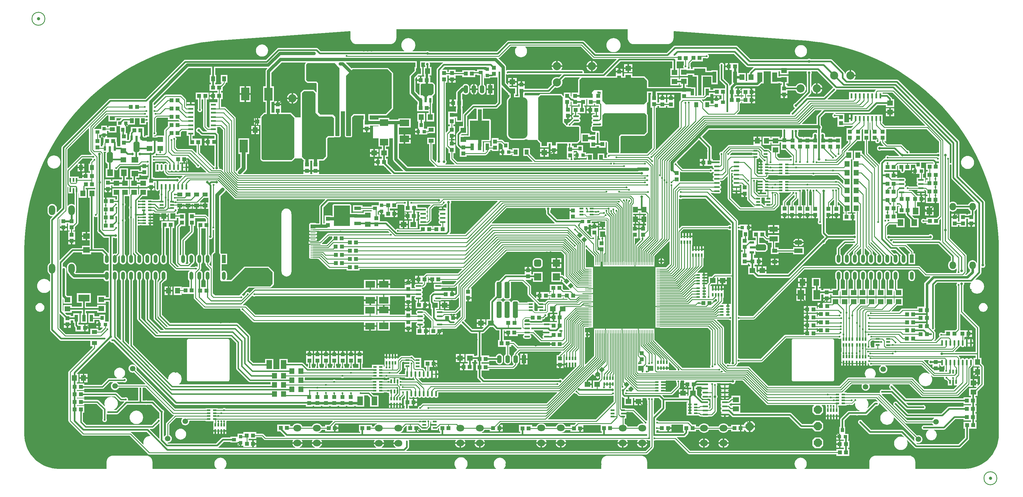
<source format=gbl>
%FSLAX42Y42*%
%MOMM*%
G71*
G01*
G75*
G04 Layer_Physical_Order=2*
G04 Layer_Color=16711680*
%ADD10C,0.25*%
%ADD11R,1.60X2.70*%
%ADD12R,2.70X1.60*%
%ADD13C,1.00*%
%ADD14C,0.25*%
%ADD15C,0.50*%
%ADD16C,0.30*%
%ADD17C,0.35*%
%ADD18C,1.00*%
%ADD19C,1.20*%
%ADD20C,0.20*%
%ADD21C,0.40*%
%ADD22C,0.80*%
%ADD23C,0.60*%
%ADD24O,2.40X2.00*%
%ADD25O,1.40X2.50*%
%ADD26R,1.40X2.50*%
%ADD27C,1.70*%
%ADD28R,2.50X1.40*%
%ADD29O,2.50X1.40*%
%ADD30O,2.00X2.30*%
%ADD31O,2.00X3.00*%
%ADD32P,2.71X8X292.5*%
%ADD33C,2.50*%
%ADD34O,1.20X2.50*%
%ADD35R,1.20X2.50*%
%ADD36C,3.00*%
%ADD37C,0.60*%
%ADD38C,0.80*%
%ADD39R,0.50X1.10*%
%ADD40R,1.30X1.30*%
%ADD41R,1.10X0.50*%
%ADD42R,1.30X1.30*%
%ADD43R,1.35X0.70*%
%ADD44R,1.80X0.70*%
G04:AMPARAMS|DCode=45|XSize=1.9mm|YSize=3.3mm|CornerRadius=0mm|HoleSize=0mm|Usage=FLASHONLY|Rotation=90.000|XOffset=0mm|YOffset=0mm|HoleType=Round|Shape=Octagon|*
%AMOCTAGOND45*
4,1,8,-1.65,-0.47,-1.65,0.47,-1.17,0.95,1.17,0.95,1.65,0.47,1.65,-0.47,1.17,-0.95,-1.17,-0.95,-1.65,-0.47,0.0*
%
%ADD45OCTAGOND45*%

%ADD46R,1.60X1.80*%
%ADD47R,1.80X1.60*%
%ADD48R,1.65X0.60*%
%ADD49R,1.80X1.60*%
%ADD50P,1.84X4X360.0*%
%ADD51P,1.84X4X90.0*%
%ADD52R,3.00X2.00*%
%ADD53R,1.80X2.70*%
%ADD54R,1.20X1.60*%
%ADD55R,1.80X2.00*%
%ADD56R,2.50X2.00*%
%ADD57R,1.20X3.50*%
%ADD58R,2.20X2.20*%
G04:AMPARAMS|DCode=59|XSize=2.2mm|YSize=2.2mm|CornerRadius=0.55mm|HoleSize=0mm|Usage=FLASHONLY|Rotation=270.000|XOffset=0mm|YOffset=0mm|HoleType=Round|Shape=RoundedRectangle|*
%AMROUNDEDRECTD59*
21,1,2.20,1.10,0,0,270.0*
21,1,1.10,2.20,0,0,270.0*
1,1,1.10,-0.55,-0.55*
1,1,1.10,-0.55,0.55*
1,1,1.10,0.55,0.55*
1,1,1.10,0.55,-0.55*
%
%ADD59ROUNDEDRECTD59*%
%ADD60R,2.00X1.80*%
G04:AMPARAMS|DCode=61|XSize=6mm|YSize=12.7mm|CornerRadius=1.5mm|HoleSize=0mm|Usage=FLASHONLY|Rotation=0.000|XOffset=0mm|YOffset=0mm|HoleType=Round|Shape=RoundedRectangle|*
%AMROUNDEDRECTD61*
21,1,6.00,9.70,0,0,0.0*
21,1,3.00,12.70,0,0,0.0*
1,1,3.00,1.50,-4.85*
1,1,3.00,-1.50,-4.85*
1,1,3.00,-1.50,4.85*
1,1,3.00,1.50,4.85*
%
%ADD61ROUNDEDRECTD61*%
%ADD62R,1.00X1.00*%
%ADD63R,1.30X1.00*%
%ADD64R,1.60X1.20*%
%ADD65R,2.60X1.60*%
%ADD66R,1.10X2.15*%
%ADD67R,1.10X2.15*%
%ADD68R,3.50X2.15*%
%ADD69R,2.15X3.50*%
%ADD70R,2.15X1.10*%
%ADD71R,2.15X1.10*%
%ADD72R,0.50X1.80*%
%ADD73O,0.50X1.80*%
%ADD74R,1.00X1.00*%
%ADD75R,1.00X1.30*%
%ADD76R,2.50X4.00*%
%ADD77O,1.80X0.55*%
%ADD78R,1.80X0.55*%
%ADD79R,2.50X3.30*%
%ADD80O,1.80X0.50*%
%ADD81R,1.80X0.50*%
G04:AMPARAMS|DCode=82|XSize=1.9mm|YSize=3.3mm|CornerRadius=0mm|HoleSize=0mm|Usage=FLASHONLY|Rotation=0.000|XOffset=0mm|YOffset=0mm|HoleType=Round|Shape=Octagon|*
%AMOCTAGOND82*
4,1,8,-0.47,1.65,0.47,1.65,0.95,1.17,0.95,-1.17,0.47,-1.65,-0.47,-1.65,-0.95,-1.17,-0.95,1.17,-0.47,1.65,0.0*
%
%ADD82OCTAGOND82*%

%ADD83R,0.70X1.80*%
%ADD84R,0.70X1.35*%
%ADD85R,5.80X6.20*%
%ADD86R,1.60X3.00*%
%ADD87R,1.27X0.50*%
%ADD88R,0.50X1.27*%
%ADD89R,1.60X1.80*%
G04:AMPARAMS|DCode=90|XSize=6mm|YSize=12.7mm|CornerRadius=1.5mm|HoleSize=0mm|Usage=FLASHONLY|Rotation=90.000|XOffset=0mm|YOffset=0mm|HoleType=Round|Shape=RoundedRectangle|*
%AMROUNDEDRECTD90*
21,1,6.00,9.70,0,0,90.0*
21,1,3.00,12.70,0,0,90.0*
1,1,3.00,4.85,1.50*
1,1,3.00,4.85,-1.50*
1,1,3.00,-4.85,-1.50*
1,1,3.00,-4.85,1.50*
%
%ADD90ROUNDEDRECTD90*%
%ADD91R,2.00X3.00*%
%ADD92R,1.00X4.50*%
%ADD93R,9.00X9.00*%
%ADD94R,0.25X2.00*%
%ADD95R,2.00X0.25*%
%ADD96R,1.90X1.60*%
%ADD97R,1.45X2.00*%
%ADD98O,1.60X0.25*%
%ADD99R,1.60X0.25*%
G04:AMPARAMS|DCode=100|XSize=5mm|YSize=1.6mm|CornerRadius=0.4mm|HoleSize=0mm|Usage=FLASHONLY|Rotation=90.000|XOffset=0mm|YOffset=0mm|HoleType=Round|Shape=RoundedRectangle|*
%AMROUNDEDRECTD100*
21,1,5.00,0.80,0,0,90.0*
21,1,4.20,1.60,0,0,90.0*
1,1,0.80,0.40,2.10*
1,1,0.80,0.40,-2.10*
1,1,0.80,-0.40,-2.10*
1,1,0.80,-0.40,2.10*
%
%ADD100ROUNDEDRECTD100*%
%ADD101R,0.60X1.65*%
%ADD102C,0.15*%
%ADD103R,6.05X6.05*%
%ADD104R,4.95X6.30*%
%ADD105R,1.57X1.19*%
G36*
X18599Y13290D02*
X18599D01*
X18603Y13252D01*
X18614Y13215D01*
X18632Y13181D01*
X18656Y13151D01*
X18686Y13127D01*
X18720Y13109D01*
X18748Y13100D01*
X18752Y13098D01*
X18770Y13094D01*
X18794D01*
X18795Y13094D01*
Y13094D01*
X19815D01*
Y13094D01*
X19853Y13098D01*
X19890Y13109D01*
X19924Y13127D01*
X19954Y13151D01*
X19978Y13181D01*
X19996Y13215D01*
X20007Y13252D01*
X20011Y13290D01*
X20011D01*
X20011Y13290D01*
Y13483D01*
X20020Y13492D01*
X24038Y13211D01*
X24038Y13211D01*
Y13211D01*
X24038Y13211D01*
X24038Y13211D01*
X24163Y13200D01*
X24205Y13194D01*
D01*
X24205D01*
X24205Y13194D01*
X24205Y13194D01*
X24403Y13169D01*
X24403Y13169D01*
Y13169D01*
X24403Y13169D01*
X24570Y13146D01*
X24819Y13101D01*
X25067Y13047D01*
X25312Y12983D01*
X25555Y12909D01*
X25794Y12826D01*
X26030Y12734D01*
X26262Y12632D01*
X26491Y12521D01*
X26714Y12402D01*
X26933Y12274D01*
X27146Y12137D01*
X27354Y11992D01*
X27556Y11839D01*
X27752Y11678D01*
X27942Y11510D01*
X28124Y11334D01*
X28300Y11152D01*
X28468Y10962D01*
X28629Y10766D01*
X28782Y10564D01*
X28927Y10356D01*
X29064Y10143D01*
X29192Y9924D01*
X29311Y9701D01*
X29422Y9472D01*
X29524Y9240D01*
X29616Y9004D01*
X29699Y8765D01*
X29773Y8522D01*
X29837Y8277D01*
X29891Y8029D01*
X29936Y7780D01*
X29970Y7529D01*
X29995Y7276D01*
X30010Y7023D01*
X30014Y6814D01*
Y1086D01*
X30011Y1008D01*
X29999Y917D01*
X29979Y827D01*
X29951Y739D01*
X29916Y654D01*
X29873Y573D01*
X29824Y495D01*
X29768Y422D01*
X29706Y354D01*
X29638Y292D01*
X29565Y236D01*
X29487Y187D01*
X29406Y144D01*
X29321Y109D01*
X29233Y81D01*
X29143Y61D01*
X29052Y49D01*
X28974Y46D01*
X27446D01*
Y255D01*
X27446D01*
X27442Y293D01*
X27431Y330D01*
X27413Y364D01*
X27389Y394D01*
X27359Y418D01*
X27325Y436D01*
X27323Y437D01*
X27322Y437D01*
X27308Y447D01*
X27290Y451D01*
X27251D01*
X27250Y451D01*
Y451D01*
X27250Y451D01*
X26230D01*
X26230Y451D01*
Y451D01*
X26192Y447D01*
X26155Y436D01*
X26121Y418D01*
X26091Y394D01*
X26067Y364D01*
X26049Y330D01*
X26038Y293D01*
X26034Y255D01*
X26034D01*
Y46D01*
X24043D01*
X24038Y58D01*
X24051Y69D01*
X24075Y97D01*
X24092Y129D01*
X24102Y164D01*
X24106Y200D01*
X24102Y236D01*
X24092Y271D01*
X24075Y303D01*
X24051Y331D01*
X24023Y355D01*
X23991Y372D01*
X23956Y382D01*
X23920Y386D01*
X23884Y382D01*
X23849Y372D01*
X23817Y355D01*
X23789Y331D01*
X23765Y303D01*
X23748Y271D01*
X23738Y236D01*
X23734Y200D01*
X23738Y164D01*
X23748Y129D01*
X23765Y97D01*
X23789Y69D01*
X23802Y58D01*
X23797Y46D01*
X19201D01*
Y255D01*
X19201Y255D01*
X19201D01*
X19197Y293D01*
X19186Y330D01*
X19168Y364D01*
X19144Y394D01*
X19114Y418D01*
X19080Y436D01*
X19043Y447D01*
X19005Y451D01*
Y451D01*
X19005Y451D01*
X17985D01*
X17985Y451D01*
Y451D01*
X17947Y447D01*
X17910Y436D01*
X17876Y418D01*
X17846Y394D01*
X17822Y364D01*
X17804Y330D01*
X17793Y293D01*
X17789Y255D01*
X17789D01*
X17789Y255D01*
Y46D01*
X14793D01*
X14788Y58D01*
X14801Y69D01*
X14825Y97D01*
X14842Y129D01*
X14852Y164D01*
X14856Y200D01*
X14852Y236D01*
X14842Y271D01*
X14825Y303D01*
X14801Y331D01*
X14773Y355D01*
X14741Y372D01*
X14706Y382D01*
X14670Y386D01*
X14634Y382D01*
X14599Y372D01*
X14567Y355D01*
X14539Y331D01*
X14515Y303D01*
X14498Y271D01*
X14488Y236D01*
X14484Y200D01*
X14488Y164D01*
X14498Y129D01*
X14515Y97D01*
X14539Y69D01*
X14552Y58D01*
X14547Y46D01*
X13621D01*
X13617Y58D01*
X13617Y58D01*
X13642Y88D01*
X13661Y123D01*
X13672Y161D01*
X13676Y200D01*
X13672Y239D01*
X13661Y277D01*
X13642Y312D01*
X13617Y342D01*
X13587Y367D01*
X13552Y386D01*
X13514Y397D01*
X13475Y401D01*
X13436Y397D01*
X13398Y386D01*
X13363Y367D01*
X13333Y342D01*
X13308Y312D01*
X13289Y277D01*
X13278Y239D01*
X13274Y200D01*
X13278Y161D01*
X13289Y123D01*
X13308Y88D01*
X13333Y58D01*
X13333Y58D01*
X13329Y46D01*
X6198D01*
X6193Y58D01*
X6206Y69D01*
X6230Y97D01*
X6247Y129D01*
X6257Y164D01*
X6261Y200D01*
X6257Y236D01*
X6247Y271D01*
X6230Y303D01*
X6206Y331D01*
X6178Y355D01*
X6146Y372D01*
X6111Y382D01*
X6075Y386D01*
X6039Y382D01*
X6004Y372D01*
X5972Y355D01*
X5944Y331D01*
X5920Y303D01*
X5903Y271D01*
X5893Y236D01*
X5889Y200D01*
X5893Y164D01*
X5903Y129D01*
X5920Y97D01*
X5944Y69D01*
X5957Y58D01*
X5952Y46D01*
X3986D01*
Y255D01*
X3986Y255D01*
X3986D01*
X3982Y293D01*
X3971Y330D01*
X3953Y364D01*
X3929Y394D01*
X3899Y418D01*
X3865Y436D01*
X3863Y437D01*
X3862Y437D01*
X3848Y447D01*
X3830Y451D01*
X3791D01*
X3790Y451D01*
Y451D01*
X3790Y451D01*
X2770D01*
X2770Y451D01*
Y451D01*
X2732Y447D01*
X2695Y436D01*
X2661Y418D01*
X2631Y394D01*
X2607Y364D01*
X2589Y330D01*
X2578Y293D01*
X2574Y255D01*
X2574D01*
X2574Y255D01*
Y46D01*
X1086D01*
X1008Y49D01*
X917Y61D01*
X827Y81D01*
X739Y109D01*
X654Y144D01*
X573Y187D01*
X495Y236D01*
X422Y292D01*
X354Y354D01*
X292Y422D01*
X236Y495D01*
X187Y573D01*
X144Y654D01*
X109Y739D01*
X81Y827D01*
X61Y917D01*
X49Y1008D01*
X46Y1086D01*
Y6770D01*
X46Y6770D01*
X46Y6770D01*
Y6770D01*
Y6814D01*
X50Y7023D01*
X65Y7276D01*
X90Y7529D01*
X124Y7780D01*
X169Y8029D01*
X223Y8277D01*
X287Y8522D01*
X361Y8765D01*
X444Y9004D01*
X536Y9240D01*
X638Y9472D01*
X749Y9701D01*
X868Y9924D01*
X996Y10143D01*
X1133Y10356D01*
X1278Y10564D01*
X1431Y10766D01*
X1592Y10962D01*
X1760Y11152D01*
X1936Y11334D01*
X2118Y11510D01*
X2308Y11678D01*
X2504Y11839D01*
X2706Y11992D01*
X2914Y12137D01*
X3127Y12274D01*
X3346Y12402D01*
X3570Y12521D01*
X3798Y12632D01*
X4030Y12734D01*
X4266Y12826D01*
X4505Y12909D01*
X4748Y12983D01*
X4993Y13047D01*
X5241Y13101D01*
X5490Y13146D01*
X5657Y13169D01*
X5657Y13169D01*
Y13169D01*
X5657Y13169D01*
X5855Y13194D01*
X5855Y13194D01*
X5897Y13200D01*
X6022Y13211D01*
X6022Y13211D01*
X6022Y13211D01*
X10065Y13494D01*
X10074Y13485D01*
Y13290D01*
X10074Y13290D01*
X10074D01*
X10078Y13252D01*
X10089Y13215D01*
X10107Y13181D01*
X10131Y13151D01*
X10161Y13127D01*
X10195Y13109D01*
X10223Y13100D01*
X10227Y13098D01*
X10245Y13094D01*
X10269D01*
X10270Y13094D01*
Y13094D01*
X11290D01*
Y13094D01*
X11328Y13098D01*
X11365Y13109D01*
X11399Y13127D01*
X11429Y13151D01*
X11453Y13181D01*
X11471Y13215D01*
X11482Y13252D01*
X11486Y13290D01*
X11486D01*
X11486Y13290D01*
Y13554D01*
X18599D01*
Y13290D01*
D02*
G37*
%LPC*%
G36*
X525Y5141D02*
X490Y5137D01*
X457Y5123D01*
X429Y5101D01*
X407Y5073D01*
X393Y5040D01*
X389Y5005D01*
X393Y4970D01*
X407Y4937D01*
X429Y4909D01*
X457Y4887D01*
X490Y4873D01*
X525Y4869D01*
X560Y4873D01*
X593Y4887D01*
X621Y4909D01*
X643Y4937D01*
X657Y4970D01*
X661Y5005D01*
X657Y5040D01*
X643Y5073D01*
X621Y5101D01*
X593Y5123D01*
X560Y5137D01*
X525Y5141D01*
D02*
G37*
G36*
X29535D02*
X29500Y5137D01*
X29467Y5123D01*
X29439Y5101D01*
X29417Y5073D01*
X29403Y5040D01*
X29399Y5005D01*
X29403Y4970D01*
X29417Y4937D01*
X29439Y4909D01*
X29467Y4887D01*
X29500Y4873D01*
X29535Y4869D01*
X29570Y4873D01*
X29603Y4887D01*
X29631Y4909D01*
X29653Y4937D01*
X29667Y4970D01*
X29671Y5005D01*
X29667Y5040D01*
X29653Y5073D01*
X29631Y5101D01*
X29603Y5123D01*
X29570Y5137D01*
X29535Y5141D01*
D02*
G37*
G36*
X25477Y12299D02*
Y12161D01*
X25615D01*
X25614Y12168D01*
X25605Y12200D01*
X25590Y12228D01*
X25569Y12253D01*
X25544Y12274D01*
X25515Y12289D01*
X25484Y12299D01*
X25477Y12299D01*
D02*
G37*
G36*
X29055Y9661D02*
X29016Y9657D01*
X28978Y9646D01*
X28943Y9627D01*
X28913Y9602D01*
X28888Y9572D01*
X28869Y9537D01*
X28858Y9499D01*
X28854Y9460D01*
X28858Y9421D01*
X28869Y9383D01*
X28888Y9348D01*
X28913Y9318D01*
X28943Y9293D01*
X28978Y9274D01*
X29016Y9263D01*
X29055Y9259D01*
X29094Y9263D01*
X29132Y9274D01*
X29167Y9293D01*
X29197Y9318D01*
X29222Y9348D01*
X29241Y9383D01*
X29252Y9421D01*
X29256Y9460D01*
X29252Y9499D01*
X29241Y9537D01*
X29222Y9572D01*
X29197Y9602D01*
X29167Y9627D01*
X29132Y9646D01*
X29094Y9657D01*
X29055Y9661D01*
D02*
G37*
G36*
X955Y9676D02*
X916Y9672D01*
X878Y9661D01*
X843Y9642D01*
X813Y9617D01*
X788Y9587D01*
X769Y9552D01*
X758Y9514D01*
X754Y9475D01*
X758Y9436D01*
X769Y9398D01*
X788Y9363D01*
X813Y9333D01*
X843Y9308D01*
X878Y9289D01*
X916Y9278D01*
X955Y9274D01*
X994Y9278D01*
X1032Y9289D01*
X1067Y9308D01*
X1097Y9333D01*
X1122Y9363D01*
X1141Y9398D01*
X1152Y9436D01*
X1156Y9475D01*
X1152Y9514D01*
X1141Y9552D01*
X1122Y9587D01*
X1097Y9617D01*
X1067Y9642D01*
X1032Y9661D01*
X994Y9672D01*
X955Y9676D01*
D02*
G37*
G36*
X23930Y13066D02*
X23894Y13062D01*
X23859Y13052D01*
X23827Y13035D01*
X23799Y13011D01*
X23775Y12983D01*
X23758Y12951D01*
X23748Y12916D01*
X23744Y12880D01*
X23748Y12844D01*
X23758Y12809D01*
X23775Y12777D01*
X23799Y12749D01*
X23827Y12725D01*
X23859Y12708D01*
X23894Y12698D01*
X23930Y12694D01*
X23966Y12698D01*
X24001Y12708D01*
X24033Y12725D01*
X24061Y12749D01*
X24085Y12777D01*
X24102Y12809D01*
X24112Y12844D01*
X24116Y12880D01*
X24112Y12916D01*
X24102Y12951D01*
X24085Y12983D01*
X24061Y13011D01*
X24033Y13035D01*
X24001Y13052D01*
X23966Y13062D01*
X23930Y13066D01*
D02*
G37*
G36*
X11855Y13281D02*
X11813Y13277D01*
X11772Y13265D01*
X11735Y13245D01*
X11702Y13218D01*
X11675Y13185D01*
X11655Y13148D01*
X11643Y13107D01*
X11639Y13065D01*
X11643Y13023D01*
X11655Y12982D01*
X11675Y12945D01*
X11702Y12912D01*
X11732Y12888D01*
X11728Y12876D01*
X9164D01*
X9079Y12961D01*
X9065Y12971D01*
X9056Y12975D01*
X9050Y12978D01*
X9033Y12980D01*
X7867D01*
X7850Y12978D01*
X7834Y12971D01*
X7821Y12961D01*
X7477Y12617D01*
X4996D01*
X4979Y12614D01*
X4972Y12612D01*
X4963Y12608D01*
X4950Y12597D01*
X3769Y11417D01*
X2689D01*
X2672Y11415D01*
X2665Y11412D01*
X2656Y11408D01*
X2642Y11398D01*
X1207Y9963D01*
X1197Y9949D01*
X1193Y9940D01*
X1190Y9933D01*
X1188Y9916D01*
Y8069D01*
X1052Y7933D01*
X1041Y7939D01*
X1042Y7946D01*
Y8046D01*
X1037Y8082D01*
X1023Y8117D01*
X1000Y8146D01*
X971Y8168D01*
X937Y8182D01*
X900Y8187D01*
X864Y8182D01*
X830Y8168D01*
X801Y8146D01*
X778Y8117D01*
X764Y8082D01*
X759Y8046D01*
Y7946D01*
X764Y7909D01*
X778Y7875D01*
X801Y7846D01*
X830Y7824D01*
X864Y7810D01*
X900Y7805D01*
X908Y7806D01*
X913Y7794D01*
X854Y7735D01*
X844Y7721D01*
X840Y7712D01*
X837Y7706D01*
X835Y7689D01*
Y6370D01*
X830Y6368D01*
X801Y6346D01*
X778Y6317D01*
X764Y6282D01*
X759Y6246D01*
Y6146D01*
X764Y6109D01*
X778Y6075D01*
X801Y6046D01*
X830Y6024D01*
X835Y6022D01*
Y5804D01*
X823Y5799D01*
X808Y5818D01*
X775Y5845D01*
X738Y5865D01*
X697Y5877D01*
X655Y5881D01*
X613Y5877D01*
X572Y5865D01*
X535Y5845D01*
X502Y5818D01*
X475Y5785D01*
X455Y5748D01*
X443Y5707D01*
X439Y5665D01*
X443Y5623D01*
X455Y5582D01*
X475Y5545D01*
X502Y5512D01*
X535Y5485D01*
X572Y5465D01*
X613Y5453D01*
X655Y5449D01*
X697Y5453D01*
X738Y5465D01*
X775Y5485D01*
X808Y5512D01*
X823Y5531D01*
X835Y5526D01*
Y4321D01*
X837Y4304D01*
X840Y4297D01*
X844Y4288D01*
X854Y4274D01*
X1128Y4000D01*
X1142Y3989D01*
X1151Y3986D01*
X1158Y3983D01*
X1175Y3981D01*
X2078D01*
Y3812D01*
X2145D01*
Y3779D01*
X1414Y3048D01*
X1402Y3030D01*
X1398Y3010D01*
Y1524D01*
X1402Y1504D01*
X1414Y1486D01*
X1820Y1080D01*
X1838Y1068D01*
X1838Y1068D01*
X1838Y1068D01*
D01*
X1838Y1068D01*
X1838Y1068D01*
X1858Y1064D01*
X3284D01*
X3847Y501D01*
X3864Y489D01*
X3885Y485D01*
X19171D01*
X19191Y489D01*
X19209Y501D01*
X19209Y501D01*
X19209Y501D01*
X19386Y678D01*
X19398Y696D01*
X19398Y696D01*
X19398Y696D01*
X19402Y716D01*
Y905D01*
X19412Y913D01*
X19420Y912D01*
X19438Y915D01*
X19455Y922D01*
X19462Y927D01*
X20043D01*
X20459Y511D01*
X20476Y499D01*
X20476Y499D01*
X20476Y499D01*
D01*
X20476Y499D01*
X20476Y499D01*
X20496Y495D01*
X25020D01*
Y444D01*
X25420D01*
Y654D01*
X25380D01*
Y697D01*
X25419D01*
Y907D01*
X25380D01*
Y939D01*
X25390D01*
Y1119D01*
X25293D01*
Y1127D01*
X25293D01*
Y1337D01*
X25269D01*
Y1530D01*
X25431Y1692D01*
X25628D01*
X25634Y1689D01*
X25653Y1687D01*
X25671Y1689D01*
X25677Y1692D01*
X25922D01*
X25939Y1694D01*
X25946Y1697D01*
X25955Y1701D01*
X25968Y1711D01*
X26239Y1982D01*
X26240D01*
X26247Y1979D01*
X26265Y1977D01*
X26283Y1979D01*
X26300Y1986D01*
X26315Y1997D01*
X26326Y2012D01*
X26333Y2029D01*
X26336Y2047D01*
X26333Y2066D01*
X26332Y2067D01*
X26343Y2074D01*
X26593Y1824D01*
X26588Y1813D01*
X26576Y1814D01*
X26536Y1810D01*
X26497Y1798D01*
X26461Y1779D01*
X26430Y1753D01*
X26404Y1721D01*
X26385Y1686D01*
X26373Y1647D01*
X26369Y1606D01*
X26373Y1566D01*
X26385Y1527D01*
X26404Y1491D01*
X26430Y1460D01*
X26461Y1434D01*
X26497Y1415D01*
X26536Y1403D01*
X26576Y1399D01*
X26617Y1403D01*
X26656Y1415D01*
X26692Y1434D01*
X26723Y1460D01*
X26749Y1491D01*
X26768Y1527D01*
X26780Y1566D01*
X26784Y1606D01*
X26783Y1618D01*
X26794Y1623D01*
X27422Y995D01*
X27418Y986D01*
X27414Y953D01*
X27418Y920D01*
X27426Y901D01*
X27416Y894D01*
X27087Y1222D01*
X27074Y1233D01*
X27066Y1236D01*
X27058Y1239D01*
X27041Y1242D01*
X26089D01*
X25822Y1509D01*
X25820Y1515D01*
X25808Y1530D01*
X25794Y1541D01*
X25777Y1548D01*
X25758Y1550D01*
X25740Y1548D01*
X25723Y1541D01*
X25708Y1530D01*
X25697Y1515D01*
X25690Y1498D01*
X25688Y1480D01*
X25690Y1462D01*
X25697Y1444D01*
X25708Y1430D01*
X25723Y1419D01*
X25729Y1416D01*
X26016Y1130D01*
X26029Y1119D01*
D01*
D01*
Y1119D01*
X26029Y1119D01*
D01*
D01*
X26029D01*
Y1119D01*
D01*
X26029D01*
Y1119D01*
X26045Y1113D01*
X26062Y1110D01*
X27014D01*
X27098Y1026D01*
X27091Y1016D01*
X27080Y1021D01*
X27041Y1033D01*
X27001Y1037D01*
X26960Y1033D01*
X26921Y1021D01*
X26885Y1002D01*
X26854Y977D01*
X26828Y945D01*
X26809Y909D01*
X26797Y870D01*
X26793Y830D01*
X26797Y789D01*
X26809Y751D01*
X26828Y715D01*
X26854Y683D01*
X26885Y657D01*
X26921Y638D01*
X26960Y627D01*
X27001Y623D01*
X27041Y627D01*
X27080Y638D01*
X27116Y657D01*
X27147Y683D01*
X27173Y715D01*
X27192Y751D01*
X27204Y789D01*
X27208Y830D01*
X27204Y870D01*
X27192Y909D01*
X27187Y920D01*
X27197Y927D01*
X27431Y693D01*
X27445Y682D01*
X27461Y676D01*
X27478Y674D01*
X28800D01*
X28817Y676D01*
X28823Y679D01*
X28833Y682D01*
X28846Y693D01*
X29083Y930D01*
X29093Y943D01*
X29097Y952D01*
X29100Y959D01*
X29102Y976D01*
Y1282D01*
X29332D01*
Y1492D01*
X29292D01*
Y1532D01*
X29327D01*
Y1742D01*
X29292D01*
Y1784D01*
X29327D01*
Y1994D01*
X29292D01*
Y2036D01*
X29327D01*
Y2246D01*
X29292D01*
Y2283D01*
X29362D01*
Y2419D01*
X29540Y2598D01*
X29540Y2598D01*
X29552Y2617D01*
X29553Y2620D01*
X29557Y2639D01*
X29557Y2639D01*
Y3185D01*
X29552Y3208D01*
X29540Y3227D01*
X29540Y3227D01*
X29479Y3288D01*
Y3455D01*
X29417D01*
Y3584D01*
Y4376D01*
X29413Y4399D01*
X29400Y4418D01*
X28927Y4891D01*
Y5678D01*
X28928Y5678D01*
X28941Y5695D01*
X28949Y5714D01*
X28952Y5735D01*
X28949Y5756D01*
X28954Y5764D01*
X29152D01*
X29159Y5753D01*
X29145Y5728D01*
X29133Y5687D01*
X29129Y5645D01*
X29133Y5603D01*
X29145Y5562D01*
X29165Y5525D01*
X29192Y5492D01*
X29225Y5465D01*
X29262Y5445D01*
X29303Y5433D01*
X29345Y5429D01*
X29387Y5433D01*
X29428Y5445D01*
X29465Y5465D01*
X29498Y5492D01*
X29525Y5525D01*
X29545Y5562D01*
X29557Y5603D01*
X29561Y5645D01*
X29557Y5687D01*
X29545Y5728D01*
X29525Y5765D01*
X29498Y5798D01*
X29465Y5825D01*
X29428Y5845D01*
X29387Y5857D01*
X29345Y5861D01*
X29303Y5857D01*
X29298Y5868D01*
X29458Y6029D01*
X29469Y6043D01*
X29471Y6048D01*
X29475Y6058D01*
X29478Y6075D01*
Y6224D01*
X29488Y6231D01*
X29500Y6226D01*
X29521Y6224D01*
X29542Y6226D01*
X29562Y6234D01*
X29578Y6247D01*
X29591Y6264D01*
X29599Y6283D01*
X29602Y6304D01*
X29599Y6325D01*
X29591Y6345D01*
X29587Y6350D01*
Y8237D01*
X29585Y8254D01*
X29582Y8261D01*
X29578Y8270D01*
X29568Y8284D01*
X28804Y9047D01*
Y10086D01*
X28802Y10103D01*
X28798Y10113D01*
X28796Y10119D01*
X28785Y10133D01*
X26931Y11987D01*
X26917Y11997D01*
X26908Y12001D01*
X26902Y12004D01*
X26885Y12006D01*
X25572D01*
X25568Y12018D01*
X25569Y12019D01*
X25590Y12044D01*
X25605Y12073D01*
X25614Y12104D01*
X25615Y12111D01*
X25452D01*
Y12136D01*
X25427D01*
Y12299D01*
X25419Y12299D01*
X25388Y12289D01*
X25360Y12274D01*
X25334Y12253D01*
X25314Y12228D01*
X25299Y12200D01*
X25294Y12185D01*
X25281Y12186D01*
Y12197D01*
X25279Y12214D01*
X25276Y12221D01*
X25273Y12230D01*
X25262Y12243D01*
X24891Y12614D01*
X24878Y12625D01*
X24869Y12629D01*
X24862Y12631D01*
X24845Y12633D01*
X24228D01*
X24222Y12638D01*
X24203Y12646D01*
X24182Y12649D01*
X24161Y12646D01*
X24142Y12638D01*
X24136Y12633D01*
X22378D01*
X21983Y13028D01*
X21970Y13039D01*
X21960Y13043D01*
X21954Y13045D01*
X21937Y13048D01*
X20055D01*
X20038Y13045D01*
X20031Y13043D01*
X20022Y13039D01*
X20008Y13028D01*
X19804Y12824D01*
X17623D01*
X17264Y13183D01*
X17250Y13194D01*
X17241Y13197D01*
X17234Y13200D01*
X17217Y13202D01*
X14937D01*
X14920Y13200D01*
X14913Y13197D01*
X14904Y13194D01*
X14890Y13183D01*
X14577Y12870D01*
X12493D01*
X12484Y12877D01*
X12464Y12885D01*
X12444Y12887D01*
X12423Y12885D01*
X12403Y12877D01*
X12403Y12876D01*
X11983D01*
X11978Y12888D01*
X12008Y12912D01*
X12035Y12945D01*
X12055Y12982D01*
X12067Y13023D01*
X12071Y13065D01*
X12067Y13107D01*
X12055Y13148D01*
X12035Y13185D01*
X12008Y13218D01*
X11975Y13245D01*
X11938Y13265D01*
X11897Y13277D01*
X11855Y13281D01*
D02*
G37*
G36*
X18165D02*
X18123Y13277D01*
X18082Y13265D01*
X18045Y13245D01*
X18012Y13218D01*
X17985Y13185D01*
X17965Y13148D01*
X17953Y13107D01*
X17949Y13065D01*
X17953Y13023D01*
X17965Y12982D01*
X17985Y12945D01*
X18012Y12912D01*
X18045Y12885D01*
X18082Y12865D01*
X18123Y12853D01*
X18165Y12849D01*
X18207Y12853D01*
X18248Y12865D01*
X18285Y12885D01*
X18318Y12912D01*
X18345Y12945D01*
X18365Y12982D01*
X18377Y13023D01*
X18381Y13065D01*
X18377Y13107D01*
X18365Y13148D01*
X18345Y13185D01*
X18318Y13218D01*
X18285Y13245D01*
X18248Y13265D01*
X18207Y13277D01*
X18165Y13281D01*
D02*
G37*
G36*
X7355Y13086D02*
X7319Y13082D01*
X7284Y13072D01*
X7252Y13055D01*
X7224Y13031D01*
X7200Y13003D01*
X7183Y12971D01*
X7173Y12936D01*
X7169Y12900D01*
X7173Y12864D01*
X7183Y12829D01*
X7200Y12797D01*
X7224Y12769D01*
X7252Y12745D01*
X7284Y12728D01*
X7319Y12718D01*
X7355Y12714D01*
X7391Y12718D01*
X7426Y12728D01*
X7458Y12745D01*
X7486Y12769D01*
X7510Y12797D01*
X7527Y12829D01*
X7537Y12864D01*
X7541Y12900D01*
X7537Y12936D01*
X7527Y12971D01*
X7510Y13003D01*
X7486Y13031D01*
X7458Y13055D01*
X7426Y13072D01*
X7391Y13082D01*
X7355Y13086D01*
D02*
G37*
%LPD*%
G36*
X29084Y8014D02*
X29106Y7985D01*
X29136Y7963D01*
X29141Y7961D01*
Y7885D01*
X29063D01*
Y7861D01*
X29017D01*
Y7885D01*
X28807D01*
Y7675D01*
Y7646D01*
X28764D01*
Y7674D01*
Y7754D01*
X28554D01*
Y7674D01*
Y7484D01*
X28764D01*
Y7534D01*
X28807D01*
Y7485D01*
X29017D01*
Y7675D01*
Y7730D01*
X29063D01*
Y7675D01*
Y7615D01*
X29273D01*
Y7675D01*
Y7885D01*
X29272D01*
Y7961D01*
X29277Y7963D01*
X29306Y7985D01*
X29329Y8014D01*
X29334Y8028D01*
X29346Y8025D01*
Y6375D01*
X29334Y6373D01*
X29329Y6386D01*
X29306Y6415D01*
X29277Y6437D01*
X29243Y6451D01*
X29206Y6456D01*
X29170Y6451D01*
X29136Y6437D01*
X29106Y6415D01*
X29084Y6386D01*
X29070Y6352D01*
X29065Y6315D01*
Y6285D01*
X29070Y6249D01*
X29084Y6214D01*
X29106Y6185D01*
X29126Y6171D01*
Y6124D01*
X29013Y6012D01*
X28988D01*
X28983Y6023D01*
X29010Y6051D01*
X29022Y6068D01*
X29026Y6088D01*
Y6596D01*
X29022Y6617D01*
X29010Y6634D01*
X28505Y7139D01*
Y7968D01*
X28517Y7974D01*
X28529Y7964D01*
X28563Y7950D01*
X28599Y7946D01*
X28636Y7950D01*
X28670Y7964D01*
X28699Y7987D01*
X28721Y8016D01*
X28729Y8034D01*
X29076D01*
X29084Y8014D01*
D02*
G37*
G36*
X16813Y8013D02*
X16918D01*
Y7963D01*
X16813D01*
Y7883D01*
Y7711D01*
X16434D01*
X16224Y7921D01*
Y7986D01*
X16228Y7991D01*
X16236Y8011D01*
X16239Y8031D01*
X16236Y8052D01*
X16241Y8059D01*
X16813D01*
Y8013D01*
D02*
G37*
G36*
X12537Y8152D02*
X12473Y8087D01*
X12461Y8070D01*
X12457Y8049D01*
Y7711D01*
X12443Y7696D01*
X12430Y7697D01*
X12423Y7706D01*
X12423Y7707D01*
X12434Y7721D01*
X12441Y7737D01*
X12443Y7755D01*
X12441Y7772D01*
X12434Y7789D01*
X12423Y7803D01*
X12409Y7814D01*
Y7823D01*
X12423Y7833D01*
X12434Y7848D01*
X12441Y7864D01*
X12443Y7882D01*
X12441Y7899D01*
X12434Y7916D01*
X12423Y7930D01*
X12409Y7941D01*
Y7950D01*
X12423Y7960D01*
X12434Y7975D01*
X12441Y7991D01*
X12443Y8009D01*
X12441Y8026D01*
X12434Y8043D01*
X12423Y8057D01*
X12409Y8068D01*
X12393Y8074D01*
X12375Y8077D01*
X12250D01*
X12233Y8074D01*
X12232Y8074D01*
X12133D01*
Y8163D01*
X12533D01*
X12537Y8152D01*
D02*
G37*
G36*
X10943Y8142D02*
X10934D01*
Y8142D01*
X10724D01*
Y8103D01*
X10446D01*
Y8144D01*
X10151D01*
Y7954D01*
X10446D01*
Y7996D01*
X10724D01*
Y7962D01*
D01*
Y7962D01*
X10722Y7959D01*
X10481D01*
Y7910D01*
X10446D01*
Y7914D01*
X10151D01*
Y7911D01*
X10098D01*
Y8136D01*
X10095Y8151D01*
X10086Y8164D01*
X10073Y8173D01*
X10057Y8176D01*
X9562D01*
X9546Y8173D01*
X9533Y8164D01*
X9524Y8151D01*
X9521Y8136D01*
Y7817D01*
X9487D01*
Y7834D01*
X9277D01*
Y7624D01*
Y7589D01*
X9246D01*
Y8081D01*
X9404Y8238D01*
X10943D01*
Y8142D01*
D02*
G37*
G36*
X2227Y8636D02*
X2002D01*
Y8376D01*
X2054D01*
Y7326D01*
X1982D01*
Y7196D01*
Y7066D01*
X2054D01*
Y6902D01*
X1817D01*
Y6827D01*
X1536D01*
X1519Y6825D01*
X1514Y6823D01*
X1503Y6818D01*
X1489Y6808D01*
X1155Y6474D01*
X1153Y6472D01*
X1151Y6470D01*
X1138Y6457D01*
X1127Y6462D01*
Y7714D01*
X1137Y7721D01*
X1141Y7720D01*
Y7553D01*
Y7493D01*
X1351D01*
Y7553D01*
Y7587D01*
X1392D01*
Y7553D01*
Y7363D01*
X1441D01*
Y7343D01*
X1395D01*
Y7133D01*
Y7074D01*
X1605D01*
Y7133D01*
Y7343D01*
X1553D01*
Y7363D01*
X1602D01*
Y7473D01*
X1689Y7560D01*
X1702Y7578D01*
X1706Y7600D01*
Y8505D01*
X1714Y8505D01*
D01*
X1722Y8497D01*
Y8376D01*
X1962D01*
Y8636D01*
X1934D01*
Y8681D01*
X2227D01*
Y8636D01*
D02*
G37*
G36*
X22600Y8898D02*
X22695D01*
Y8848D01*
X22600D01*
Y8808D01*
Y8808D01*
X22695D01*
Y8758D01*
X22600D01*
Y8718D01*
Y8718D01*
X22695D01*
Y8668D01*
X22600D01*
Y8628D01*
Y8628D01*
X22695D01*
Y8603D01*
X22720D01*
Y8538D01*
X22859D01*
Y8485D01*
X22628D01*
X22539Y8574D01*
Y8856D01*
X22544Y8862D01*
X22551Y8879D01*
X22553Y8898D01*
X22551Y8916D01*
X22555Y8922D01*
X22600D01*
Y8898D01*
D02*
G37*
G36*
X27775Y8586D02*
Y8467D01*
X27823D01*
Y8423D01*
X27772D01*
Y8213D01*
X28042D01*
Y8319D01*
X28092D01*
Y8213D01*
X28172D01*
D01*
X28172D01*
X28177Y8208D01*
Y7830D01*
X28113Y7766D01*
X27789D01*
Y7714D01*
X27740D01*
X27730Y7722D01*
X27713Y7729D01*
X27695Y7731D01*
X27677Y7729D01*
X27660Y7722D01*
X27645Y7711D01*
X27634Y7696D01*
X27627Y7679D01*
X27624Y7661D01*
X27627Y7642D01*
X27634Y7625D01*
X27645Y7611D01*
X27660Y7599D01*
X27677Y7592D01*
X27695Y7590D01*
X27713Y7592D01*
X27730Y7599D01*
X27740Y7607D01*
X27789D01*
Y7556D01*
X28189D01*
Y7690D01*
X28221Y7723D01*
X28233Y7718D01*
Y7058D01*
X28221Y7053D01*
X28218Y7056D01*
X28198Y7069D01*
X28175Y7074D01*
X26816D01*
X26799Y7081D01*
X26781Y7084D01*
X26762Y7081D01*
X26745Y7074D01*
X26731Y7063D01*
X26719Y7048D01*
X26715Y7037D01*
X26702Y7035D01*
X26651Y7086D01*
X26652Y7087D01*
X26671Y7095D01*
X26677Y7100D01*
X27887D01*
X27892Y7098D01*
X27913Y7095D01*
X27934Y7098D01*
X27954Y7106D01*
X27970Y7118D01*
X27983Y7135D01*
X27991Y7155D01*
X27994Y7175D01*
X27991Y7196D01*
X27983Y7216D01*
X27970Y7233D01*
X27954Y7245D01*
X27934Y7253D01*
X27913Y7256D01*
X27892Y7253D01*
X27873Y7245D01*
X27856Y7233D01*
X27855Y7231D01*
X26677D01*
X26671Y7235D01*
X26652Y7243D01*
X26631Y7246D01*
X26610Y7243D01*
X26590Y7235D01*
X26588Y7233D01*
X26576Y7239D01*
Y7485D01*
X26648Y7556D01*
X26861D01*
Y7470D01*
X27121D01*
Y7750D01*
X26885D01*
Y7904D01*
X26833D01*
Y7950D01*
X26881D01*
Y8110D01*
X26890Y8118D01*
X26908Y8116D01*
X26926Y8118D01*
X26942Y8125D01*
X26954Y8113D01*
X26949Y8101D01*
X26919D01*
Y7891D01*
X27146D01*
Y7867D01*
X27148Y7850D01*
X27151Y7843D01*
X27155Y7834D01*
X27165Y7821D01*
X27286Y7700D01*
Y7470D01*
X27546D01*
Y7750D01*
X27422D01*
X27355Y7816D01*
X27360Y7828D01*
X27584D01*
Y8108D01*
X27495D01*
Y8235D01*
X27609D01*
Y8340D01*
Y8445D01*
X27490D01*
X27482Y8457D01*
X27359Y8580D01*
X27342Y8592D01*
X27321Y8596D01*
X27249D01*
X27246Y8608D01*
X27247Y8609D01*
X27256Y8616D01*
X27517D01*
X27522Y8612D01*
Y8600D01*
X27510Y8591D01*
X27499Y8577D01*
X27496Y8567D01*
X27746D01*
X27742Y8577D01*
X27732Y8591D01*
X27717Y8601D01*
Y8611D01*
X27731Y8621D01*
X27740D01*
X27775Y8586D01*
D02*
G37*
G36*
X21772Y7573D02*
Y7544D01*
X21762Y7537D01*
X21760Y7538D01*
X21739Y7541D01*
X21718Y7538D01*
X21698Y7530D01*
X21682Y7517D01*
X21679Y7514D01*
X20291D01*
X20270Y7509D01*
X20253Y7498D01*
X20186Y7431D01*
X20174Y7436D01*
Y8340D01*
X20186Y8346D01*
X20190Y8343D01*
X20209Y8335D01*
X20230Y8332D01*
X20251Y8335D01*
X20270Y8343D01*
X20276Y8347D01*
X20998D01*
X21772Y7573D01*
D02*
G37*
G36*
X22821Y8280D02*
Y8275D01*
X22925D01*
Y8225D01*
X22821D01*
Y8185D01*
Y8141D01*
X22805D01*
X22752Y8193D01*
X22735Y8205D01*
X22715Y8209D01*
X22713D01*
Y8220D01*
Y8283D01*
Y8378D01*
X22821D01*
Y8280D01*
D02*
G37*
G36*
X1394Y8701D02*
Y8505D01*
X1529D01*
Y8609D01*
X1579D01*
Y8505D01*
X1594D01*
Y8162D01*
X1582Y8156D01*
X1568Y8167D01*
X1534Y8181D01*
X1497Y8186D01*
X1461Y8181D01*
X1427Y8167D01*
X1398Y8145D01*
X1383Y8125D01*
X1371Y8130D01*
Y8708D01*
X1382Y8712D01*
X1394Y8701D01*
D02*
G37*
G36*
X5709Y8233D02*
X5631D01*
Y8133D01*
Y8033D01*
X5709D01*
Y7796D01*
X5697Y7791D01*
X5647Y7841D01*
X5630Y7852D01*
X5610Y7856D01*
X5303D01*
Y7908D01*
X5093D01*
Y7698D01*
Y7508D01*
X5140D01*
Y7352D01*
X4887Y7100D01*
X4874Y7081D01*
X4870Y7058D01*
Y6640D01*
X4857Y6630D01*
X4841Y6609D01*
X4840Y6606D01*
X4828Y6609D01*
Y7462D01*
X4869Y7503D01*
X4996D01*
Y7693D01*
Y7903D01*
X4786D01*
Y7872D01*
X4731D01*
Y7930D01*
X4745Y7941D01*
X4756Y7956D01*
X4763Y7973D01*
X4766Y7991D01*
X4763Y8009D01*
X4756Y8026D01*
X4761Y8036D01*
X4800D01*
Y8136D01*
X4825D01*
Y8161D01*
X4945D01*
Y8184D01*
X4959D01*
Y8161D01*
X5199D01*
Y8184D01*
X5225D01*
Y8161D01*
X5465D01*
Y8236D01*
X5444D01*
X5439Y8248D01*
X5565Y8373D01*
X5709D01*
Y8233D01*
D02*
G37*
G36*
X6507Y8344D02*
X6525Y8333D01*
X6545Y8328D01*
X9292D01*
X9297Y8317D01*
X9135Y8154D01*
X9124Y8140D01*
X9120Y8131D01*
X9118Y8125D01*
X9115Y8108D01*
Y7589D01*
X9029D01*
X9021Y7594D01*
X9019Y7595D01*
X9014Y7598D01*
X8994Y7602D01*
X8859D01*
X8838Y7598D01*
X8833Y7594D01*
X8833Y7594D01*
X8819Y7585D01*
X8810Y7572D01*
X8810Y7569D01*
X8809Y7569D01*
X8805Y7548D01*
X8807Y7538D01*
Y7508D01*
X8805Y7498D01*
X8806Y7493D01*
Y7403D01*
X8805Y7398D01*
X8809Y7378D01*
X8821Y7360D01*
X8830Y7355D01*
Y7342D01*
X8821Y7336D01*
X8809Y7319D01*
X8805Y7298D01*
X8809Y7278D01*
X8821Y7260D01*
X8830Y7255D01*
Y7242D01*
X8821Y7236D01*
X8809Y7219D01*
X8805Y7198D01*
X8809Y7178D01*
X8821Y7160D01*
X8830Y7155D01*
Y7142D01*
X8821Y7136D01*
X8809Y7119D01*
X8805Y7098D01*
X8809Y7078D01*
X8821Y7060D01*
X8821Y7060D01*
X8819Y7048D01*
X8818Y7048D01*
X8800Y7036D01*
X8789Y7019D01*
X8785Y6998D01*
X8789Y6978D01*
X8800Y6960D01*
X8818Y6949D01*
X8819Y6949D01*
X8821Y6936D01*
X8821Y6936D01*
X8809Y6919D01*
X8805Y6898D01*
X8809Y6878D01*
X8812Y6873D01*
X8809Y6869D01*
X8805Y6848D01*
X8809Y6828D01*
X8812Y6823D01*
X8809Y6819D01*
X8805Y6798D01*
X8809Y6778D01*
X8812Y6773D01*
X8809Y6769D01*
X8805Y6748D01*
X8809Y6728D01*
X8812Y6723D01*
X8809Y6719D01*
X8805Y6698D01*
X8809Y6678D01*
X8812Y6673D01*
X8809Y6669D01*
X8805Y6648D01*
X8809Y6628D01*
X8812Y6623D01*
X8809Y6619D01*
X8805Y6598D01*
X8809Y6578D01*
X8812Y6573D01*
X8809Y6569D01*
X8805Y6548D01*
X8809Y6528D01*
X8821Y6510D01*
X8838Y6499D01*
X8859Y6495D01*
X9095D01*
X9392Y6198D01*
X9409Y6186D01*
X9430Y6182D01*
X9956D01*
Y6138D01*
X10356D01*
Y6190D01*
X13500D01*
X13505Y6178D01*
X13380Y6053D01*
X12424D01*
X12404Y6049D01*
X12387Y6037D01*
X12324Y5975D01*
X12191D01*
Y5870D01*
Y5765D01*
X12302D01*
Y5745D01*
X12275Y5717D01*
X12272D01*
X12265Y5723D01*
X12249Y5730D01*
X12231Y5732D01*
X12106D01*
X12089Y5730D01*
X12072Y5723D01*
X12058Y5712D01*
X12047Y5698D01*
X12041Y5681D01*
X12038Y5664D01*
X12041Y5646D01*
X12047Y5630D01*
X12058Y5616D01*
X12070Y5607D01*
Y5598D01*
X12068Y5593D01*
X11956D01*
Y5660D01*
Y5740D01*
X11746D01*
Y5660D01*
Y5593D01*
X11291D01*
Y5691D01*
X10911D01*
Y5593D01*
X10872D01*
Y5851D01*
X10492D01*
Y5593D01*
X7141D01*
X7119Y5589D01*
X7101Y5576D01*
X6979Y5454D01*
X6966Y5455D01*
X6963Y5460D01*
X6948Y5471D01*
X6931Y5478D01*
X6913Y5481D01*
X6894Y5478D01*
X6877Y5471D01*
X6863Y5460D01*
X6851Y5446D01*
X6844Y5428D01*
X6842Y5411D01*
X6789Y5358D01*
X6776Y5359D01*
X6772Y5364D01*
X6757Y5375D01*
X6740Y5382D01*
X6722Y5384D01*
X6722Y5385D01*
X6868Y5531D01*
X6947Y5611D01*
X7606D01*
X7606Y5611D01*
X7619Y5613D01*
X7622Y5614D01*
X7635Y5623D01*
X7635Y5623D01*
X7668Y5656D01*
X7668Y5656D01*
X7711Y5699D01*
X7720Y5712D01*
X7720Y5715D01*
X7723Y5728D01*
X7723Y5728D01*
Y5743D01*
Y6078D01*
X7723Y6078D01*
X7720Y6091D01*
X7720Y6094D01*
X7711Y6107D01*
X7711Y6107D01*
X7681Y6138D01*
X7569Y6249D01*
X7556Y6258D01*
X7553Y6259D01*
X7540Y6261D01*
X7540Y6261D01*
X6829D01*
X6813Y6258D01*
X6800Y6249D01*
X6800Y6249D01*
X6792Y6242D01*
X6792Y6242D01*
X6398Y5847D01*
X6271D01*
X6266Y5858D01*
X6276Y5883D01*
X6279Y5909D01*
Y6039D01*
X6276Y6065D01*
X6266Y6089D01*
X6250Y6110D01*
X6229Y6126D01*
X6205Y6136D01*
X6179Y6140D01*
X6152Y6136D01*
X6128Y6126D01*
X6122Y6121D01*
X6110Y6127D01*
Y6329D01*
X6279D01*
Y6659D01*
X6100D01*
X6098Y6661D01*
X6098Y6661D01*
X6083Y6676D01*
X6083Y6676D01*
X6077Y6682D01*
Y8420D01*
X6214Y8557D01*
X6230Y8578D01*
X6239Y8598D01*
X6251Y8600D01*
X6507Y8344D01*
D02*
G37*
G36*
X18980Y7879D02*
X19156D01*
X19164Y7871D01*
Y7839D01*
X19125D01*
Y7709D01*
Y7579D01*
X19164D01*
Y7531D01*
X19098D01*
Y7426D01*
X19073D01*
Y7401D01*
X18968D01*
Y7321D01*
Y7131D01*
X18981D01*
X18990Y7122D01*
X18988Y7109D01*
X18990Y7096D01*
X18834Y6940D01*
X18822Y6945D01*
Y7131D01*
X18927D01*
Y7321D01*
Y7401D01*
X18822D01*
Y7426D01*
X18797D01*
Y7531D01*
X18772D01*
Y7580D01*
X18817D01*
Y7710D01*
Y7840D01*
X18772D01*
Y7880D01*
X18962D01*
Y7946D01*
X18980D01*
Y7879D01*
D02*
G37*
G36*
X9513Y7131D02*
X9334Y6952D01*
X9199D01*
X9194Y6964D01*
X9419Y7188D01*
X9513D01*
Y7131D01*
D02*
G37*
G36*
X5861Y7392D02*
X5866Y7393D01*
X5875Y7384D01*
Y6715D01*
X5863Y6706D01*
X5863Y6706D01*
X5820Y6663D01*
X5820Y6663D01*
X5814Y6658D01*
X5806Y6645D01*
X5805Y6642D01*
X5803Y6629D01*
X5803Y6629D01*
Y6282D01*
X5791Y6278D01*
X5732Y6336D01*
Y6344D01*
X5750Y6357D01*
X5766Y6378D01*
X5776Y6403D01*
X5779Y6429D01*
Y6559D01*
X5776Y6585D01*
X5766Y6609D01*
X5750Y6630D01*
X5732Y6644D01*
Y7098D01*
X5743Y7105D01*
X5744Y7105D01*
X5765Y7102D01*
X5786Y7105D01*
X5806Y7113D01*
X5822Y7125D01*
X5835Y7142D01*
X5843Y7162D01*
X5846Y7183D01*
X5843Y7203D01*
X5840Y7210D01*
Y7385D01*
X5850Y7393D01*
X5861Y7392D01*
D02*
G37*
G36*
X2206Y7787D02*
X2223Y7780D01*
X2242Y7778D01*
X2260Y7780D01*
X2277Y7787D01*
X2279Y7789D01*
X2290Y7783D01*
Y7379D01*
X2288Y7361D01*
X2291Y7340D01*
X2299Y7321D01*
X2312Y7304D01*
X2328Y7291D01*
X2348Y7283D01*
X2352Y7282D01*
X2467Y7167D01*
X2474Y7162D01*
X2481Y7157D01*
X2496Y7150D01*
X2513Y7148D01*
X2638D01*
Y6684D01*
X2626Y6680D01*
X2625Y6682D01*
X2499Y6808D01*
X2485Y6818D01*
X2477Y6822D01*
X2469Y6825D01*
X2452Y6827D01*
X2185D01*
Y7789D01*
X2197Y7795D01*
X2206Y7787D01*
D02*
G37*
G36*
X21682Y7403D02*
X21698Y7390D01*
X21718Y7382D01*
X21739Y7379D01*
X21760Y7382D01*
X21762Y7383D01*
X21772Y7376D01*
Y6033D01*
X21287D01*
X21266Y6029D01*
X21249Y6017D01*
X21183Y5952D01*
X21090D01*
Y5778D01*
X21055Y5742D01*
X21044Y5747D01*
Y5727D01*
X21039Y5720D01*
X21037Y5712D01*
X20949D01*
Y5762D01*
X21044D01*
Y5762D01*
Y5802D01*
X20949D01*
Y5852D01*
X21044D01*
Y5852D01*
Y5892D01*
X20949D01*
Y5942D01*
X21044D01*
Y5942D01*
Y5982D01*
X20949D01*
Y6007D01*
X20924D01*
Y6072D01*
X20750D01*
X20746Y6084D01*
X20916Y6254D01*
X20928Y6272D01*
X20928Y6272D01*
X20928Y6272D01*
X20932Y6292D01*
Y6517D01*
X20943D01*
Y6697D01*
Y6767D01*
X20878D01*
Y6792D01*
X20853D01*
Y6887D01*
X20813D01*
Y6792D01*
X20763D01*
Y6887D01*
X20723D01*
Y6792D01*
X20673D01*
Y6887D01*
X20633D01*
Y6792D01*
X20583D01*
Y6887D01*
X20579D01*
Y6916D01*
X20590D01*
Y7096D01*
Y7166D01*
X20525D01*
Y7191D01*
X20500D01*
Y7286D01*
X20460D01*
Y7191D01*
X20410D01*
Y7286D01*
X20370D01*
Y7191D01*
X20320D01*
Y7286D01*
X20280D01*
Y7191D01*
X20230D01*
Y7286D01*
X20228D01*
Y7321D01*
X20313Y7406D01*
X21679D01*
X21682Y7403D01*
D02*
G37*
G36*
X2500Y6621D02*
X2491Y6609D01*
X2481Y6585D01*
X2478Y6559D01*
Y6429D01*
X2481Y6403D01*
X2491Y6378D01*
X2507Y6357D01*
X2528Y6341D01*
X2552Y6331D01*
X2579Y6328D01*
X2605Y6331D01*
X2628Y6341D01*
X2638Y6334D01*
Y6134D01*
X2628Y6127D01*
X2605Y6136D01*
X2579Y6140D01*
X2552Y6136D01*
X2528Y6126D01*
X2507Y6110D01*
X2491Y6089D01*
X2481Y6065D01*
X2481Y6064D01*
X1633D01*
X1621Y6073D01*
X1620Y6075D01*
X1634Y6109D01*
X1639Y6145D01*
Y6245D01*
X1634Y6282D01*
X1620Y6316D01*
X1597Y6345D01*
X1568Y6367D01*
X1534Y6381D01*
X1497Y6386D01*
X1461Y6381D01*
X1427Y6367D01*
X1398Y6345D01*
X1375Y6316D01*
X1361Y6282D01*
X1356Y6245D01*
Y6145D01*
X1361Y6109D01*
X1375Y6074D01*
X1398Y6045D01*
X1409Y6036D01*
X1410Y6034D01*
X1419Y6013D01*
X1433Y5994D01*
X1517Y5910D01*
X1517Y5910D01*
X1532Y5898D01*
X1536Y5895D01*
X1549Y5890D01*
X1558Y5886D01*
X1561Y5886D01*
X1582Y5883D01*
X1582Y5883D01*
X2481D01*
X2481Y5883D01*
X2491Y5858D01*
X2507Y5837D01*
X2528Y5821D01*
X2552Y5811D01*
X2579Y5808D01*
X2605Y5811D01*
X2628Y5821D01*
X2638Y5814D01*
Y5316D01*
X2544D01*
Y5366D01*
X2284D01*
Y5126D01*
X2544D01*
Y5185D01*
X2638D01*
Y4568D01*
X2626D01*
Y4568D01*
X2530D01*
Y4568D01*
Y4576D01*
X2530Y4577D01*
X2530Y4577D01*
X2530D01*
Y4786D01*
X2350D01*
Y4729D01*
X2201D01*
Y4823D01*
X2011D01*
Y4528D01*
X2201D01*
Y4622D01*
X2350D01*
Y4577D01*
X2350Y4577D01*
X2350D01*
X2350Y4576D01*
X2342Y4568D01*
X2371D01*
Y4478D01*
Y4388D01*
X2436D01*
Y4388D01*
X2436D01*
X2436Y4388D01*
X2446D01*
Y4388D01*
X2453D01*
X2458Y4376D01*
X2387Y4305D01*
X2318D01*
Y4352D01*
X2078D01*
Y4185D01*
X1323D01*
X1127Y4381D01*
Y4805D01*
X1138Y4810D01*
X1263Y4686D01*
Y4569D01*
Y4509D01*
X1473D01*
Y4569D01*
Y4608D01*
X1551D01*
Y4528D01*
X1579D01*
Y4450D01*
X1582Y4433D01*
X1584Y4427D01*
X1588Y4418D01*
X1598Y4404D01*
X1614Y4389D01*
Y4271D01*
X1884D01*
Y4376D01*
Y4481D01*
X1710D01*
Y4528D01*
X1741D01*
Y4823D01*
X1551D01*
Y4739D01*
X1473D01*
Y4779D01*
X1356D01*
X1305Y4829D01*
X1310Y4841D01*
X1505D01*
Y4895D01*
X1811D01*
Y4823D01*
X1781D01*
Y4528D01*
X1971D01*
Y4823D01*
X1942D01*
Y4895D01*
X2284D01*
Y4846D01*
X2544D01*
Y5086D01*
X2284D01*
Y5026D01*
X1942D01*
Y5148D01*
X2091D01*
Y5443D01*
X1661D01*
Y5148D01*
X1811D01*
Y5026D01*
X1505D01*
Y5081D01*
X1245D01*
Y4905D01*
X1238Y4902D01*
X1228Y4909D01*
Y5258D01*
X1235Y5261D01*
X1245Y5254D01*
Y5121D01*
X1505D01*
Y5361D01*
X1370D01*
X1337Y5393D01*
Y6182D01*
X1334Y6203D01*
X1326Y6223D01*
X1313Y6239D01*
X1296Y6252D01*
X1277Y6260D01*
X1256Y6263D01*
X1237Y6261D01*
X1228Y6269D01*
Y6361D01*
X1244Y6377D01*
X1246Y6379D01*
X1248Y6381D01*
X1563Y6696D01*
X1817D01*
Y6642D01*
X2097D01*
Y6696D01*
X2425D01*
X2500Y6621D01*
D02*
G37*
G36*
X2811Y7144D02*
X2830Y7136D01*
X2851Y7133D01*
X2872Y7136D01*
X2880Y7139D01*
X2891Y7132D01*
Y6685D01*
X2860Y6654D01*
X2855Y6656D01*
X2829Y6660D01*
X2802Y6656D01*
X2780Y6647D01*
X2769Y6654D01*
Y7148D01*
X2805D01*
X2811Y7144D01*
D02*
G37*
G36*
X17710Y7584D02*
X17830D01*
Y7559D01*
X17855D01*
Y7429D01*
X17915D01*
Y7389D01*
X17710D01*
Y7129D01*
X17743D01*
X17749Y7122D01*
X17751Y7104D01*
X17755Y7095D01*
X17748Y7085D01*
X17692D01*
Y6875D01*
Y6815D01*
X17797D01*
Y6765D01*
X17692D01*
Y6763D01*
X17680Y6758D01*
X17670Y6768D01*
Y7197D01*
X17683D01*
Y7388D01*
Y7468D01*
X17473D01*
Y7388D01*
Y7197D01*
X17500D01*
X17501Y7194D01*
X17504Y7185D01*
X17495Y7178D01*
X17473D01*
X17326Y7325D01*
X17331Y7337D01*
X17314D01*
X17286Y7365D01*
Y7442D01*
X17311D01*
Y7467D01*
X17401D01*
Y7547D01*
D01*
Y7547D01*
X17410Y7555D01*
X17473D01*
Y7518D01*
X17553D01*
Y7597D01*
X17495D01*
Y7643D01*
X17710D01*
Y7584D01*
D02*
G37*
G36*
X13027Y8190D02*
Y8068D01*
X13016Y8063D01*
X13009Y8068D01*
X12993Y8074D01*
X12975Y8077D01*
X12938D01*
Y8009D01*
X12913D01*
Y7984D01*
X12787D01*
X12791Y7975D01*
X12802Y7960D01*
X12814Y7951D01*
Y7939D01*
X12802Y7930D01*
X12791Y7916D01*
X12784Y7899D01*
X12782Y7882D01*
X12784Y7864D01*
X12791Y7848D01*
X12802Y7833D01*
X12814Y7824D01*
Y7812D01*
X12802Y7803D01*
X12791Y7789D01*
X12784Y7772D01*
X12782Y7755D01*
X12784Y7737D01*
X12791Y7721D01*
X12802Y7706D01*
X12814Y7697D01*
Y7685D01*
X12802Y7676D01*
X12791Y7662D01*
X12784Y7645D01*
X12782Y7628D01*
X12784Y7610D01*
X12791Y7594D01*
X12802Y7579D01*
X12816Y7569D01*
X12833Y7562D01*
X12850Y7560D01*
X12859D01*
Y7514D01*
X12614D01*
Y7463D01*
X12598D01*
Y7514D01*
X12198D01*
Y7409D01*
X11573D01*
X11563Y7417D01*
X11546Y7424D01*
X11528Y7426D01*
X11510Y7424D01*
X11493Y7417D01*
X11478Y7406D01*
X11469Y7394D01*
X11456Y7393D01*
X11216Y7633D01*
X11202Y7644D01*
X11193Y7648D01*
X11187Y7650D01*
X11170Y7653D01*
X10978D01*
Y7854D01*
X10913D01*
Y7962D01*
X10934D01*
X10943Y7953D01*
Y7983D01*
X11033D01*
Y7958D01*
X11058D01*
Y7868D01*
X11117D01*
X11126Y7859D01*
Y7777D01*
X11396D01*
Y7882D01*
Y7987D01*
X11285D01*
Y8043D01*
X11526D01*
Y8163D01*
X11704D01*
X11713Y8156D01*
X11731Y8149D01*
X11733Y8148D01*
Y7954D01*
X11966D01*
Y7921D01*
X11861D01*
Y7816D01*
Y7711D01*
X11966D01*
Y7674D01*
X11878D01*
Y7434D01*
X12138D01*
Y7674D01*
X12097D01*
Y7711D01*
X12131D01*
Y7921D01*
X12097D01*
Y7943D01*
X12200D01*
X12204Y7931D01*
X12202Y7930D01*
X12191Y7916D01*
X12184Y7899D01*
X12182Y7882D01*
X12184Y7864D01*
X12191Y7848D01*
X12202Y7833D01*
X12214Y7824D01*
Y7812D01*
X12202Y7803D01*
X12191Y7789D01*
X12184Y7772D01*
X12182Y7755D01*
X12184Y7737D01*
X12191Y7721D01*
X12202Y7707D01*
X12202Y7706D01*
X12193Y7695D01*
X12183D01*
Y7560D01*
X12443D01*
Y7574D01*
X12450D01*
X12470Y7578D01*
X12488Y7590D01*
X12549Y7651D01*
X12560Y7668D01*
X12564Y7689D01*
Y8027D01*
X12647Y8110D01*
X12882D01*
X12902Y8114D01*
X12919Y8126D01*
X12954Y8160D01*
X12966Y8161D01*
X12983Y8168D01*
X12998Y8180D01*
X13009Y8194D01*
X13010Y8198D01*
X13017Y8198D01*
X13027Y8190D01*
D02*
G37*
G36*
X16080Y8050D02*
X16078Y8031D01*
X16080Y8011D01*
X16088Y7991D01*
X16093Y7986D01*
Y7894D01*
X16095Y7877D01*
X16098Y7871D01*
X16101Y7862D01*
X16112Y7848D01*
X16361Y7599D01*
X16352Y7587D01*
X14424D01*
X14420Y7599D01*
X14880Y8059D01*
X16072D01*
X16080Y8050D01*
D02*
G37*
G36*
X19889Y7035D02*
Y6349D01*
X19778Y6238D01*
X19594D01*
X19589Y6237D01*
X19454D01*
Y6132D01*
Y6087D01*
Y5982D01*
Y5937D01*
Y5832D01*
Y5782D01*
Y5732D01*
Y5682D01*
X19454D01*
Y5632D01*
Y5587D01*
Y5482D01*
Y5432D01*
Y5387D01*
X19454D01*
Y5287D01*
X19454D01*
Y5182D01*
X19454D01*
Y5137D01*
Y5032D01*
Y4982D01*
Y4937D01*
X19454D01*
Y4887D01*
Y4782D01*
Y4737D01*
Y4632D01*
Y4582D01*
Y4532D01*
Y4482D01*
X19454D01*
Y4432D01*
Y4382D01*
X19589D01*
X19594Y4381D01*
X21062D01*
X21152Y4291D01*
Y3241D01*
X21144Y3231D01*
X21137Y3214D01*
X21135Y3195D01*
X21137Y3177D01*
X21144Y3160D01*
X21145Y3159D01*
X21140Y3147D01*
X20283D01*
X19422Y4008D01*
Y4209D01*
X19421Y4215D01*
Y4349D01*
X19271D01*
Y4349D01*
X18866D01*
Y4349D01*
X18571D01*
Y4349D01*
X18416D01*
Y4349D01*
X18121D01*
Y4349D01*
X17716D01*
Y4349D01*
X17566D01*
Y4215D01*
X17565Y4209D01*
Y3520D01*
X17303Y3258D01*
X17291Y3263D01*
Y4087D01*
X17303Y4092D01*
X17310Y4087D01*
X17331Y4078D01*
Y4165D01*
Y4252D01*
X17310Y4244D01*
X17303Y4238D01*
X17291Y4244D01*
Y4381D01*
X17394D01*
X17399Y4382D01*
X17534D01*
Y4432D01*
X17534D01*
Y4482D01*
Y4532D01*
X17534D01*
Y4582D01*
Y4632D01*
Y4682D01*
Y4732D01*
Y4782D01*
Y4887D01*
Y4937D01*
X17534D01*
Y4982D01*
Y5087D01*
Y5132D01*
Y5232D01*
Y5337D01*
Y5387D01*
X17534D01*
Y5432D01*
Y5482D01*
Y5587D01*
Y5632D01*
Y5682D01*
X17534D01*
Y5709D01*
X17531D01*
Y6237D01*
X17399D01*
X17394Y6238D01*
X17313D01*
Y6761D01*
X17313Y6761D01*
X17313Y6761D01*
Y6761D01*
Y6803D01*
X17324Y6808D01*
X17565Y6567D01*
Y6497D01*
Y6409D01*
X17566Y6404D01*
Y6269D01*
X17716D01*
Y6269D01*
X17771D01*
Y6404D01*
X17772Y6409D01*
Y6409D01*
X17815D01*
Y6409D01*
X17816Y6404D01*
Y6269D01*
X18121D01*
Y6269D01*
X18416D01*
Y6269D01*
X18571D01*
Y6269D01*
X18866D01*
Y6269D01*
X19271D01*
Y6269D01*
X19421D01*
Y6404D01*
X19422Y6409D01*
Y6584D01*
X19878Y7040D01*
X19889Y7035D01*
D02*
G37*
G36*
X11272Y7306D02*
X11272Y7295D01*
X9397D01*
X9376Y7291D01*
X9359Y7279D01*
X9131Y7052D01*
X9039D01*
X9033Y7063D01*
X9043Y7078D01*
X9047Y7098D01*
X9043Y7119D01*
X9032Y7136D01*
X9014Y7148D01*
X9032Y7160D01*
X9032Y7160D01*
Y7160D01*
X9032Y7160D01*
X9032Y7160D01*
X9032Y7160D01*
X9032Y7160D01*
D01*
X9043Y7178D01*
X9047Y7198D01*
X9043Y7219D01*
X9032Y7236D01*
X9014Y7248D01*
X9032Y7260D01*
X9032Y7260D01*
Y7260D01*
X9032Y7260D01*
X9032Y7260D01*
X9032Y7260D01*
X9032Y7260D01*
D01*
X9043Y7278D01*
X9047Y7298D01*
X9043Y7319D01*
X9032Y7336D01*
X9034Y7345D01*
X11234D01*
X11272Y7306D01*
D02*
G37*
G36*
X14600Y8266D02*
X14541Y8206D01*
X14541Y8206D01*
X14529Y8195D01*
X13597Y7263D01*
X13127D01*
X13122Y7275D01*
X13139Y7292D01*
X13149Y7305D01*
X13153Y7315D01*
X13156Y7321D01*
X13158Y7338D01*
Y8194D01*
X13162Y8199D01*
X13170Y8219D01*
X13173Y8240D01*
X13170Y8261D01*
X13168Y8267D01*
X13175Y8278D01*
X14595D01*
X14600Y8266D01*
D02*
G37*
G36*
X22035Y7383D02*
Y7373D01*
X22099D01*
X22107Y7371D01*
X22115Y7373D01*
X22131D01*
Y7364D01*
X22131D01*
Y7161D01*
X22093D01*
Y6951D01*
Y6761D01*
X22142D01*
Y6711D01*
X22093D01*
Y6501D01*
Y6311D01*
X22303D01*
Y6350D01*
X22335D01*
Y6314D01*
X22372D01*
Y6262D01*
X22307D01*
Y6022D01*
X22464D01*
X22556Y5930D01*
X22569Y5920D01*
X22574Y5918D01*
X22585Y5913D01*
X22602Y5911D01*
X23555D01*
X23572Y5913D01*
X23578Y5916D01*
X23588Y5920D01*
X23601Y5930D01*
X24624Y6953D01*
X24640Y6955D01*
X24659Y6963D01*
X24676Y6976D01*
X24689Y6993D01*
X24697Y7012D01*
X24699Y7028D01*
X24776Y7105D01*
X25531D01*
X25536Y7101D01*
X25556Y7092D01*
X25567Y7091D01*
Y7078D01*
X25551Y7076D01*
X25534Y7069D01*
X25277D01*
X25253Y7064D01*
X25234Y7051D01*
X25044Y6861D01*
X25030Y6841D01*
X25026Y6818D01*
Y6644D01*
X25015Y6636D01*
X24999Y6615D01*
X24989Y6591D01*
X24986Y6565D01*
Y6435D01*
X24989Y6409D01*
X24999Y6384D01*
X25015Y6364D01*
X25036Y6348D01*
X25061Y6337D01*
X25087Y6334D01*
X25113Y6337D01*
X25137Y6348D01*
X25158Y6364D01*
X25174Y6384D01*
X25184Y6409D01*
X25188Y6435D01*
Y6565D01*
X25184Y6591D01*
X25174Y6615D01*
X25158Y6636D01*
X25148Y6644D01*
Y6792D01*
X25302Y6947D01*
X25534D01*
X25537Y6945D01*
X25540Y6933D01*
X25299Y6692D01*
X25287Y6674D01*
X25283Y6654D01*
Y6650D01*
X25265Y6636D01*
X25249Y6615D01*
X25239Y6591D01*
X25236Y6565D01*
Y6435D01*
X25239Y6409D01*
X25249Y6384D01*
X25265Y6364D01*
X25286Y6348D01*
X25311Y6337D01*
X25337Y6334D01*
X25363Y6337D01*
X25387Y6348D01*
X25408Y6364D01*
X25424Y6384D01*
X25434Y6409D01*
X25438Y6435D01*
Y6565D01*
X25434Y6591D01*
X25424Y6615D01*
X25408Y6636D01*
X25407Y6649D01*
X25687Y6928D01*
X25698Y6923D01*
Y6898D01*
X25549Y6749D01*
X25537Y6731D01*
X25533Y6711D01*
Y6650D01*
X25515Y6636D01*
X25499Y6615D01*
X25489Y6591D01*
X25486Y6565D01*
Y6435D01*
X25489Y6409D01*
X25499Y6384D01*
X25515Y6364D01*
X25536Y6348D01*
X25561Y6337D01*
X25587Y6334D01*
X25613Y6337D01*
X25637Y6348D01*
X25658Y6364D01*
X25674Y6384D01*
X25684Y6409D01*
X25688Y6435D01*
Y6565D01*
X25684Y6591D01*
X25674Y6615D01*
X25658Y6636D01*
X25640Y6650D01*
Y6689D01*
X25772Y6820D01*
X25783Y6815D01*
Y6650D01*
X25765Y6636D01*
X25749Y6615D01*
X25739Y6591D01*
X25736Y6565D01*
Y6435D01*
X25739Y6409D01*
X25749Y6384D01*
X25765Y6364D01*
X25786Y6348D01*
X25811Y6337D01*
X25837Y6334D01*
X25863Y6337D01*
X25887Y6348D01*
X25908Y6364D01*
X25924Y6384D01*
X25934Y6409D01*
X25938Y6435D01*
Y6565D01*
X25934Y6591D01*
X25924Y6615D01*
X25908Y6636D01*
X25890Y6650D01*
Y6818D01*
X25902Y6823D01*
X26033Y6691D01*
Y6650D01*
X26015Y6636D01*
X25999Y6615D01*
X25989Y6591D01*
X25986Y6565D01*
Y6435D01*
X25989Y6409D01*
X25999Y6384D01*
X26015Y6364D01*
X26036Y6348D01*
X26061Y6337D01*
X26087Y6334D01*
X26113Y6337D01*
X26137Y6348D01*
X26158Y6364D01*
X26174Y6384D01*
X26184Y6409D01*
X26188Y6435D01*
Y6565D01*
X26184Y6591D01*
X26174Y6615D01*
X26158Y6636D01*
X26140Y6650D01*
Y6714D01*
X26136Y6734D01*
X26125Y6751D01*
X25983Y6893D01*
Y6903D01*
X25995Y6908D01*
X26266Y6637D01*
X26265Y6636D01*
X26249Y6615D01*
X26239Y6591D01*
X26236Y6565D01*
Y6435D01*
X26239Y6409D01*
X26249Y6384D01*
X26265Y6364D01*
X26286Y6348D01*
X26311Y6337D01*
X26337Y6334D01*
X26363Y6337D01*
X26387Y6348D01*
X26408Y6364D01*
X26424Y6384D01*
X26434Y6409D01*
X26438Y6435D01*
Y6565D01*
X26434Y6591D01*
X26424Y6615D01*
X26408Y6636D01*
X26388Y6651D01*
X26386Y6662D01*
X26375Y6679D01*
X26072Y6982D01*
Y7009D01*
X26084Y7014D01*
X26495Y6603D01*
X26489Y6591D01*
X26486Y6565D01*
Y6435D01*
X26489Y6409D01*
X26499Y6384D01*
X26515Y6364D01*
X26536Y6348D01*
X26561Y6337D01*
X26587Y6334D01*
X26613Y6337D01*
X26637Y6348D01*
X26658Y6364D01*
X26674Y6384D01*
X26684Y6409D01*
X26688Y6435D01*
Y6565D01*
X26684Y6591D01*
X26678Y6605D01*
X26689Y6612D01*
X26736Y6565D01*
X26736Y6565D01*
Y6435D01*
X26739Y6409D01*
X26749Y6384D01*
X26765Y6364D01*
X26786Y6348D01*
X26811Y6337D01*
X26837Y6334D01*
X26863Y6337D01*
X26887Y6348D01*
X26908Y6364D01*
X26924Y6384D01*
X26934Y6409D01*
X26938Y6435D01*
Y6565D01*
X26934Y6591D01*
X26924Y6615D01*
X26908Y6636D01*
X26887Y6652D01*
X26863Y6662D01*
X26837Y6666D01*
X26811Y6662D01*
X26796Y6656D01*
X26695Y6758D01*
X26699Y6767D01*
X26837D01*
X26996Y6608D01*
X26989Y6591D01*
X26986Y6565D01*
Y6435D01*
X26989Y6409D01*
X26999Y6384D01*
X27015Y6364D01*
X27036Y6348D01*
X27061Y6337D01*
X27087Y6334D01*
X27113Y6337D01*
X27137Y6348D01*
X27158Y6364D01*
X27174Y6384D01*
X27184Y6409D01*
X27188Y6435D01*
Y6565D01*
X27184Y6591D01*
X27174Y6615D01*
X27158Y6636D01*
X27137Y6652D01*
X27136Y6653D01*
X27133Y6657D01*
X26944Y6846D01*
X26948Y6858D01*
X27119D01*
X27283Y6694D01*
Y6665D01*
X27237D01*
Y6335D01*
X27437D01*
Y6665D01*
X27390D01*
Y6716D01*
X27386Y6736D01*
X27375Y6754D01*
X27179Y6949D01*
X27180Y6952D01*
X28150D01*
X28538Y6563D01*
Y6443D01*
X28529Y6439D01*
X28499Y6417D01*
X28477Y6387D01*
X28463Y6353D01*
X28458Y6317D01*
Y6287D01*
X28463Y6250D01*
X28477Y6216D01*
X28499Y6187D01*
X28529Y6164D01*
X28563Y6150D01*
X28599Y6146D01*
X28636Y6150D01*
X28670Y6164D01*
X28699Y6187D01*
X28709Y6200D01*
X28721Y6196D01*
Y6134D01*
X28713Y6124D01*
X28706Y6107D01*
X28704Y6088D01*
X28706Y6075D01*
X28697Y6066D01*
X27793D01*
X27593Y6266D01*
X27576Y6278D01*
X27555Y6282D01*
X24020D01*
X23999Y6278D01*
X23982Y6266D01*
X22632Y4916D01*
X22632Y4916D01*
X22632Y4916D01*
D01*
D01*
X22601Y4885D01*
X22601Y4885D01*
X22601Y4885D01*
D01*
X22601Y4885D01*
X22456Y4740D01*
X22058D01*
X22048Y4747D01*
X22031Y4754D01*
X22013Y4757D01*
X22002Y4756D01*
X21993Y4764D01*
Y7382D01*
X22002Y7391D01*
X22013Y7389D01*
X22025Y7391D01*
X22035Y7383D01*
D02*
G37*
G36*
X28010Y9439D02*
Y9436D01*
X27781D01*
Y9226D01*
X27832D01*
Y9185D01*
X27776D01*
Y8975D01*
X27832D01*
Y8931D01*
X27774D01*
Y8851D01*
X27751D01*
Y8856D01*
X27751D01*
Y8991D01*
X27685D01*
Y9107D01*
X27721D01*
Y9287D01*
X27625D01*
Y9296D01*
X27625D01*
Y9459D01*
X27990D01*
X28010Y9439D01*
D02*
G37*
G36*
X17046Y9781D02*
X17046Y9781D01*
X17046D01*
X17046Y9781D01*
X17038Y9772D01*
X17067D01*
Y9682D01*
Y9592D01*
X17132D01*
Y9592D01*
X17132D01*
X17132Y9592D01*
X17143D01*
Y9592D01*
X17323D01*
Y9616D01*
X17338D01*
Y9547D01*
X16950D01*
X16942Y9557D01*
X16943Y9563D01*
X16940Y9581D01*
X16939Y9585D01*
Y9762D01*
Y9811D01*
X17046D01*
Y9781D01*
D02*
G37*
G36*
X9001Y11580D02*
Y11273D01*
Y10993D01*
X9044Y10950D01*
X9120Y10874D01*
X9516D01*
X9534Y10856D01*
X9569Y10820D01*
Y10330D01*
Y10277D01*
X9564Y10272D01*
X9382D01*
X9336Y10226D01*
X9321Y10211D01*
Y9827D01*
Y9644D01*
X9315Y9639D01*
X9232Y9555D01*
X8660D01*
X8640Y9576D01*
X8581Y9634D01*
Y11382D01*
Y11585D01*
X8645Y11648D01*
X8927D01*
X8929Y11651D01*
X9001Y11580D01*
D02*
G37*
G36*
X22426Y9754D02*
Y9749D01*
X22529D01*
Y9699D01*
X22426D01*
Y9694D01*
Y9682D01*
X21771D01*
X21761Y9680D01*
X21759Y9682D01*
X21752Y9690D01*
X21759Y9705D01*
X21760Y9717D01*
X21808Y9765D01*
X22426D01*
Y9754D01*
D02*
G37*
G36*
X8272Y10907D02*
X8348Y10831D01*
Y10071D01*
Y9624D01*
X8335Y9611D01*
X8259Y9535D01*
X7383D01*
X7377Y9540D01*
X7344Y9574D01*
Y10137D01*
Y10860D01*
X7410Y10927D01*
X7433Y10950D01*
X8228D01*
X8272Y10907D01*
D02*
G37*
G36*
X28554Y9390D02*
Y8994D01*
X28556Y8977D01*
X28559Y8971D01*
X28563Y8961D01*
X28573Y8948D01*
X29265Y8256D01*
X29258Y8245D01*
X29243Y8251D01*
X29206Y8256D01*
X29170Y8251D01*
X29136Y8237D01*
X29106Y8215D01*
X29084Y8186D01*
X29076Y8166D01*
X28730D01*
X28721Y8187D01*
X28699Y8217D01*
X28670Y8239D01*
X28636Y8253D01*
X28599Y8258D01*
X28563Y8253D01*
X28529Y8239D01*
X28517Y8230D01*
X28505Y8236D01*
Y9389D01*
X28515Y9398D01*
X28528Y9396D01*
X28544Y9398D01*
X28554Y9390D01*
D02*
G37*
G36*
X13087Y9862D02*
Y9746D01*
X13138D01*
Y9573D01*
X13142Y9553D01*
X13142Y9553D01*
X13142Y9553D01*
X13154Y9535D01*
X13279Y9410D01*
X13274Y9398D01*
X12996D01*
X12992Y9410D01*
X13007Y9422D01*
X13020Y9439D01*
X13028Y9458D01*
X13031Y9479D01*
X13028Y9500D01*
X13020Y9520D01*
X13007Y9536D01*
X13004Y9539D01*
Y9927D01*
X13006Y9929D01*
X13015Y9933D01*
X13087Y9862D01*
D02*
G37*
G36*
X4464Y9422D02*
Y9414D01*
X4461Y9409D01*
X4460Y9409D01*
X4448D01*
X4447Y9409D01*
X4437Y9423D01*
X4423Y9433D01*
X4407Y9440D01*
X4390Y9442D01*
X4373Y9440D01*
X4358Y9433D01*
X4344Y9423D01*
X4334Y9409D01*
X4333Y9409D01*
X4321D01*
X4320Y9409D01*
X4310Y9423D01*
X4296Y9433D01*
X4280Y9440D01*
X4263Y9442D01*
X4246Y9440D01*
X4231Y9433D01*
X4217Y9423D01*
X4213Y9418D01*
X4201Y9422D01*
Y9442D01*
X4071D01*
Y9182D01*
X4201D01*
Y9201D01*
X4213Y9205D01*
X4217Y9200D01*
X4231Y9190D01*
X4246Y9183D01*
X4263Y9181D01*
X4280Y9183D01*
X4296Y9190D01*
X4310Y9200D01*
X4320Y9214D01*
X4321Y9215D01*
X4333D01*
X4334Y9214D01*
X4337Y9210D01*
Y9172D01*
X4341Y9151D01*
X4341Y9151D01*
X4341Y9151D01*
X4353Y9134D01*
X4424Y9063D01*
X4441Y9051D01*
X4462Y9047D01*
X4902D01*
X4907Y9036D01*
X4829Y8957D01*
X4817Y8958D01*
X4806Y8972D01*
X4789Y8985D01*
X4769Y8993D01*
X4749Y8996D01*
X4728Y8993D01*
X4708Y8985D01*
X4703Y8981D01*
X4048D01*
Y9000D01*
X3996D01*
Y9472D01*
X4007Y9479D01*
X4011Y9477D01*
X4030Y9475D01*
X4048Y9477D01*
X4065Y9484D01*
X4072Y9489D01*
X4396D01*
X4464Y9422D01*
D02*
G37*
G36*
X26062Y10487D02*
X26066Y10466D01*
X26077Y10449D01*
X26088Y10438D01*
Y10304D01*
Y10114D01*
X26215D01*
X26217Y10101D01*
X26224Y10084D01*
X26235Y10069D01*
X26250Y10058D01*
X26267Y10051D01*
X26285Y10049D01*
X26303Y10051D01*
X26321Y10058D01*
X26335Y10069D01*
X26346Y10084D01*
X26353Y10101D01*
X26355Y10111D01*
X26392D01*
Y10081D01*
X26396Y10061D01*
X26396Y10061D01*
X26396Y10061D01*
X26407Y10043D01*
X26475Y9976D01*
X26470Y9964D01*
X26395D01*
X26389Y9968D01*
X26370Y9976D01*
X26349Y9979D01*
X26328Y9976D01*
X26308Y9968D01*
X26292Y9955D01*
X26279Y9939D01*
X26271Y9919D01*
X26268Y9898D01*
X26271Y9877D01*
X26279Y9858D01*
X26292Y9841D01*
X26308Y9829D01*
X26328Y9820D01*
X26349Y9818D01*
X26370Y9820D01*
X26389Y9829D01*
X26395Y9833D01*
X26789D01*
X26948Y9674D01*
X26943Y9662D01*
X26638D01*
X26628Y9670D01*
X26611Y9677D01*
X26593Y9679D01*
X26574Y9677D01*
X26557Y9670D01*
X26543Y9659D01*
X26531Y9644D01*
X26524Y9627D01*
X26522Y9609D01*
X26523Y9600D01*
X26515Y9591D01*
X26511D01*
X26494Y9588D01*
X26488Y9586D01*
X26479Y9582D01*
X26465Y9571D01*
X26379Y9485D01*
X26368Y9471D01*
X26364Y9462D01*
X26362Y9456D01*
X26359Y9439D01*
Y9400D01*
X26347Y9396D01*
X26341Y9405D01*
X25994Y9752D01*
Y10114D01*
X26046D01*
Y10304D01*
Y10514D01*
X26042D01*
Y10688D01*
X26062D01*
Y10487D01*
D02*
G37*
G36*
X16567Y11501D02*
X16603Y11466D01*
Y11074D01*
Y10686D01*
X16676Y10612D01*
X16727Y10561D01*
X17090D01*
X17101Y10551D01*
X17111Y10541D01*
Y10521D01*
Y10150D01*
X17090Y10130D01*
X17042Y10081D01*
X15935D01*
X15869Y10147D01*
X15848Y10168D01*
Y11354D01*
Y11448D01*
X15861Y11460D01*
X15925Y11524D01*
X16544D01*
X16567Y11501D01*
D02*
G37*
G36*
X20800Y10150D02*
X21050Y9900D01*
Y9564D01*
X20951D01*
Y9459D01*
Y9354D01*
X21207D01*
X21215Y9344D01*
X21214Y9335D01*
X21216Y9318D01*
X21223Y9302D01*
X21233Y9288D01*
X21247Y9278D01*
X21248Y9277D01*
Y9265D01*
X21247Y9264D01*
X21233Y9254D01*
X21230Y9250D01*
X21225Y9248D01*
X21216D01*
X21207Y9260D01*
X21192Y9271D01*
X21175Y9278D01*
X21157Y9281D01*
X21139Y9278D01*
X21122Y9271D01*
X21112Y9264D01*
X20290D01*
X20140Y9414D01*
X20138Y9426D01*
X20131Y9443D01*
X20120Y9458D01*
X20114Y9463D01*
X20113Y9475D01*
X20753Y10115D01*
X20753Y10115D01*
X20753Y10115D01*
X20787Y10150D01*
X20800D01*
D02*
G37*
G36*
X24943Y10968D02*
X24929Y10963D01*
X24914Y10952D01*
X24903Y10937D01*
X24896Y10920D01*
X24894Y10902D01*
X24896Y10883D01*
X24903Y10866D01*
X24914Y10852D01*
X24929Y10841D01*
X24946Y10833D01*
X24964Y10831D01*
X24983Y10833D01*
X25000Y10841D01*
X25010Y10848D01*
X25055D01*
Y10750D01*
Y10560D01*
X25265D01*
Y10587D01*
X25505D01*
X25526Y10591D01*
X25533Y10580D01*
X25467Y10514D01*
X25332D01*
Y10304D01*
Y10114D01*
X25384D01*
Y10076D01*
X25183Y9875D01*
X25171Y9880D01*
Y10032D01*
Y10242D01*
X24961D01*
Y10218D01*
X24937D01*
Y10242D01*
X24727D01*
D01*
D01*
X24727Y10242D01*
X24716D01*
Y10242D01*
X24675D01*
Y10296D01*
X24673Y10317D01*
X24664Y10336D01*
X24652Y10353D01*
X24635Y10365D01*
X24615Y10374D01*
X24595Y10376D01*
X24574Y10374D01*
X24566Y10370D01*
X24555Y10377D01*
Y10476D01*
X24568Y10493D01*
X24577Y10515D01*
X24580Y10538D01*
X24577Y10562D01*
X24568Y10584D01*
X24554Y10603D01*
X24539Y10617D01*
Y10838D01*
X24682Y10981D01*
X24940D01*
X24943Y10968D01*
D02*
G37*
G36*
X5041Y10407D02*
Y10281D01*
X5107D01*
Y10191D01*
X5101D01*
Y9981D01*
X5342D01*
Y9755D01*
X5330Y9750D01*
X5274Y9807D01*
X5274Y9807D01*
X5263Y9818D01*
X5263Y9818D01*
X5221Y9860D01*
X5203Y9872D01*
X5183Y9876D01*
X4761D01*
X4706Y9931D01*
Y10143D01*
X4713Y10153D01*
X4720Y10170D01*
X4723Y10188D01*
X4720Y10206D01*
X4713Y10223D01*
X4702Y10238D01*
X4687Y10249D01*
X4689Y10255D01*
X4863D01*
Y10390D01*
X4897Y10424D01*
X5041D01*
Y10407D01*
D02*
G37*
G36*
X19155Y10937D02*
X19181Y10912D01*
Y10792D01*
Y10396D01*
X19115Y10330D01*
X19105Y10320D01*
X18391D01*
X18368Y10297D01*
X18338Y10267D01*
Y10117D01*
Y9774D01*
X18320Y9756D01*
X18317Y9754D01*
X18025D01*
X18000Y9779D01*
Y9919D01*
Y10094D01*
X17985Y10109D01*
X17967Y10127D01*
X17761D01*
X17741Y10147D01*
Y10244D01*
Y10409D01*
X17730Y10419D01*
X17715Y10434D01*
X17537D01*
X17527Y10444D01*
X17507Y10464D01*
Y10483D01*
Y10536D01*
X17525Y10554D01*
X17535Y10564D01*
X17794D01*
X17809Y10579D01*
X17824Y10594D01*
Y10701D01*
Y10917D01*
X17868Y10960D01*
X17878Y10970D01*
X19122D01*
X19155Y10937D01*
D02*
G37*
G36*
X28177Y10102D02*
Y9769D01*
X28168Y9761D01*
X28150Y9763D01*
X28129Y9760D01*
X28109Y9752D01*
X28104Y9748D01*
X27280D01*
X27275Y9750D01*
X27268Y9758D01*
X27270Y9771D01*
X27268Y9790D01*
X27261Y9807D01*
X27250Y9821D01*
X27235Y9833D01*
X27218Y9840D01*
X27200Y9842D01*
X27039Y10002D01*
X27022Y10014D01*
X27002Y10018D01*
X26584D01*
X26499Y10103D01*
Y10111D01*
X26550D01*
Y10301D01*
Y10485D01*
X27795D01*
X28177Y10102D01*
D02*
G37*
G36*
X22745Y9509D02*
X22745Y9507D01*
X22752Y9490D01*
X22762Y9476D01*
X22757Y9465D01*
X22722D01*
Y9400D01*
X22697D01*
Y9375D01*
X22602D01*
Y9335D01*
Y9335D01*
X22697D01*
Y9285D01*
X22602D01*
Y9245D01*
Y9245D01*
X22697D01*
Y9195D01*
X22602D01*
Y9155D01*
Y9155D01*
X22697D01*
Y9105D01*
X22606D01*
X22602Y9109D01*
Y9125D01*
X22590Y9120D01*
X22562Y9148D01*
Y9564D01*
X22633D01*
Y9604D01*
X22644Y9609D01*
X22745Y9509D01*
D02*
G37*
G36*
X27445Y9296D02*
X27445Y9296D01*
X27445D01*
X27445Y9296D01*
X27437Y9287D01*
X27466D01*
Y9197D01*
Y9107D01*
X27531D01*
Y9107D01*
X27531D01*
X27531Y9107D01*
X27541D01*
Y9107D01*
X27578D01*
Y8991D01*
X27491D01*
Y8856D01*
X27502D01*
X27510Y8845D01*
X27510Y8845D01*
X27499Y8831D01*
X27493Y8814D01*
X27490Y8796D01*
X27493Y8779D01*
X27499Y8762D01*
X27510Y8748D01*
X27522Y8739D01*
Y8727D01*
X27518Y8723D01*
X27256D01*
X27247Y8731D01*
X27229Y8738D01*
X27211Y8740D01*
X27193Y8738D01*
X27176Y8731D01*
X27161Y8720D01*
X27152Y8708D01*
X27144D01*
X27137Y8710D01*
X27132Y8718D01*
X27117Y8728D01*
Y8738D01*
X27132Y8748D01*
X27142Y8762D01*
X27149Y8779D01*
X27152Y8796D01*
X27149Y8814D01*
X27142Y8831D01*
X27132Y8845D01*
X27117Y8855D01*
Y8865D01*
X27132Y8875D01*
X27142Y8889D01*
X27149Y8906D01*
X27152Y8923D01*
X27149Y8941D01*
X27142Y8958D01*
X27132Y8972D01*
X27117Y8982D01*
X27101Y8989D01*
X27083Y8992D01*
X26958D01*
X26941Y8989D01*
X26924Y8982D01*
X26924Y8982D01*
X26886D01*
Y9038D01*
X26780D01*
Y9063D01*
X26756D01*
Y9168D01*
X26490D01*
Y9217D01*
X26888D01*
Y9351D01*
X26901Y9364D01*
X26912Y9359D01*
Y9219D01*
X26974D01*
X26982Y9210D01*
X26982Y9205D01*
X26984Y9187D01*
X26991Y9170D01*
X27002Y9155D01*
X27017Y9144D01*
X27034Y9137D01*
X27052Y9134D01*
X27071Y9137D01*
X27088Y9144D01*
X27102Y9155D01*
X27113Y9170D01*
X27120Y9187D01*
X27123Y9205D01*
X27122Y9210D01*
X27131Y9219D01*
X27312D01*
Y9388D01*
X27445D01*
Y9296D01*
D02*
G37*
G36*
X21838Y9131D02*
X21833Y9127D01*
X21823Y9113D01*
X21816Y9098D01*
X21814Y9081D01*
X21816Y9064D01*
X21823Y9048D01*
X21833Y9034D01*
X21847Y9024D01*
X21848Y9023D01*
Y9011D01*
X21847Y9010D01*
X21833Y9000D01*
X21823Y8986D01*
X21816Y8971D01*
X21814Y8954D01*
X21816Y8937D01*
X21823Y8921D01*
X21833Y8907D01*
X21847Y8897D01*
X21848Y8896D01*
Y8884D01*
X21847Y8883D01*
X21833Y8873D01*
X21823Y8859D01*
X21816Y8844D01*
X21814Y8827D01*
X21816Y8810D01*
X21823Y8794D01*
X21833Y8780D01*
X21847Y8770D01*
X21848Y8769D01*
Y8757D01*
X21847Y8756D01*
X21833Y8746D01*
X21823Y8732D01*
X21820Y8725D01*
X22070D01*
X22066Y8732D01*
X22056Y8746D01*
X22042Y8756D01*
X22026Y8763D01*
X22042Y8770D01*
X22042D01*
D01*
D01*
D01*
X22042Y8770D01*
X22047Y8773D01*
X22095D01*
X22096Y8772D01*
Y8589D01*
Y8529D01*
X22201D01*
Y8504D01*
X22226D01*
Y8399D01*
X22272D01*
Y8329D01*
X22276Y8308D01*
X22288Y8291D01*
X22461Y8118D01*
X22478Y8106D01*
X22478Y8106D01*
X22478Y8106D01*
D01*
X22478Y8106D01*
X22478Y8106D01*
X22499Y8102D01*
X22506D01*
X22506Y8090D01*
D01*
X22504Y8088D01*
X22073D01*
X21782Y8379D01*
Y9131D01*
X21792Y9139D01*
X21807Y9137D01*
X21825Y9139D01*
X21832Y9142D01*
X21838Y9131D01*
D02*
G37*
G36*
X2561Y9772D02*
X2540Y9752D01*
Y9477D01*
X2607Y9410D01*
Y9281D01*
X2551D01*
Y9001D01*
X2811D01*
Y9235D01*
X2822Y9241D01*
X2836Y9230D01*
X2853Y9223D01*
X2872Y9221D01*
X2890Y9223D01*
X2907Y9230D01*
X2921Y9241D01*
X2933Y9256D01*
X2940Y9273D01*
X2941Y9285D01*
X3003Y9347D01*
X3567D01*
X3588Y9351D01*
X3605Y9363D01*
X3618Y9376D01*
X3630Y9371D01*
Y9372D01*
X3840D01*
Y9407D01*
X3842Y9409D01*
X3856Y9410D01*
X3865Y9402D01*
Y9000D01*
X3838D01*
Y8941D01*
X3830D01*
Y8941D01*
X3570D01*
Y8887D01*
X3548D01*
Y8944D01*
X3491D01*
Y8989D01*
X3583D01*
Y9076D01*
X3630D01*
Y9052D01*
X3840D01*
Y9242D01*
Y9322D01*
X3630D01*
Y9242D01*
Y9207D01*
X3583D01*
Y9249D01*
X3303D01*
Y8989D01*
X3360D01*
Y8944D01*
X3288D01*
Y8704D01*
X3548D01*
Y8756D01*
X3570D01*
Y8701D01*
X3830D01*
D01*
X3830D01*
X3838Y8693D01*
Y8730D01*
X4048D01*
Y8790D01*
Y8850D01*
X4071D01*
Y8777D01*
X4071Y8777D01*
X4071D01*
Y8712D01*
Y8647D01*
X4073Y8630D01*
X4080Y8614D01*
X4090Y8600D01*
X4104Y8590D01*
X4119Y8583D01*
X4136Y8581D01*
X4153Y8583D01*
X4169Y8590D01*
X4183Y8600D01*
X4193Y8614D01*
X4194Y8615D01*
X4206D01*
X4207Y8614D01*
X4207Y8613D01*
Y8515D01*
X4202Y8509D01*
X4195Y8492D01*
X4193Y8473D01*
X4195Y8455D01*
X4202Y8438D01*
X4207Y8432D01*
Y8319D01*
X4167D01*
Y8315D01*
X3995D01*
Y8325D01*
X3625D01*
Y8316D01*
X3610D01*
X3600Y8324D01*
X3595Y8326D01*
X3593Y8338D01*
X3676Y8421D01*
X3830D01*
Y8600D01*
X3838D01*
Y8600D01*
X3918D01*
Y8680D01*
X3838D01*
Y8661D01*
X3830D01*
Y8661D01*
X3570D01*
Y8488D01*
X3559Y8478D01*
X3548Y8483D01*
Y8664D01*
X3288D01*
Y8495D01*
X3277Y8487D01*
X3271Y8489D01*
Y8661D01*
X3016D01*
X3016Y8661D01*
Y8661D01*
X3011Y8661D01*
X3009D01*
X3007D01*
X3002Y8661D01*
X3002Y8661D01*
Y8661D01*
X2747D01*
Y8421D01*
X2891D01*
Y8319D01*
X2842D01*
Y8380D01*
X2572D01*
Y8275D01*
X2522D01*
Y8380D01*
X2489D01*
Y9748D01*
X2485Y9768D01*
X2482Y9773D01*
X2488Y9784D01*
X2556D01*
X2561Y9772D01*
D02*
G37*
G36*
X20230Y9172D02*
X20247Y9161D01*
X20247Y9161D01*
X20247Y9161D01*
D01*
X20247Y9161D01*
X20247Y9161D01*
X20268Y9157D01*
X21112D01*
X21122Y9149D01*
X21139Y9142D01*
X21157Y9139D01*
X21175Y9142D01*
X21192Y9149D01*
X21207Y9160D01*
X21214Y9170D01*
X21227D01*
X21233Y9161D01*
X21247Y9151D01*
X21248Y9150D01*
Y9138D01*
X21247Y9137D01*
X21233Y9127D01*
X21223Y9113D01*
X21216Y9098D01*
X21214Y9081D01*
X21216Y9064D01*
X21223Y9048D01*
X21233Y9034D01*
X21247Y9024D01*
X21248Y9023D01*
Y9011D01*
X21247Y9010D01*
X21233Y9000D01*
X21223Y8986D01*
X21216Y8971D01*
X21214Y8954D01*
X21216Y8937D01*
X21223Y8921D01*
X21233Y8907D01*
X21247Y8897D01*
X21248Y8896D01*
Y8884D01*
X21247Y8883D01*
X21243Y8880D01*
X20210D01*
Y9029D01*
Y9175D01*
X20222Y9180D01*
X20230Y9172D01*
D02*
G37*
G36*
X21675Y9024D02*
Y8357D01*
X21679Y8336D01*
X21679Y8336D01*
X21679Y8336D01*
X21691Y8319D01*
X22013Y7996D01*
X22031Y7985D01*
X22031Y7985D01*
X22031Y7985D01*
D01*
X22031Y7985D01*
X22031Y7985D01*
X22051Y7980D01*
X23095D01*
X23115Y7985D01*
X23133Y7996D01*
X23257Y8121D01*
X23269Y8138D01*
X23273Y8158D01*
X23273Y8158D01*
X23273Y8158D01*
Y8158D01*
Y8483D01*
X23269Y8504D01*
X23257Y8521D01*
X23262Y8533D01*
X23587D01*
Y8544D01*
X23620D01*
X23628Y8535D01*
X23627Y8528D01*
X23387Y8287D01*
X23375Y8270D01*
X23371Y8249D01*
Y8147D01*
X23320D01*
Y7937D01*
Y7877D01*
X23530D01*
Y7937D01*
Y8147D01*
X23478D01*
Y8227D01*
X23703Y8452D01*
X23715Y8454D01*
X23722Y8456D01*
X23732Y8449D01*
Y8397D01*
X23619Y8283D01*
X23608Y8266D01*
X23603Y8245D01*
Y8147D01*
X23552D01*
Y7937D01*
Y7877D01*
X23762D01*
Y7937D01*
Y8147D01*
X23710D01*
Y8223D01*
X23824Y8337D01*
X23834Y8353D01*
X23847Y8349D01*
Y8147D01*
X23795D01*
Y7937D01*
Y7877D01*
X24005D01*
Y7937D01*
Y8147D01*
X23954D01*
Y8545D01*
X23961Y8555D01*
X23968Y8572D01*
X23971Y8590D01*
X23968Y8609D01*
X23961Y8626D01*
X23964Y8631D01*
X24049D01*
X24057Y8621D01*
X24056Y8611D01*
X24058Y8592D01*
X24065Y8575D01*
X24073Y8565D01*
Y8144D01*
X24028D01*
Y7934D01*
Y7874D01*
X24238D01*
Y7934D01*
Y8144D01*
X24180D01*
Y8565D01*
X24187Y8575D01*
X24194Y8592D01*
X24197Y8611D01*
X24194Y8629D01*
X24196Y8631D01*
X24243D01*
X24250Y8620D01*
X24246Y8611D01*
X24244Y8593D01*
X24246Y8575D01*
X24253Y8558D01*
X24261Y8548D01*
Y8144D01*
X24260D01*
Y7934D01*
Y7874D01*
X24365D01*
Y7849D01*
X24390D01*
Y7744D01*
X24461D01*
Y7675D01*
X24454Y7665D01*
X24447Y7648D01*
X24444Y7630D01*
X24447Y7612D01*
X24454Y7595D01*
X24465Y7580D01*
X24480Y7569D01*
X24497Y7562D01*
X24515Y7560D01*
X24533Y7562D01*
X24550Y7569D01*
X24552Y7571D01*
X24564Y7565D01*
Y7290D01*
X24566Y7273D01*
X24569Y7266D01*
X24572Y7257D01*
X24583Y7243D01*
X24656Y7170D01*
X24596Y7110D01*
X24579Y7103D01*
X24562Y7090D01*
X24549Y7074D01*
X24542Y7057D01*
X23528Y6042D01*
X22867D01*
Y6117D01*
X22607D01*
Y6081D01*
X22595Y6076D01*
X22567Y6104D01*
Y6262D01*
X22503D01*
Y6314D01*
X22605D01*
Y6419D01*
Y6524D01*
X22487D01*
Y6623D01*
X22529D01*
Y6729D01*
X22541Y6734D01*
X22562Y6713D01*
X22837D01*
X22904Y6780D01*
Y6915D01*
X22837Y6983D01*
X22648D01*
Y7144D01*
X22763D01*
X22834Y7072D01*
X22853Y7060D01*
X22874Y7056D01*
X22915D01*
Y6992D01*
X23029D01*
Y6846D01*
X23000D01*
Y6646D01*
X23240D01*
Y6685D01*
X23689D01*
Y6641D01*
X24019D01*
Y6861D01*
X23689D01*
Y6797D01*
X23240D01*
Y6846D01*
X23141D01*
Y6992D01*
X23255D01*
Y7232D01*
X22915D01*
Y7168D01*
X22897D01*
X22842Y7223D01*
Y7354D01*
X22442D01*
Y7144D01*
X22536D01*
Y7073D01*
X22529D01*
Y7073D01*
X22314D01*
Y7073D01*
X22312D01*
X22303Y7082D01*
Y7154D01*
X22311D01*
Y7364D01*
X22311Y7364D01*
D01*
D01*
X22311Y7364D01*
D01*
X22319Y7373D01*
X22290D01*
Y7462D01*
Y7553D01*
X22225D01*
D01*
D01*
X22225Y7553D01*
X22215D01*
Y7553D01*
X22035D01*
Y7537D01*
X22025Y7529D01*
X22013Y7531D01*
X22002Y7529D01*
X21993Y7538D01*
Y7661D01*
X21989Y7681D01*
X21977Y7698D01*
X21159Y8517D01*
X21167Y8526D01*
X21172Y8523D01*
X21192Y8519D01*
X21243D01*
X21247Y8516D01*
X21263Y8509D01*
X21280Y8507D01*
X21410D01*
X21426Y8509D01*
X21442Y8516D01*
X21456Y8526D01*
X21466Y8540D01*
X21473Y8556D01*
X21475Y8573D01*
X21473Y8590D01*
X21466Y8605D01*
X21456Y8619D01*
X21442Y8629D01*
X21426Y8636D01*
X21442Y8643D01*
X21442D01*
D01*
D01*
D01*
X21442Y8643D01*
X21456Y8653D01*
X21458Y8656D01*
X21466Y8662D01*
X21478Y8679D01*
X21482Y8700D01*
X21478Y8720D01*
X21466Y8737D01*
X21458Y8743D01*
X21456Y8746D01*
X21442Y8756D01*
X21426Y8763D01*
X21442Y8770D01*
X21442D01*
D01*
D01*
D01*
X21442Y8770D01*
X21456Y8780D01*
X21466Y8794D01*
X21473Y8810D01*
X21475Y8827D01*
X21473Y8844D01*
X21466Y8859D01*
X21456Y8873D01*
X21442Y8883D01*
X21426Y8890D01*
X21442Y8897D01*
X21442D01*
D01*
D01*
D01*
X21442Y8897D01*
X21447Y8900D01*
X21513D01*
X21533Y8904D01*
X21551Y8916D01*
X21551Y8916D01*
X21551Y8916D01*
X21663Y9028D01*
X21675Y9024D01*
D02*
G37*
G36*
X25226Y8903D02*
Y8812D01*
X25214Y8807D01*
X25116Y8906D01*
X25099Y8917D01*
X25078Y8921D01*
X25053D01*
X25043Y8929D01*
X25026Y8936D01*
X25008Y8938D01*
X24989Y8936D01*
X24972Y8929D01*
X24962Y8921D01*
X23587D01*
Y8933D01*
X23217D01*
Y8921D01*
X22970D01*
Y8938D01*
X22871D01*
X22840Y8969D01*
X22845Y8981D01*
X22854D01*
X22874Y8985D01*
X22891Y8997D01*
X22914Y9020D01*
X22926Y9037D01*
X22926Y9037D01*
X22926Y9037D01*
X22930Y9058D01*
Y9065D01*
X22972D01*
Y9072D01*
X23217D01*
Y9061D01*
X23587D01*
Y9072D01*
X24264D01*
X24264Y9071D01*
X24279Y9060D01*
X24296Y9053D01*
X24314Y9051D01*
X24332Y9053D01*
X24349Y9060D01*
X24364Y9071D01*
X24365Y9072D01*
X25057D01*
X25226Y8903D01*
D02*
G37*
G36*
X25506Y9545D02*
X25506D01*
Y9426D01*
X25504Y9415D01*
X25506Y9405D01*
Y9285D01*
X25506Y9285D01*
X25506Y9273D01*
X25506D01*
Y9154D01*
X25504Y9143D01*
X25506Y9133D01*
Y9013D01*
X25506Y9013D01*
X25506Y9001D01*
X25506D01*
Y8882D01*
X25504Y8871D01*
X25506Y8860D01*
Y8741D01*
X25506Y8741D01*
X25506Y8729D01*
X25506D01*
Y8609D01*
X25504Y8599D01*
X25506Y8588D01*
Y8469D01*
X25506Y8469D01*
X25506Y8457D01*
X25506D01*
Y8197D01*
X25506Y8197D01*
X25506Y8185D01*
X25506D01*
Y7925D01*
X25604D01*
Y7893D01*
X25545D01*
Y7788D01*
Y7683D01*
X25604D01*
Y7257D01*
X25595Y7249D01*
X25577Y7251D01*
X25556Y7248D01*
X25536Y7240D01*
X25531Y7236D01*
X24776D01*
X24695Y7317D01*
Y7744D01*
X24749D01*
Y7849D01*
X24774D01*
Y7874D01*
X24879D01*
Y7934D01*
Y8144D01*
X24827D01*
Y8205D01*
X24942Y8320D01*
X24954Y8315D01*
Y8144D01*
X24915D01*
Y7934D01*
Y7874D01*
X25125D01*
Y7934D01*
Y8144D01*
X25061D01*
Y8239D01*
X25073Y8244D01*
X25226Y8091D01*
Y7925D01*
X25261D01*
Y7893D01*
X25225D01*
Y7683D01*
X25495D01*
Y7788D01*
Y7893D01*
X25368D01*
Y7925D01*
X25466D01*
Y8185D01*
D01*
Y8185D01*
X25466Y8185D01*
Y8197D01*
X25466D01*
Y8457D01*
D01*
Y8457D01*
X25466Y8457D01*
Y8469D01*
X25466D01*
Y8729D01*
D01*
Y8729D01*
X25466Y8729D01*
Y8741D01*
X25466D01*
Y9001D01*
D01*
Y9001D01*
X25466Y9001D01*
Y9013D01*
X25466D01*
Y9273D01*
D01*
Y9273D01*
X25466Y9273D01*
Y9285D01*
X25466D01*
Y9545D01*
X25466D01*
Y9549D01*
X25475Y9558D01*
X25506D01*
Y9545D01*
D02*
G37*
G36*
X25836Y10482D02*
Y10304D01*
Y10114D01*
X25887D01*
Y9730D01*
X25891Y9709D01*
X25891Y9709D01*
X25891Y9709D01*
X25903Y9692D01*
X26249Y9345D01*
Y9318D01*
X26237Y9314D01*
X26229Y9327D01*
X25830Y9725D01*
X25813Y9737D01*
X25803Y9739D01*
Y9818D01*
X25563D01*
Y9711D01*
X25561Y9708D01*
X25557Y9688D01*
X25561Y9667D01*
X25563Y9664D01*
Y9558D01*
X25563D01*
Y9554D01*
X25554Y9545D01*
X25523D01*
Y9558D01*
X25523D01*
Y9818D01*
X25380D01*
X25375Y9829D01*
X25660Y10114D01*
X25794D01*
Y10304D01*
Y10457D01*
X25824Y10487D01*
X25836Y10482D01*
D02*
G37*
G36*
X2135Y9570D02*
X2133Y9564D01*
X2131Y9554D01*
X2079Y9502D01*
X2068Y9485D01*
X2064Y9464D01*
Y9424D01*
X2027D01*
Y9184D01*
X2064D01*
Y9145D01*
X1959D01*
Y9040D01*
X1934D01*
Y9015D01*
X1829D01*
Y8971D01*
X1716D01*
Y9027D01*
X1444D01*
Y9187D01*
X1676Y9418D01*
X1687Y9413D01*
Y9329D01*
X1762D01*
Y9424D01*
X1698D01*
X1693Y9436D01*
X1838Y9581D01*
X2128D01*
X2135Y9570D01*
D02*
G37*
G36*
X2033Y10507D02*
Y9822D01*
X2037Y9802D01*
X2049Y9784D01*
X2090Y9743D01*
X2120Y9704D01*
X2114Y9693D01*
X1815D01*
X1793Y9689D01*
X1775Y9676D01*
X1382Y9283D01*
X1371Y9288D01*
Y9861D01*
X2021Y10512D01*
X2033Y10507D01*
D02*
G37*
G36*
X5318Y9359D02*
X5320Y9344D01*
X5327Y9327D01*
X5339Y9313D01*
X5353Y9301D01*
X5370Y9294D01*
X5389Y9292D01*
X5407Y9294D01*
X5424Y9301D01*
X5439Y9313D01*
X5450Y9327D01*
X5455Y9340D01*
X5468Y9342D01*
X5642Y9168D01*
X5642Y9168D01*
X5644Y9166D01*
X5639Y9154D01*
X4484D01*
X4444Y9194D01*
Y9210D01*
X4447Y9214D01*
X4448Y9215D01*
X4460D01*
X4461Y9214D01*
X4471Y9200D01*
X4485Y9190D01*
X4500Y9183D01*
X4517Y9181D01*
X4534Y9183D01*
X4550Y9190D01*
X4564Y9200D01*
X4574Y9214D01*
X4575Y9215D01*
X4587D01*
X4588Y9214D01*
X4598Y9200D01*
X4612Y9190D01*
X4627Y9183D01*
X4644Y9181D01*
X4661Y9183D01*
X4677Y9190D01*
X4691Y9200D01*
X4701Y9214D01*
X4702Y9215D01*
X4714D01*
X4715Y9214D01*
X4725Y9200D01*
X4739Y9190D01*
X4754Y9183D01*
X4771Y9181D01*
X4788Y9183D01*
X4804Y9190D01*
X4818Y9200D01*
X4828Y9214D01*
X4829Y9215D01*
X4841D01*
X4842Y9214D01*
X4852Y9200D01*
X4866Y9190D01*
X4873Y9187D01*
Y9312D01*
Y9437D01*
X4866Y9433D01*
X4852Y9423D01*
X4842Y9409D01*
X4841Y9409D01*
X4829D01*
X4828Y9409D01*
X4825Y9414D01*
Y9458D01*
X4936D01*
Y9563D01*
X4961D01*
Y9588D01*
X5066D01*
Y9595D01*
X5078Y9600D01*
X5318Y9359D01*
D02*
G37*
G36*
X11381Y9561D02*
X11381Y9561D01*
X11381D01*
X11384Y9537D01*
X11393Y9515D01*
X11408Y9496D01*
X11701Y9204D01*
X11696Y9192D01*
X11451D01*
X11214Y9429D01*
Y9577D01*
X11169D01*
Y9634D01*
X11236D01*
Y9874D01*
X11169D01*
Y9946D01*
X11269D01*
Y10203D01*
X11381D01*
Y9561D01*
D02*
G37*
G36*
X6153Y10460D02*
Y9234D01*
X6141Y9229D01*
X6121Y9249D01*
X6104Y9261D01*
X6084Y9265D01*
X6046D01*
X6038Y9274D01*
X6039Y9287D01*
X6037Y9308D01*
X6028Y9328D01*
X6023Y9335D01*
Y9355D01*
Y10305D01*
X6021Y10322D01*
X6014Y10338D01*
X6009Y10344D01*
X6004Y10351D01*
X5981Y10375D01*
Y10407D01*
Y10535D01*
Y10551D01*
X6062D01*
X6153Y10460D01*
D02*
G37*
G36*
X20790Y2578D02*
X20874D01*
X20878Y2566D01*
X20878Y2566D01*
X20867Y2552D01*
X20863Y2543D01*
X20988D01*
Y2493D01*
X20863D01*
X20867Y2483D01*
X20878Y2469D01*
X20889Y2460D01*
Y2448D01*
X20878Y2439D01*
X20867Y2425D01*
X20860Y2408D01*
X20858Y2391D01*
X20860Y2373D01*
X20867Y2356D01*
X20878Y2342D01*
X20889Y2333D01*
Y2321D01*
X20878Y2312D01*
X20867Y2298D01*
X20860Y2281D01*
X20858Y2264D01*
X20860Y2246D01*
X20867Y2229D01*
X20878Y2215D01*
X20892Y2205D01*
X20908Y2198D01*
X20926Y2195D01*
X21051D01*
X21068Y2198D01*
X21085Y2205D01*
X21091Y2210D01*
X21101Y2202D01*
X21118Y2195D01*
X21137Y2193D01*
X21141Y2193D01*
X21151Y2185D01*
Y1929D01*
X21118Y1896D01*
X21099D01*
X21095Y1908D01*
X21102Y1913D01*
X21113Y1927D01*
X21119Y1944D01*
X21122Y1962D01*
X21119Y1979D01*
X21113Y1996D01*
X21102Y2010D01*
X21088Y2020D01*
Y2030D01*
X21102Y2040D01*
X21113Y2054D01*
X21119Y2071D01*
X21122Y2089D01*
X21119Y2106D01*
X21113Y2123D01*
X21102Y2137D01*
X21088Y2148D01*
X21071Y2154D01*
X21054Y2157D01*
X20929D01*
X20911Y2154D01*
X20911Y2154D01*
X20903D01*
X20736Y2322D01*
Y2487D01*
X20690D01*
Y2537D01*
X20734D01*
Y2578D01*
X20790D01*
X20790Y2578D01*
X20790Y2578D01*
D02*
G37*
G36*
X2679Y3975D02*
X2686Y3958D01*
X2697Y3943D01*
X2712Y3932D01*
X2729Y3925D01*
X2747Y3922D01*
X2765Y3925D01*
X2771Y3927D01*
X4672Y2026D01*
X4685Y2016D01*
X4695Y2012D01*
X4701Y2009D01*
X4718Y2007D01*
X8702D01*
Y1957D01*
X8912D01*
Y1981D01*
X8958D01*
Y1959D01*
X9168D01*
Y1981D01*
X9213D01*
Y1959D01*
X9423D01*
Y1981D01*
X9469D01*
Y1959D01*
X9679D01*
Y1981D01*
X9725D01*
Y1959D01*
X9935D01*
Y1981D01*
X9981D01*
Y1959D01*
X10191D01*
Y1983D01*
X10239D01*
Y1956D01*
X10499D01*
Y2306D01*
D01*
Y2306D01*
X10499Y2306D01*
X10608D01*
X10679Y2236D01*
Y1956D01*
X10939D01*
Y2306D01*
X10781D01*
X10708Y2380D01*
X10712Y2392D01*
X10727D01*
Y2383D01*
X11097D01*
Y2394D01*
X11190D01*
X11200Y2387D01*
X11217Y2380D01*
X11236Y2377D01*
X11254Y2380D01*
X11263Y2371D01*
Y2319D01*
X11272D01*
Y2295D01*
X11262D01*
Y2105D01*
Y2045D01*
X11327D01*
Y2020D01*
X11352D01*
Y1925D01*
X11392D01*
Y2020D01*
X11442D01*
Y1925D01*
X11482D01*
Y2020D01*
X11532D01*
Y1925D01*
X11572D01*
Y2020D01*
X11597D01*
Y2045D01*
X11662D01*
Y2105D01*
Y2209D01*
X11663Y2212D01*
Y2216D01*
X11731Y2284D01*
X11742Y2301D01*
X11754Y2297D01*
Y2289D01*
Y2195D01*
X11721D01*
Y1985D01*
X11742D01*
Y1950D01*
X11739Y1944D01*
X11737Y1925D01*
X11739Y1907D01*
X11731Y1898D01*
X6237D01*
X6227Y1905D01*
X6210Y1912D01*
X6191Y1915D01*
X6173Y1912D01*
X6156Y1905D01*
X6146Y1898D01*
X5992D01*
Y1909D01*
X5622D01*
Y1898D01*
X4679D01*
X3492Y3085D01*
X3496Y3094D01*
X3500Y3127D01*
X3496Y3159D01*
X3484Y3190D01*
X3464Y3216D01*
X3437Y3236D01*
X3407Y3249D01*
X3374Y3253D01*
X3342Y3249D01*
X3311Y3236D01*
X3285Y3216D01*
X3265Y3190D01*
X3253Y3159D01*
X3248Y3127D01*
X3253Y3094D01*
X3265Y3064D01*
X3285Y3038D01*
X3311Y3018D01*
X3342Y3005D01*
X3374Y3001D01*
X3407Y3005D01*
X3417Y3009D01*
X3770Y2655D01*
X3766Y2643D01*
X2947D01*
X2943Y2653D01*
X2923Y2679D01*
X2897Y2699D01*
X2899Y2710D01*
X3099D01*
X3110Y2705D01*
X3128Y2703D01*
X3146Y2705D01*
X3163Y2713D01*
X3178Y2724D01*
X3189Y2738D01*
X3196Y2755D01*
X3199Y2774D01*
X3196Y2792D01*
X3189Y2809D01*
X3178Y2824D01*
X3163Y2835D01*
X3146Y2842D01*
X3128Y2844D01*
X3110Y2842D01*
X3093Y2835D01*
X3089Y2832D01*
X3061D01*
X3058Y2845D01*
X3068Y2850D01*
X3093Y2871D01*
X3114Y2896D01*
X3130Y2925D01*
X3139Y2956D01*
X3142Y2989D01*
X3139Y3022D01*
X3130Y3053D01*
X3114Y3082D01*
X3093Y3107D01*
X3068Y3128D01*
X3039Y3144D01*
X3008Y3153D01*
X2975Y3156D01*
X2942Y3153D01*
X2911Y3144D01*
X2882Y3128D01*
X2857Y3107D01*
X2836Y3082D01*
X2821Y3053D01*
X2811Y3022D01*
X2808Y2989D01*
X2811Y2956D01*
X2821Y2925D01*
X2836Y2896D01*
X2857Y2871D01*
X2882Y2850D01*
X2892Y2845D01*
X2889Y2832D01*
X2651D01*
X2627Y2828D01*
X2607Y2814D01*
X2420Y2627D01*
X1887D01*
Y2671D01*
X1657D01*
Y2705D01*
X1706D01*
Y2965D01*
X1671D01*
X1666Y2976D01*
X2666Y3977D01*
X2679Y3975D01*
D02*
G37*
G36*
X26292Y2125D02*
X26285Y2115D01*
X26283Y2115D01*
X26265Y2118D01*
X26247Y2115D01*
X26240Y2113D01*
X26212D01*
X26195Y2111D01*
X26179Y2104D01*
X26165Y2094D01*
X25986Y1915D01*
X25976Y1922D01*
X25992Y1951D01*
X26003Y1990D01*
X26007Y2031D01*
X26003Y2071D01*
X25992Y2110D01*
X25972Y2146D01*
X25947Y2177D01*
X25949Y2184D01*
X26233D01*
X26292Y2125D01*
D02*
G37*
G36*
X2973Y2131D02*
X2993Y2118D01*
X3016Y2113D01*
X3110D01*
X3115Y2101D01*
X2867Y1854D01*
X2809D01*
X2806Y1866D01*
X2829Y1878D01*
X2861Y1904D01*
X2886Y1936D01*
X2905Y1972D01*
X2917Y2010D01*
X2921Y2051D01*
X2917Y2091D01*
X2905Y2130D01*
X2886Y2166D01*
X2861Y2197D01*
X2829Y2223D01*
X2793Y2242D01*
X2754Y2254D01*
X2714Y2258D01*
X2673Y2254D01*
X2635Y2242D01*
X2599Y2223D01*
X2567Y2197D01*
X2541Y2166D01*
X2522Y2130D01*
X2511Y2091D01*
X2507Y2051D01*
X2511Y2010D01*
X2521Y1976D01*
X2510Y1969D01*
X2332Y2147D01*
X2312Y2161D01*
X2289Y2165D01*
X1887D01*
Y2209D01*
X1657D01*
Y2229D01*
X1887D01*
Y2273D01*
X2831D01*
X2973Y2131D01*
D02*
G37*
G36*
X16965Y2382D02*
X16972Y2373D01*
X16987Y2362D01*
X17004Y2355D01*
X17022Y2353D01*
X17075Y2300D01*
X17092Y2288D01*
X17092Y2288D01*
X17092Y2288D01*
D01*
X17092Y2288D01*
X17092Y2288D01*
X17112Y2284D01*
X18107D01*
X18128Y2288D01*
X18139Y2296D01*
X18150Y2294D01*
X18156Y2295D01*
X18165Y2287D01*
Y2114D01*
X17616Y1565D01*
X16152D01*
X16147Y1577D01*
X16953Y2383D01*
X16965Y2382D01*
D02*
G37*
G36*
X2452Y1854D02*
Y1587D01*
X2445Y1570D01*
X2443Y1552D01*
X2445Y1534D01*
X2452Y1517D01*
X2463Y1502D01*
X2478Y1491D01*
X2495Y1484D01*
X2513Y1481D01*
X2532Y1484D01*
X2549Y1491D01*
X2563Y1502D01*
X2575Y1517D01*
X2582Y1534D01*
X2584Y1552D01*
X2582Y1570D01*
X2575Y1587D01*
Y1720D01*
X2585Y1727D01*
X2602Y1720D01*
X2620Y1718D01*
X2638Y1720D01*
X2645Y1723D01*
X2894D01*
X2911Y1725D01*
X2918Y1728D01*
X2927Y1731D01*
X2941Y1742D01*
X3214Y2015D01*
X3766D01*
X3773Y2012D01*
X3791Y2010D01*
X3809Y2012D01*
X3816Y2015D01*
X3957D01*
X4203Y1769D01*
Y1599D01*
X4193Y1591D01*
X4179Y1593D01*
X4160Y1591D01*
X4143Y1584D01*
X4129Y1572D01*
X4118Y1558D01*
X4110Y1541D01*
X3964Y1395D01*
X1957D01*
X1843Y1509D01*
Y1770D01*
X1887D01*
Y1980D01*
X1657D01*
Y1999D01*
X1887D01*
Y2043D01*
X2263D01*
X2452Y1854D01*
D02*
G37*
G36*
X19636Y2145D02*
Y1935D01*
X19414Y1712D01*
X19402Y1717D01*
Y1791D01*
Y2142D01*
X19410Y2152D01*
X19417Y2169D01*
X19419Y2187D01*
X19417Y2205D01*
X19415Y2209D01*
X19422Y2219D01*
X19561D01*
X19636Y2145D01*
D02*
G37*
G36*
X20090Y2747D02*
X20088Y2731D01*
X20091Y2712D01*
X20098Y2695D01*
X20105Y2685D01*
Y2603D01*
X19918Y2416D01*
X19769D01*
Y2418D01*
X19674D01*
Y2468D01*
X19769D01*
Y2468D01*
Y2508D01*
X19674D01*
Y2558D01*
X19769D01*
Y2558D01*
Y2598D01*
X19674D01*
Y2648D01*
X19769D01*
Y2648D01*
Y2688D01*
X19674D01*
Y2738D01*
X19769D01*
Y2756D01*
X20082D01*
X20090Y2747D01*
D02*
G37*
G36*
X26678Y2630D02*
X26679Y2626D01*
X26665Y2615D01*
X26653Y2601D01*
X26646Y2584D01*
X26644Y2565D01*
X26646Y2547D01*
X26653Y2530D01*
X26665Y2515D01*
X26679Y2504D01*
X26684Y2502D01*
X26698Y2488D01*
X26693Y2476D01*
X26447D01*
X26441Y2479D01*
X26423Y2481D01*
X26405Y2479D01*
X26388Y2472D01*
X26373Y2460D01*
X26362Y2446D01*
X26355Y2429D01*
X26352Y2410D01*
X26355Y2392D01*
X26356Y2389D01*
X26348Y2379D01*
X26340Y2381D01*
X25328D01*
Y2392D01*
X25265D01*
X25260Y2404D01*
X25494Y2638D01*
X25802D01*
X25809Y2628D01*
X25798Y2602D01*
X25794Y2569D01*
X25798Y2537D01*
X25811Y2506D01*
X25831Y2480D01*
X25857Y2460D01*
X25887Y2448D01*
X25920Y2443D01*
X25952Y2448D01*
X25983Y2460D01*
X26009Y2480D01*
X26029Y2506D01*
X26042Y2537D01*
X26046Y2569D01*
X26042Y2602D01*
X26029Y2632D01*
X26032Y2638D01*
X26674D01*
X26678Y2630D01*
D02*
G37*
G36*
X22869Y2020D02*
X22887Y2008D01*
X22907Y2004D01*
X24322D01*
X24327Y1992D01*
X24284Y1949D01*
Y1784D01*
X24366Y1701D01*
X24531D01*
X24614Y1784D01*
Y1949D01*
X24571Y1992D01*
X24575Y2004D01*
X24681D01*
X24689Y1994D01*
X24687Y1982D01*
X24690Y1964D01*
X24697Y1947D01*
X24697Y1947D01*
X24693Y1939D01*
X24693D01*
X24693Y1939D01*
Y1749D01*
Y1689D01*
X24758D01*
Y1664D01*
X24783D01*
Y1569D01*
X24823D01*
Y1664D01*
X24873D01*
Y1569D01*
X24913D01*
Y1664D01*
X24963D01*
Y1569D01*
X25003D01*
Y1664D01*
X25028D01*
Y1689D01*
X25093D01*
Y1749D01*
Y1939D01*
X25081D01*
Y1992D01*
X25328D01*
Y2006D01*
X25503D01*
X25522Y2010D01*
X25539Y2021D01*
X25584Y2067D01*
X25596Y2061D01*
X25593Y2031D01*
X25597Y1990D01*
X25608Y1951D01*
X25628Y1915D01*
X25653Y1884D01*
X25685Y1858D01*
X25721Y1839D01*
X25731Y1836D01*
X25729Y1823D01*
X25677D01*
X25671Y1826D01*
X25653Y1828D01*
X25634Y1826D01*
X25628Y1823D01*
X25404D01*
X25387Y1821D01*
X25380Y1818D01*
X25371Y1814D01*
X25357Y1804D01*
X25157Y1603D01*
X25146Y1590D01*
X25143Y1581D01*
X25140Y1574D01*
X25138Y1557D01*
Y1337D01*
X25113D01*
Y1128D01*
X25113Y1128D01*
X25113D01*
X25113Y1127D01*
X25105Y1119D01*
X25134D01*
Y1029D01*
Y939D01*
X25199D01*
Y939D01*
X25199D01*
X25199Y939D01*
X25210D01*
Y939D01*
X25249D01*
Y907D01*
X25149D01*
Y802D01*
Y697D01*
X25249D01*
Y654D01*
X25020D01*
Y602D01*
X20519D01*
X20116Y1005D01*
X20121Y1016D01*
X20334D01*
X20351Y1019D01*
X20358Y1021D01*
X20367Y1025D01*
X20380Y1036D01*
X20455Y1110D01*
X20465Y1123D01*
X20467Y1129D01*
X20471Y1139D01*
X20474Y1156D01*
Y1193D01*
X20703D01*
Y1242D01*
X20799D01*
X20806Y1225D01*
X20829Y1196D01*
X20858Y1173D01*
X20892Y1159D01*
X20929Y1154D01*
X20969D01*
X21005Y1159D01*
X21039Y1173D01*
X21069Y1196D01*
X21091Y1225D01*
X21098Y1242D01*
X21399D01*
X21406Y1225D01*
X21429Y1196D01*
X21458Y1173D01*
X21492Y1159D01*
X21529Y1154D01*
X21569D01*
X21605Y1159D01*
X21639Y1173D01*
X21669Y1196D01*
X21691Y1225D01*
X21698Y1242D01*
X21781D01*
Y1190D01*
X22051D01*
Y1295D01*
Y1400D01*
X21781D01*
Y1349D01*
X21698D01*
X21691Y1366D01*
X21669Y1395D01*
X21639Y1418D01*
X21605Y1432D01*
X21569Y1437D01*
X21529D01*
X21492Y1432D01*
X21458Y1418D01*
X21429Y1395D01*
X21406Y1366D01*
X21399Y1349D01*
X21098D01*
X21091Y1366D01*
X21069Y1395D01*
X21039Y1418D01*
X21005Y1432D01*
X20969Y1437D01*
X20929D01*
X20892Y1432D01*
X20858Y1418D01*
X20829Y1395D01*
X20806Y1366D01*
X20799Y1349D01*
X20703D01*
Y1403D01*
X20587D01*
X20494Y1496D01*
X20476Y1507D01*
X20456Y1511D01*
X19557D01*
X19556Y1513D01*
X19541Y1524D01*
X19524Y1531D01*
X19506Y1534D01*
X19490Y1531D01*
X19480Y1540D01*
Y1593D01*
X19748Y1861D01*
X19753Y1868D01*
X19758Y1875D01*
X19765Y1891D01*
X19767Y1908D01*
Y2106D01*
X20445D01*
Y2088D01*
X20415D01*
Y1958D01*
Y1868D01*
Y1778D01*
Y1688D01*
X20506D01*
X20510Y1687D01*
X20514Y1688D01*
X20785D01*
X20785Y1688D01*
Y1688D01*
X20787Y1688D01*
X20805Y1670D01*
X20823Y1658D01*
X20843Y1654D01*
X20888D01*
X20895Y1649D01*
X20911Y1642D01*
X20929Y1639D01*
X21054D01*
X21071Y1642D01*
X21088Y1649D01*
X21095Y1654D01*
X21180D01*
X21201Y1658D01*
X21218Y1670D01*
X21218Y1670D01*
X21218Y1670D01*
X21324Y1776D01*
X21336Y1793D01*
X21336Y1793D01*
X21336Y1793D01*
X21340Y1814D01*
Y2203D01*
X21344Y2206D01*
X21356Y2223D01*
X21364Y2242D01*
X21367Y2263D01*
X21364Y2284D01*
X21356Y2303D01*
X21344Y2320D01*
X21340Y2323D01*
Y2581D01*
X21348Y2591D01*
X21355Y2608D01*
X21357Y2626D01*
X21355Y2645D01*
X21348Y2662D01*
X21353Y2672D01*
X21458D01*
Y2670D01*
X21718D01*
Y2672D01*
X21781D01*
X21795Y2661D01*
X21814Y2653D01*
X21835Y2650D01*
X21856Y2653D01*
X21875Y2661D01*
X21892Y2673D01*
X21905Y2690D01*
X21913Y2710D01*
X21916Y2731D01*
X21913Y2751D01*
X21916Y2756D01*
X22132D01*
X22869Y2020D01*
D02*
G37*
G36*
X27156Y1889D02*
X27163Y1884D01*
X27169Y1879D01*
X27185Y1872D01*
X27202Y1870D01*
X27668D01*
X27674Y1867D01*
X27692Y1865D01*
X27711Y1867D01*
X27728Y1874D01*
X27742Y1886D01*
X27754Y1900D01*
X27761Y1917D01*
X27763Y1935D01*
X27761Y1954D01*
X27754Y1971D01*
X27742Y1985D01*
X27728Y1997D01*
X27711Y2004D01*
X27692Y2006D01*
X27674Y2004D01*
X27668Y2001D01*
X27229D01*
X27167Y2063D01*
X27172Y2075D01*
X28927D01*
Y2036D01*
X29161D01*
Y1994D01*
X28927D01*
Y1954D01*
X28489D01*
X28472Y1952D01*
X28466Y1949D01*
X28456Y1946D01*
X28443Y1935D01*
X28255Y1747D01*
X27224D01*
X26905Y2066D01*
X26903Y2072D01*
X26891Y2087D01*
X26877Y2098D01*
X26860Y2105D01*
X26841Y2108D01*
X26823Y2105D01*
X26806Y2098D01*
X26792Y2087D01*
X26780Y2072D01*
X26773Y2055D01*
X26771Y2037D01*
X26773Y2019D01*
X26780Y2002D01*
X26792Y1987D01*
X26806Y1976D01*
X26813Y1973D01*
X27151Y1635D01*
X27164Y1625D01*
X27170Y1622D01*
X27180Y1618D01*
X27197Y1616D01*
X28025D01*
X28028Y1603D01*
X28017Y1599D01*
X27991Y1579D01*
X27971Y1553D01*
X27967Y1544D01*
X27200D01*
X26415Y2329D01*
X26420Y2340D01*
X26423Y2340D01*
X26441Y2342D01*
X26447Y2345D01*
X26700D01*
X27156Y1889D01*
D02*
G37*
G36*
X2769Y2698D02*
X2745Y2679D01*
X2725Y2653D01*
X2712Y2622D01*
X2708Y2590D01*
X2712Y2557D01*
X2725Y2527D01*
X2745Y2501D01*
X2771Y2481D01*
X2801Y2468D01*
X2834Y2464D01*
X2866Y2468D01*
X2897Y2481D01*
X2923Y2501D01*
X2943Y2527D01*
X2947Y2536D01*
X3538D01*
X3546Y2527D01*
X3545Y2517D01*
X3548Y2499D01*
X3548Y2499D01*
Y2146D01*
X3239D01*
X3232Y2156D01*
X3234Y2174D01*
X3232Y2193D01*
X3225Y2210D01*
X3214Y2224D01*
X3199Y2235D01*
X3182Y2242D01*
X3164Y2245D01*
X3145Y2242D01*
X3128Y2235D01*
X3042D01*
X2900Y2377D01*
X2880Y2391D01*
X2856Y2395D01*
X1887D01*
Y2439D01*
X1657D01*
Y2461D01*
X1887D01*
Y2505D01*
X2446D01*
X2469Y2510D01*
X2489Y2523D01*
X2676Y2710D01*
X2765D01*
X2769Y2698D01*
D02*
G37*
G36*
X16431Y2386D02*
X16103Y2058D01*
X12310D01*
X12290Y2054D01*
X12272Y2042D01*
X12215Y1985D01*
X12203Y1983D01*
X12186Y1976D01*
X12171Y1965D01*
X12160Y1950D01*
X12153Y1933D01*
X12151Y1915D01*
X12152Y1907D01*
X12143Y1898D01*
X11884D01*
X11875Y1907D01*
X11878Y1925D01*
X11875Y1944D01*
X11873Y1950D01*
Y1985D01*
X11990D01*
Y2090D01*
Y2195D01*
X11885D01*
Y2243D01*
X11898Y2247D01*
X11901Y2243D01*
X11914Y2232D01*
X11930Y2226D01*
X11947Y2223D01*
X11964Y2226D01*
X11980Y2232D01*
X11993Y2243D01*
X12004Y2256D01*
X12004Y2257D01*
X12017D01*
X12017Y2256D01*
X12028Y2243D01*
X12041Y2232D01*
X12057Y2226D01*
X12074Y2223D01*
X12091Y2226D01*
X12107Y2232D01*
X12120Y2243D01*
X12131Y2256D01*
X12131Y2257D01*
X12144D01*
X12144Y2256D01*
X12155Y2243D01*
X12168Y2232D01*
X12184Y2226D01*
X12201Y2223D01*
X12218Y2226D01*
X12234Y2232D01*
X12247Y2243D01*
X12258Y2256D01*
X12258Y2257D01*
X12271D01*
X12271Y2256D01*
X12282Y2243D01*
X12295Y2232D01*
X12311Y2226D01*
X12328Y2223D01*
X12345Y2226D01*
X12361Y2232D01*
X12374Y2243D01*
X12385Y2256D01*
X12385Y2257D01*
X12398D01*
X12398Y2256D01*
X12409Y2243D01*
X12422Y2232D01*
X12438Y2226D01*
X12455Y2223D01*
X12472Y2226D01*
X12488Y2232D01*
X12501Y2243D01*
X12512Y2256D01*
X12512Y2257D01*
X12525D01*
X12525Y2256D01*
X12536Y2243D01*
X12549Y2232D01*
X12565Y2226D01*
X12582Y2223D01*
X12599Y2226D01*
X12615Y2232D01*
X12628Y2243D01*
X12639Y2256D01*
X12639Y2257D01*
X12652D01*
X12652Y2256D01*
X12663Y2243D01*
X12676Y2232D01*
X12692Y2226D01*
X12709Y2223D01*
X12726Y2226D01*
X12742Y2232D01*
X12755Y2243D01*
X12766Y2256D01*
X12772Y2272D01*
X12774Y2289D01*
Y2398D01*
X16426D01*
X16431Y2386D01*
D02*
G37*
G36*
X20334Y2747D02*
X20334D01*
Y2667D01*
X20439D01*
Y2642D01*
X20464D01*
Y2537D01*
X20559D01*
Y2487D01*
X20476D01*
Y2319D01*
X20464Y2307D01*
X20453Y2293D01*
X20450Y2285D01*
X20448Y2281D01*
X20436Y2283D01*
Y2342D01*
X20176D01*
Y2247D01*
X20176D01*
Y2246D01*
X20167Y2237D01*
X19729D01*
X19669Y2297D01*
X19674Y2309D01*
X19940D01*
X19961Y2313D01*
X19978Y2324D01*
X19978Y2324D01*
X19978Y2324D01*
X20197Y2543D01*
X20208Y2560D01*
X20212Y2581D01*
X20212Y2581D01*
X20212Y2581D01*
Y2581D01*
Y2685D01*
X20220Y2695D01*
X20227Y2712D01*
X20229Y2731D01*
X20227Y2749D01*
X20232Y2756D01*
X20334D01*
Y2747D01*
D02*
G37*
G36*
X4587Y1716D02*
X4605Y1705D01*
X4605Y1705D01*
X4605Y1705D01*
D01*
X4605Y1705D01*
X4605Y1705D01*
X4625Y1701D01*
X4637D01*
X4642Y1689D01*
X4416Y1463D01*
X4404Y1445D01*
X4400Y1425D01*
Y1086D01*
X4391Y1083D01*
X4365Y1062D01*
X4346Y1038D01*
X4334Y1042D01*
Y1768D01*
X4339Y1780D01*
X4342Y1798D01*
X4339Y1817D01*
X4332Y1834D01*
X4321Y1848D01*
X4306Y1859D01*
X4291Y1866D01*
X4030Y2127D01*
X4017Y2137D01*
X4009Y2140D01*
X4001Y2144D01*
X3984Y2146D01*
X3816D01*
X3809Y2148D01*
X3791Y2151D01*
X3773Y2148D01*
X3766Y2146D01*
X3679D01*
Y2486D01*
X3684Y2499D01*
X3686Y2517D01*
X3684Y2535D01*
X3684Y2536D01*
X3767D01*
X4587Y1716D01*
D02*
G37*
G36*
X17768Y1193D02*
X17808D01*
Y1148D01*
X16573D01*
X16572Y1160D01*
X16601Y1164D01*
X16635Y1178D01*
X16665Y1201D01*
X16687Y1230D01*
X16690Y1237D01*
X16841D01*
Y1185D01*
X17111D01*
Y1290D01*
X17136D01*
Y1315D01*
X17241D01*
Y1389D01*
X17768D01*
Y1193D01*
D02*
G37*
G36*
X4203Y1444D02*
Y980D01*
X4191Y975D01*
X3906Y1261D01*
X3910Y1272D01*
X3990D01*
X4013Y1277D01*
X4033Y1290D01*
X4033Y1290D01*
X4033Y1290D01*
X4191Y1448D01*
X4203Y1444D01*
D02*
G37*
G36*
X19222Y922D02*
X19239Y915D01*
X19257Y912D01*
X19275Y915D01*
X19284Y919D01*
X19295Y911D01*
Y738D01*
X19149Y592D01*
X11800D01*
X11795Y604D01*
X11856Y665D01*
X11867Y678D01*
X11873Y694D01*
X11875Y711D01*
Y865D01*
X11875Y866D01*
X11878Y884D01*
X11875Y902D01*
X11868Y919D01*
X11873Y929D01*
X13312D01*
X13318Y918D01*
X13308Y906D01*
X13294Y872D01*
X13293Y860D01*
X13609D01*
X13607Y872D01*
X13593Y906D01*
X13584Y918D01*
X13589Y929D01*
X13912D01*
X13918Y918D01*
X13908Y906D01*
X13894Y872D01*
X13893Y860D01*
X14209D01*
X14207Y872D01*
X14193Y906D01*
X14184Y918D01*
X14189Y929D01*
X15802D01*
X15808Y918D01*
X15803Y911D01*
X15788Y877D01*
X15787Y865D01*
X16103D01*
X16101Y877D01*
X16087Y911D01*
X16082Y918D01*
X16087Y929D01*
X16402D01*
X16408Y918D01*
X16403Y911D01*
X16388Y877D01*
X16387Y865D01*
X16703D01*
X16701Y877D01*
X16687Y911D01*
X16682Y918D01*
X16687Y929D01*
X18308D01*
X18314Y918D01*
X18304Y906D01*
X18290Y872D01*
X18289Y860D01*
X18605D01*
X18603Y872D01*
X18589Y906D01*
X18580Y918D01*
X18585Y929D01*
X18908D01*
X18914Y918D01*
X18904Y906D01*
X18890Y872D01*
X18889Y860D01*
X19205D01*
X19203Y872D01*
X19189Y906D01*
X19180Y918D01*
X19185Y929D01*
X19212D01*
X19222Y922D01*
D02*
G37*
G36*
X7416Y945D02*
X7433Y934D01*
X7454Y929D01*
X8303D01*
X8309Y918D01*
X8302Y909D01*
X8288Y875D01*
X8286Y864D01*
X8602D01*
X8601Y875D01*
X8587Y909D01*
X8580Y918D01*
X8585Y929D01*
X8903D01*
X8909Y918D01*
X8902Y909D01*
X8888Y875D01*
X8886Y864D01*
X9202D01*
X9201Y875D01*
X9187Y909D01*
X9180Y918D01*
X9185Y929D01*
X10815D01*
X10820Y918D01*
X10809Y903D01*
X10795Y869D01*
X10793Y858D01*
X11109D01*
X11108Y869D01*
X11094Y903D01*
X11082Y918D01*
X11088Y929D01*
X11415D01*
X11420Y918D01*
X11409Y903D01*
X11395Y869D01*
X11393Y858D01*
X11551D01*
Y808D01*
X11393D01*
X11395Y796D01*
X11409Y762D01*
X11431Y733D01*
X11461Y711D01*
X11473Y705D01*
X11471Y693D01*
X11032D01*
X11029Y705D01*
X11042Y711D01*
X11071Y733D01*
X11094Y762D01*
X11108Y796D01*
X11109Y808D01*
X10793D01*
X10795Y796D01*
X10809Y762D01*
X10831Y733D01*
X10861Y711D01*
X10873Y705D01*
X10871Y693D01*
X9111D01*
X9108Y705D01*
X9135Y716D01*
X9164Y739D01*
X9187Y768D01*
X9201Y802D01*
X9202Y814D01*
X8886D01*
X8888Y802D01*
X8902Y768D01*
X8924Y739D01*
X8954Y716D01*
X8980Y705D01*
X8978Y693D01*
X8511D01*
X8508Y705D01*
X8535Y716D01*
X8564Y739D01*
X8587Y768D01*
X8601Y802D01*
X8602Y814D01*
X8286D01*
X8288Y802D01*
X8302Y768D01*
X8324Y739D01*
X8354Y716D01*
X8380Y705D01*
X8378Y693D01*
X6013D01*
X6009Y705D01*
X6019Y713D01*
X6181Y875D01*
X6387D01*
Y851D01*
X6597D01*
D01*
X6597D01*
X6605Y843D01*
Y872D01*
X6695D01*
Y847D01*
X6720D01*
Y757D01*
X6783D01*
Y709D01*
X7053D01*
Y814D01*
Y919D01*
X6941D01*
Y964D01*
X7181D01*
Y1015D01*
X7346D01*
X7416Y945D01*
D02*
G37*
G36*
X3917Y1063D02*
X3915Y1058D01*
X3874Y1054D01*
X3835Y1042D01*
X3799Y1023D01*
X3768Y997D01*
X3742Y965D01*
X3723Y930D01*
X3711Y891D01*
X3707Y850D01*
X3711Y810D01*
X3713Y803D01*
X3702Y797D01*
X3344Y1155D01*
X3326Y1167D01*
X3306Y1171D01*
X3311Y1176D01*
X3804D01*
X3917Y1063D01*
D02*
G37*
G36*
X27140Y1452D02*
X27157Y1441D01*
X27157Y1441D01*
X27157Y1441D01*
D01*
X27157Y1441D01*
X27157Y1441D01*
X27178Y1436D01*
X27967D01*
X27971Y1427D01*
X27991Y1401D01*
X28005Y1391D01*
X28000Y1379D01*
X27740D01*
X27734Y1381D01*
X27715Y1384D01*
X27697Y1381D01*
X27680Y1374D01*
X27665Y1363D01*
X27654Y1348D01*
X27647Y1331D01*
X27645Y1313D01*
X27647Y1295D01*
X27654Y1278D01*
X27665Y1263D01*
X27680Y1252D01*
X27697Y1245D01*
X27715Y1243D01*
X27734Y1245D01*
X27740Y1248D01*
X27854D01*
X27857Y1235D01*
X27846Y1230D01*
X27821Y1209D01*
X27800Y1184D01*
X27785Y1155D01*
X27775Y1123D01*
X27772Y1091D01*
X27775Y1058D01*
X27785Y1027D01*
X27800Y998D01*
X27821Y973D01*
X27846Y952D01*
X27875Y936D01*
X27907Y927D01*
X27939Y924D01*
X27972Y927D01*
X28003Y936D01*
X28032Y952D01*
X28057Y973D01*
X28078Y998D01*
X28094Y1027D01*
X28103Y1058D01*
X28106Y1091D01*
X28103Y1123D01*
X28094Y1155D01*
X28078Y1184D01*
X28057Y1209D01*
X28032Y1230D01*
X28003Y1245D01*
X28004Y1248D01*
X28325D01*
X28342Y1250D01*
X28348Y1253D01*
X28358Y1256D01*
X28371Y1267D01*
X28676Y1572D01*
X28927D01*
Y1532D01*
X29161D01*
Y1492D01*
X28932D01*
Y1282D01*
X28971D01*
Y1003D01*
X28773Y805D01*
X27505D01*
X27481Y829D01*
X27488Y839D01*
X27507Y831D01*
X27540Y827D01*
X27573Y831D01*
X27603Y844D01*
X27629Y864D01*
X27649Y890D01*
X27662Y920D01*
X27666Y953D01*
X27662Y986D01*
X27649Y1016D01*
X27629Y1042D01*
X27603Y1062D01*
X27573Y1075D01*
X27540Y1079D01*
X27507Y1075D01*
X27498Y1071D01*
X26306Y2262D01*
X26309Y2268D01*
X26321Y2271D01*
X27140Y1452D01*
D02*
G37*
G36*
X20303Y1403D02*
X20303D01*
Y1193D01*
X20336D01*
X20340Y1181D01*
X20307Y1148D01*
X19480D01*
Y1218D01*
X19490Y1226D01*
X19498Y1225D01*
X19517Y1227D01*
X19534Y1234D01*
X19537Y1237D01*
X19548Y1231D01*
Y1193D01*
X19818D01*
Y1298D01*
X19843D01*
Y1323D01*
X19948D01*
Y1403D01*
D01*
Y1403D01*
X19950Y1404D01*
X20303D01*
Y1403D01*
D02*
G37*
G36*
X19086Y1457D02*
X19087Y1445D01*
X19080Y1435D01*
X19067Y1437D01*
X19027D01*
X18990Y1432D01*
X18956Y1418D01*
X18927Y1395D01*
X18904Y1366D01*
X18897Y1349D01*
X18596D01*
X18589Y1366D01*
X18567Y1395D01*
X18537Y1418D01*
X18510Y1429D01*
Y1588D01*
X18557D01*
Y1683D01*
Y1723D01*
X18454D01*
Y1773D01*
X18557D01*
Y1778D01*
Y1787D01*
X18756D01*
X19086Y1457D01*
D02*
G37*
G36*
X18456Y2238D02*
X18470Y2228D01*
X18479Y2224D01*
X18486Y2221D01*
X18500Y2220D01*
Y1996D01*
X18760D01*
Y2219D01*
X18800D01*
Y2141D01*
X19060D01*
Y2219D01*
X19146D01*
X19152Y2217D01*
X19171Y2214D01*
X19173Y2214D01*
X19186Y2209D01*
X19189Y2206D01*
X19186Y2189D01*
X19189Y2171D01*
X19196Y2154D01*
X19204Y2144D01*
Y1935D01*
Y1529D01*
X19192Y1523D01*
X19191Y1524D01*
X19174Y1531D01*
X19161Y1533D01*
X18816Y1879D01*
X18798Y1890D01*
X18778Y1894D01*
X18557D01*
Y1908D01*
X18427D01*
X18422Y1913D01*
Y2256D01*
X18434Y2261D01*
X18456Y2238D01*
D02*
G37*
G36*
X4905Y1599D02*
X4885Y1573D01*
X4873Y1543D01*
X4868Y1510D01*
X4873Y1478D01*
X4885Y1447D01*
X4905Y1421D01*
X4931Y1401D01*
X4962Y1389D01*
X4994Y1384D01*
X5027Y1389D01*
X5057Y1401D01*
X5084Y1421D01*
X5104Y1447D01*
X5116Y1478D01*
X5121Y1510D01*
X5120Y1511D01*
X5129Y1521D01*
X5622D01*
Y1509D01*
X5869D01*
Y1489D01*
X5856D01*
Y1299D01*
Y1239D01*
X5921D01*
Y1214D01*
X5946D01*
Y1119D01*
X5986D01*
Y1214D01*
X6036D01*
Y1119D01*
X6076D01*
Y1214D01*
X6126D01*
Y1119D01*
X6166D01*
Y1214D01*
X6191D01*
Y1239D01*
X6256D01*
Y1299D01*
Y1478D01*
X6259Y1485D01*
X6262Y1504D01*
X6259Y1522D01*
X6260Y1523D01*
X9527D01*
X9532Y1511D01*
X9421Y1400D01*
X9300D01*
Y1349D01*
X9195D01*
X9187Y1369D01*
X9164Y1398D01*
X9135Y1421D01*
X9101Y1435D01*
X9064Y1440D01*
X9024D01*
X8988Y1435D01*
X8954Y1421D01*
X8924Y1398D01*
X8902Y1369D01*
X8894Y1349D01*
X8595D01*
X8587Y1369D01*
X8564Y1398D01*
X8535Y1421D01*
X8501Y1435D01*
X8464Y1440D01*
X8424D01*
X8388Y1435D01*
X8354Y1421D01*
X8324Y1398D01*
X8302Y1369D01*
X8295Y1352D01*
X8224D01*
Y1405D01*
X7824D01*
Y1195D01*
X7910D01*
X8058Y1048D01*
X8053Y1037D01*
X7476D01*
X7406Y1106D01*
X7389Y1118D01*
X7368Y1122D01*
X7181D01*
Y1174D01*
X6781D01*
Y1127D01*
X6605D01*
Y1031D01*
X6597D01*
Y1031D01*
X6387D01*
Y1006D01*
X6154D01*
X6137Y1004D01*
X6129Y1001D01*
X6121Y998D01*
X6108Y987D01*
X5946Y825D01*
X4458D01*
X4447Y836D01*
X4453Y847D01*
X4454Y847D01*
X4486Y852D01*
X4517Y864D01*
X4543Y884D01*
X4563Y910D01*
X4576Y941D01*
X4580Y973D01*
X4576Y1006D01*
X4563Y1036D01*
X4543Y1062D01*
X4517Y1083D01*
X4507Y1086D01*
Y1403D01*
X4715Y1611D01*
X4899D01*
X4905Y1599D01*
D02*
G37*
G36*
X12559Y1430D02*
Y1425D01*
X12663D01*
Y1375D01*
X12559D01*
Y1335D01*
Y1240D01*
X12766D01*
Y1279D01*
X12785Y1299D01*
X12797Y1294D01*
Y1190D01*
X12836D01*
Y1148D01*
X11619D01*
X11616Y1160D01*
X11642Y1171D01*
X11671Y1193D01*
X11694Y1222D01*
X11708Y1256D01*
X11712Y1288D01*
X11792Y1369D01*
X11804D01*
Y1188D01*
X12074D01*
Y1293D01*
X12099D01*
Y1318D01*
X12187D01*
X12204Y1300D01*
Y1284D01*
X12216Y1288D01*
X12237Y1267D01*
X12244Y1263D01*
Y1240D01*
X12451D01*
Y1263D01*
X12456Y1267D01*
X12511Y1321D01*
X12522Y1338D01*
X12522Y1338D01*
X12522Y1338D01*
X12526Y1359D01*
Y1458D01*
X12534Y1468D01*
X12541Y1485D01*
X12543Y1504D01*
X12541Y1522D01*
X12542Y1523D01*
X12559D01*
Y1430D01*
D02*
G37*
G36*
X17005Y1446D02*
X16955Y1395D01*
X16841D01*
Y1344D01*
X16698D01*
X16687Y1371D01*
X16665Y1400D01*
X16635Y1423D01*
X16601Y1437D01*
X16565Y1442D01*
X16525D01*
X16488Y1437D01*
X16454Y1423D01*
X16425Y1400D01*
X16403Y1371D01*
X16391Y1344D01*
X16098D01*
X16087Y1371D01*
X16065Y1400D01*
X16035Y1423D01*
X16001Y1437D01*
X15965Y1442D01*
X15925D01*
X15888Y1437D01*
X15854Y1423D01*
X15825Y1400D01*
X15803Y1371D01*
X15791Y1344D01*
X15659D01*
Y1395D01*
X15259D01*
Y1185D01*
X15298D01*
Y1148D01*
X14112D01*
X14110Y1160D01*
X14141Y1173D01*
X14170Y1196D01*
X14193Y1225D01*
X14200Y1242D01*
X14357D01*
Y1190D01*
X14627D01*
Y1295D01*
Y1385D01*
X14643Y1400D01*
X14659D01*
X14654Y1412D01*
X14700Y1458D01*
X17000D01*
X17005Y1446D01*
D02*
G37*
G36*
X10899Y1430D02*
X10895Y1429D01*
X10861Y1415D01*
X10831Y1393D01*
X10809Y1363D01*
X10802Y1346D01*
X10738D01*
Y1398D01*
X10338D01*
Y1188D01*
X10373D01*
Y1148D01*
X9087D01*
X9086Y1160D01*
X9101Y1162D01*
X9135Y1176D01*
X9164Y1199D01*
X9187Y1228D01*
X9192Y1242D01*
X9300D01*
Y1190D01*
X9570D01*
Y1295D01*
Y1398D01*
X9572Y1400D01*
X9589D01*
X9584Y1412D01*
X9615Y1443D01*
X10898D01*
X10899Y1430D01*
D02*
G37*
G36*
X12017Y2856D02*
X12020Y2852D01*
Y2837D01*
X12024Y2817D01*
X12036Y2799D01*
X12055Y2781D01*
X12050Y2769D01*
X11659D01*
X11649Y2776D01*
X11632Y2783D01*
X11614Y2786D01*
X11596Y2783D01*
X11586Y2790D01*
Y2841D01*
X11586D01*
Y2843D01*
X11595Y2852D01*
X11755D01*
Y2824D01*
X11885D01*
Y2843D01*
X11897Y2847D01*
X11901Y2843D01*
X11914Y2832D01*
X11930Y2826D01*
X11947Y2823D01*
X11964Y2826D01*
X11980Y2832D01*
X11993Y2843D01*
X12004Y2856D01*
X12004Y2857D01*
X12017D01*
X12017Y2856D01*
D02*
G37*
G36*
X15835Y5079D02*
Y5040D01*
Y5035D01*
X15938D01*
Y4985D01*
X15835D01*
Y4945D01*
Y4892D01*
X15756D01*
X15727Y4922D01*
Y4945D01*
Y5043D01*
Y5170D01*
X15738Y5175D01*
X15835Y5079D01*
D02*
G37*
G36*
X13410Y5310D02*
Y5039D01*
X13282Y4911D01*
X12951D01*
Y4925D01*
X12706D01*
Y4950D01*
X12803D01*
Y5190D01*
X12646D01*
X12640Y5196D01*
Y5239D01*
X12652Y5243D01*
X12658Y5235D01*
X12672Y5224D01*
X12689Y5217D01*
X12706Y5215D01*
X12831D01*
X12849Y5217D01*
X12865Y5224D01*
X12872Y5229D01*
X13290D01*
X13311Y5233D01*
X13328Y5245D01*
X13398Y5315D01*
X13410Y5310D01*
D02*
G37*
G36*
X15520Y5630D02*
Y5416D01*
X15524Y5395D01*
X15524Y5395D01*
X15524Y5395D01*
X15536Y5378D01*
X15729Y5184D01*
X15724Y5173D01*
X15520D01*
Y5159D01*
X15263D01*
X15262Y5166D01*
X15254Y5186D01*
X15241Y5202D01*
X15224Y5215D01*
X15205Y5223D01*
X15184Y5226D01*
X15104D01*
X15083Y5223D01*
X15063Y5215D01*
X15047Y5202D01*
X15034Y5186D01*
X15026Y5166D01*
X15025Y5161D01*
X15012D01*
X15012Y5166D01*
X15004Y5186D01*
X14991Y5202D01*
X14974Y5215D01*
X14955Y5223D01*
X14934Y5226D01*
X14854D01*
X14833Y5223D01*
X14813Y5215D01*
X14797Y5202D01*
X14784Y5186D01*
X14776Y5166D01*
X14775Y5161D01*
X14762D01*
X14762Y5166D01*
X14754Y5186D01*
X14741Y5202D01*
X14724Y5215D01*
X14705Y5223D01*
X14684Y5226D01*
X14604D01*
X14591Y5224D01*
X14586Y5236D01*
X14596Y5246D01*
X14604Y5245D01*
X14684D01*
X14705Y5247D01*
X14724Y5255D01*
X14741Y5268D01*
X14754Y5285D01*
X14762Y5304D01*
X14762Y5310D01*
X14775D01*
X14776Y5304D01*
X14784Y5285D01*
X14797Y5268D01*
X14813Y5255D01*
X14833Y5247D01*
X14854Y5245D01*
X14934D01*
X14955Y5247D01*
X14974Y5255D01*
X14991Y5268D01*
X15004Y5285D01*
X15012Y5304D01*
X15014Y5325D01*
Y5745D01*
X15012Y5766D01*
X15004Y5786D01*
X15007Y5793D01*
X15357D01*
X15520Y5630D01*
D02*
G37*
G36*
X27733Y5974D02*
X27751Y5963D01*
X27771Y5959D01*
X27902D01*
X27907Y5947D01*
X27744Y5784D01*
X27731Y5768D01*
X27723Y5748D01*
X27720Y5727D01*
Y5028D01*
X27506D01*
Y4974D01*
X27057D01*
X27037Y4969D01*
X27020Y4958D01*
X26944Y4882D01*
X26721D01*
X26716Y4894D01*
X26882Y5060D01*
X27063D01*
Y5300D01*
X26803D01*
Y5137D01*
X26792Y5130D01*
X26786Y5132D01*
Y5300D01*
X26526D01*
Y5130D01*
X26515Y5123D01*
X26509Y5125D01*
Y5300D01*
X26249D01*
Y5130D01*
X26239Y5123D01*
X26232Y5125D01*
Y5300D01*
X25972D01*
Y5130D01*
X25962Y5123D01*
X25955Y5125D01*
Y5300D01*
X25695D01*
Y5147D01*
X25685Y5140D01*
X25679Y5142D01*
Y5300D01*
X25419D01*
Y5130D01*
X25408Y5123D01*
X25402Y5125D01*
Y5300D01*
X25142D01*
Y5125D01*
X25135Y5123D01*
X25125Y5130D01*
Y5300D01*
X24865D01*
Y5141D01*
X24841D01*
Y5152D01*
X24571D01*
Y5047D01*
X24546D01*
Y5022D01*
X24441D01*
Y4974D01*
X24417D01*
Y5050D01*
X24147D01*
Y4945D01*
Y4840D01*
X24417D01*
Y4866D01*
X24441D01*
Y4823D01*
X24546D01*
Y4773D01*
X24441D01*
Y4727D01*
X24417D01*
Y4806D01*
X24147D01*
Y4701D01*
Y4596D01*
X24417D01*
Y4620D01*
X24441D01*
Y4574D01*
X24546D01*
Y4524D01*
X24441D01*
Y4476D01*
X24417D01*
Y4561D01*
X24147D01*
Y4456D01*
Y4351D01*
X24417D01*
Y4369D01*
X24441D01*
Y4325D01*
X24546D01*
Y4275D01*
X24441D01*
Y4251D01*
X24417D01*
Y4316D01*
X24147D01*
Y4211D01*
X24122D01*
Y4186D01*
X24017D01*
Y4162D01*
X23450D01*
X23429Y4158D01*
X23412Y4147D01*
X22692Y3427D01*
X22053D01*
X22043Y3434D01*
X22026Y3441D01*
X22008Y3444D01*
X22002Y3443D01*
X21993Y3451D01*
Y4609D01*
X22002Y4617D01*
X22013Y4616D01*
X22031Y4618D01*
X22048Y4625D01*
X22058Y4633D01*
X22478D01*
X22498Y4637D01*
X22516Y4648D01*
X22516Y4648D01*
X22516Y4648D01*
X22677Y4810D01*
X22677Y4810D01*
D01*
X22677Y4810D01*
X22677Y4810D01*
X22707Y4840D01*
D01*
D01*
X22707Y4840D01*
X22707Y4840D01*
X24042Y6175D01*
X27533D01*
X27733Y5974D01*
D02*
G37*
G36*
X28733Y5752D02*
X28727Y5747D01*
X28716Y5733D01*
X28709Y5715D01*
X28706Y5697D01*
X28709Y5679D01*
X28716Y5662D01*
X28723Y5652D01*
Y4350D01*
X28677Y4304D01*
X28352D01*
Y4217D01*
X28291D01*
X28281Y4224D01*
X28264Y4231D01*
X28246Y4234D01*
X28228Y4231D01*
X28211Y4224D01*
X28196Y4213D01*
X28185Y4198D01*
X28178Y4181D01*
X28175Y4163D01*
X28178Y4145D01*
X28185Y4128D01*
X28191Y4120D01*
X28189Y4108D01*
X28188Y4107D01*
X28061Y3980D01*
X28033D01*
X28029Y3992D01*
X28051Y4015D01*
X28064Y4034D01*
X28069Y4056D01*
Y4221D01*
X28069Y4221D01*
X28065Y4240D01*
X28064Y4243D01*
X28051Y4262D01*
X28021Y4293D01*
X28022Y4300D01*
X28037Y4311D01*
X28048Y4326D01*
X28055Y4343D01*
X28058Y4361D01*
X28055Y4379D01*
X28053Y4386D01*
Y5688D01*
X28128Y5764D01*
X28729D01*
X28733Y5752D01*
D02*
G37*
G36*
X16327Y4844D02*
X16432D01*
Y4844D01*
X16434D01*
X16443Y4835D01*
Y4818D01*
X16444Y4813D01*
X16435Y4803D01*
X16345D01*
Y4698D01*
Y4593D01*
X16428D01*
Y4553D01*
X16240D01*
Y4558D01*
X15980D01*
Y4541D01*
X15617D01*
X15606Y4549D01*
X15590Y4556D01*
X15572Y4558D01*
X15447D01*
X15439Y4557D01*
X15429Y4566D01*
Y4602D01*
X15468Y4640D01*
X15576D01*
Y4585D01*
X15976D01*
Y4637D01*
X15993D01*
X16013Y4641D01*
X16031Y4652D01*
X16079Y4700D01*
X16091Y4702D01*
X16108Y4709D01*
X16123Y4720D01*
X16134Y4735D01*
X16141Y4752D01*
X16143Y4770D01*
X16141Y4788D01*
X16134Y4805D01*
X16134Y4806D01*
X16172Y4844D01*
X16277D01*
Y4964D01*
X16327D01*
Y4844D01*
D02*
G37*
G36*
X13461Y4921D02*
Y4731D01*
X13354Y4625D01*
X13342Y4630D01*
Y4656D01*
X13237D01*
Y4681D01*
X13212D01*
Y4786D01*
X12951D01*
Y4790D01*
X12951D01*
Y4804D01*
X13304D01*
X13324Y4808D01*
X13342Y4819D01*
X13449Y4926D01*
X13461Y4921D01*
D02*
G37*
G36*
X5625Y6644D02*
X5607Y6630D01*
X5591Y6609D01*
X5581Y6585D01*
X5578Y6559D01*
Y6429D01*
X5581Y6403D01*
X5591Y6378D01*
X5607Y6357D01*
X5625Y6344D01*
Y6314D01*
X5629Y6294D01*
X5641Y6276D01*
X5739Y6178D01*
Y6133D01*
X5728Y6126D01*
X5705Y6136D01*
X5679Y6140D01*
X5652Y6136D01*
X5628Y6126D01*
X5607Y6110D01*
X5591Y6089D01*
X5581Y6065D01*
X5578Y6039D01*
Y5909D01*
X5581Y5883D01*
X5591Y5858D01*
X5607Y5837D01*
X5623Y5826D01*
Y5629D01*
X5490D01*
Y5830D01*
X5500Y5837D01*
X5516Y5858D01*
X5526Y5883D01*
X5529Y5909D01*
Y6039D01*
X5526Y6065D01*
X5516Y6089D01*
X5500Y6110D01*
X5479Y6126D01*
X5455Y6136D01*
X5452Y6143D01*
X5466Y6157D01*
X5478Y6174D01*
X5482Y6194D01*
Y6344D01*
X5500Y6357D01*
X5516Y6378D01*
X5526Y6403D01*
X5529Y6429D01*
Y6559D01*
X5526Y6585D01*
X5516Y6609D01*
X5500Y6630D01*
X5482Y6644D01*
Y7434D01*
X5625D01*
Y6644D01*
D02*
G37*
G36*
X3273Y8412D02*
Y8119D01*
X3267Y8113D01*
X3260Y8095D01*
X3258Y8077D01*
X3260Y8059D01*
X3267Y8042D01*
X3273Y8035D01*
Y7814D01*
X3267Y7808D01*
X3260Y7791D01*
X3258Y7772D01*
X3260Y7754D01*
X3267Y7737D01*
X3273Y7730D01*
Y6642D01*
X3257Y6630D01*
X3241Y6609D01*
X3231Y6585D01*
X3228Y6559D01*
Y6429D01*
X3231Y6403D01*
X3241Y6378D01*
X3257Y6357D01*
X3278Y6341D01*
X3302Y6331D01*
X3329Y6328D01*
X3355Y6331D01*
X3379Y6341D01*
X3400Y6357D01*
X3416Y6378D01*
X3426Y6403D01*
X3429Y6429D01*
Y6559D01*
X3426Y6585D01*
X3416Y6609D01*
X3400Y6630D01*
X3385Y6642D01*
Y7730D01*
X3390Y7737D01*
X3395Y7749D01*
X3407Y7747D01*
Y6706D01*
X3412Y6682D01*
X3425Y6662D01*
X3487Y6600D01*
X3481Y6585D01*
X3478Y6559D01*
Y6429D01*
X3481Y6403D01*
X3491Y6378D01*
X3507Y6357D01*
X3528Y6341D01*
X3552Y6331D01*
X3579Y6328D01*
X3605Y6331D01*
X3629Y6341D01*
X3650Y6357D01*
X3666Y6378D01*
X3676Y6403D01*
X3679Y6429D01*
Y6559D01*
X3676Y6585D01*
X3666Y6609D01*
X3650Y6630D01*
X3629Y6646D01*
X3605Y6656D01*
X3604Y6656D01*
X3530Y6731D01*
Y7518D01*
X3540Y7526D01*
X3544Y7524D01*
X3562Y7521D01*
X3581Y7524D01*
X3598Y7531D01*
X3604Y7536D01*
X3638D01*
Y7527D01*
X3888D01*
Y7592D01*
X3913D01*
Y7617D01*
X4008D01*
Y7617D01*
Y7657D01*
X3913D01*
Y7707D01*
X4008D01*
Y7707D01*
Y7747D01*
X3913D01*
Y7797D01*
X4008D01*
Y7797D01*
Y7837D01*
X3913D01*
Y7887D01*
X4008D01*
Y7913D01*
X4019Y7918D01*
X4033Y7905D01*
X4050Y7893D01*
X4070Y7889D01*
X4211D01*
Y7838D01*
X4451D01*
Y7889D01*
X4491D01*
Y7683D01*
X4731D01*
Y7754D01*
X4786D01*
Y7693D01*
Y7586D01*
X4727Y7527D01*
X4715Y7508D01*
X4710Y7486D01*
Y6370D01*
X4715Y6348D01*
X4727Y6329D01*
X4793Y6263D01*
X4789Y6251D01*
X4749D01*
X4606Y6394D01*
Y7441D01*
X4655D01*
Y7651D01*
X4255D01*
Y7441D01*
X4263D01*
Y6634D01*
X4257Y6630D01*
X4241Y6609D01*
X4231Y6585D01*
X4228Y6559D01*
Y6429D01*
X4231Y6403D01*
X4241Y6378D01*
X4257Y6357D01*
X4278Y6341D01*
X4302Y6331D01*
X4329Y6328D01*
X4355Y6331D01*
X4379Y6341D01*
X4400Y6357D01*
X4416Y6378D01*
X4426Y6403D01*
X4429Y6429D01*
Y6559D01*
X4426Y6585D01*
X4416Y6609D01*
X4400Y6630D01*
X4394Y6634D01*
Y7441D01*
X4494D01*
Y6371D01*
X4498Y6349D01*
X4510Y6331D01*
X4510Y6331D01*
X4510Y6331D01*
X4686Y6155D01*
X4704Y6143D01*
X4726Y6139D01*
X5127D01*
X5129Y6127D01*
X5128Y6126D01*
X5107Y6110D01*
X5091Y6089D01*
X5081Y6065D01*
X5078Y6039D01*
Y5909D01*
X5081Y5883D01*
X5091Y5858D01*
X5107Y5837D01*
X5120Y5828D01*
Y5632D01*
X4895D01*
Y5581D01*
X4881D01*
Y5649D01*
X4641D01*
Y5389D01*
X4881D01*
Y5474D01*
X4895D01*
Y5422D01*
X5256D01*
Y5304D01*
X5260Y5283D01*
X5260Y5283D01*
X5260Y5283D01*
X5272Y5266D01*
X5557Y4981D01*
X5574Y4970D01*
X5574Y4970D01*
X5574Y4970D01*
D01*
X5574Y4970D01*
X5574Y4970D01*
X5594Y4966D01*
X6682D01*
X6690Y4956D01*
X6690Y4950D01*
X6692Y4932D01*
X6699Y4915D01*
X6710Y4901D01*
X6725Y4889D01*
X6742Y4882D01*
X6754Y4881D01*
X7070Y4565D01*
X7087Y4554D01*
X7087Y4554D01*
X7087Y4554D01*
D01*
X7087Y4554D01*
X7087Y4554D01*
X7108Y4550D01*
X10487D01*
Y4457D01*
X10867D01*
Y4550D01*
X10908D01*
Y4296D01*
X11288D01*
Y4550D01*
X11748D01*
Y4446D01*
Y4386D01*
X11958D01*
Y4446D01*
Y4550D01*
X12117D01*
X12122Y4546D01*
Y4533D01*
X12110Y4524D01*
X12100Y4510D01*
X12093Y4494D01*
X12090Y4476D01*
X12093Y4458D01*
X12100Y4442D01*
X12110Y4428D01*
X12125Y4417D01*
X12141Y4410D01*
X12159Y4408D01*
X12165D01*
Y4379D01*
X12099D01*
Y4169D01*
X12369D01*
Y4274D01*
Y4379D01*
X12277D01*
Y4408D01*
X12284D01*
X12301Y4410D01*
X12318Y4417D01*
X12332Y4428D01*
X12343Y4442D01*
X12349Y4458D01*
X12352Y4476D01*
X12349Y4494D01*
X12343Y4510D01*
X12332Y4524D01*
X12318Y4535D01*
Y4544D01*
X12332Y4555D01*
X12343Y4569D01*
X12349Y4585D01*
X12352Y4603D01*
X12349Y4621D01*
X12343Y4637D01*
X12332Y4651D01*
X12318Y4662D01*
Y4671D01*
X12332Y4682D01*
X12343Y4696D01*
X12349Y4712D01*
X12352Y4730D01*
X12349Y4748D01*
X12343Y4764D01*
X12332Y4778D01*
X12318Y4789D01*
Y4798D01*
X12328Y4806D01*
X12344D01*
X12562Y4588D01*
Y4411D01*
X12560Y4401D01*
X12562Y4391D01*
Y4380D01*
X12515D01*
Y4170D01*
X12785D01*
Y4275D01*
X12810D01*
Y4300D01*
X12915D01*
Y4350D01*
X13295D01*
X13314Y4354D01*
X13331Y4365D01*
X13464Y4499D01*
X13477Y4498D01*
X13479Y4494D01*
X13494Y4483D01*
X13500Y4480D01*
X13750Y4231D01*
X13763Y4221D01*
X13773Y4217D01*
X13779Y4214D01*
X13796Y4212D01*
X13977D01*
Y3529D01*
X13940D01*
Y3515D01*
X13878D01*
Y3569D01*
X13618D01*
Y3329D01*
X13682D01*
Y3283D01*
X13578D01*
Y3178D01*
Y3073D01*
X13848D01*
Y3283D01*
X13813D01*
Y3329D01*
X13878D01*
Y3384D01*
X13940D01*
Y3319D01*
X13977D01*
Y3275D01*
X13938D01*
Y3065D01*
X13977D01*
Y2863D01*
X13979Y2846D01*
X13982Y2839D01*
X13986Y2830D01*
X13996Y2816D01*
X14095Y2717D01*
X14090Y2705D01*
X12282D01*
X12246Y2740D01*
X12246Y2740D01*
X12238Y2749D01*
X12238Y2749D01*
X12168Y2819D01*
X12175Y2829D01*
X12184Y2826D01*
X12201Y2823D01*
X12218Y2826D01*
X12234Y2832D01*
X12247Y2843D01*
X12258Y2856D01*
X12258Y2857D01*
X12271D01*
X12271Y2856D01*
X12282Y2843D01*
X12295Y2832D01*
X12311Y2826D01*
X12328Y2823D01*
X12345Y2826D01*
X12361Y2832D01*
X12374Y2843D01*
X12385Y2856D01*
X12385Y2857D01*
X12398D01*
X12398Y2856D01*
X12409Y2843D01*
X12422Y2832D01*
X12438Y2826D01*
X12455Y2823D01*
X12472Y2826D01*
X12488Y2832D01*
X12501Y2843D01*
X12512Y2856D01*
X12512Y2857D01*
X12525D01*
X12525Y2856D01*
X12536Y2843D01*
X12549Y2832D01*
X12557Y2829D01*
Y2954D01*
Y3079D01*
X12549Y3076D01*
X12536Y3065D01*
X12525Y3052D01*
X12525Y3051D01*
X12512D01*
X12512Y3052D01*
X12508Y3056D01*
Y3172D01*
X12610D01*
Y3277D01*
Y3382D01*
X12340D01*
Y3172D01*
X12401D01*
Y3056D01*
X12398Y3052D01*
X12398Y3051D01*
X12385D01*
X12385Y3052D01*
X12381Y3056D01*
X12377Y3076D01*
X12366Y3093D01*
X12323Y3137D01*
X12305Y3148D01*
X12285Y3152D01*
X12247D01*
Y3227D01*
Y3322D01*
Y3452D01*
X12053D01*
X12018Y3487D01*
X12016Y3489D01*
X12013Y3495D01*
X12002Y3509D01*
X11987Y3521D01*
X11970Y3528D01*
X11952Y3530D01*
X11934Y3528D01*
X11917Y3521D01*
X11907Y3513D01*
X11642D01*
X11622Y3509D01*
X11604Y3497D01*
X11533Y3426D01*
X11522Y3431D01*
Y3457D01*
X11457D01*
Y3482D01*
X11432D01*
Y3577D01*
X11392D01*
Y3482D01*
X11342D01*
Y3577D01*
X11302D01*
Y3482D01*
X11252D01*
Y3577D01*
X11212D01*
Y3482D01*
X11187D01*
Y3457D01*
X11122D01*
Y3387D01*
Y3207D01*
X11122Y3207D01*
X11122D01*
X11124Y3202D01*
X11121Y3198D01*
X11114Y3181D01*
X11102Y3183D01*
Y3241D01*
X10732D01*
Y3151D01*
Y3149D01*
X10443D01*
Y3268D01*
X10455D01*
Y3458D01*
Y3538D01*
X10245D01*
Y3458D01*
Y3268D01*
X10321D01*
Y3149D01*
X10170D01*
X10162Y3158D01*
X10163Y3165D01*
X10160Y3184D01*
X10153Y3201D01*
X10146Y3211D01*
Y3268D01*
X10197D01*
Y3458D01*
Y3538D01*
X9987D01*
Y3458D01*
Y3268D01*
X10039D01*
Y3211D01*
X10031Y3201D01*
X10024Y3184D01*
X10022Y3165D01*
X10023Y3158D01*
X10014Y3149D01*
X9908D01*
X9899Y3158D01*
X9901Y3169D01*
X9898Y3187D01*
X9891Y3204D01*
X9884Y3214D01*
Y3268D01*
X9939D01*
Y3458D01*
Y3538D01*
X9729D01*
Y3458D01*
Y3268D01*
X9777D01*
Y3214D01*
X9769Y3204D01*
X9762Y3187D01*
X9759Y3169D01*
X9761Y3158D01*
X9753Y3149D01*
X9654D01*
X9646Y3158D01*
X9647Y3172D01*
X9645Y3190D01*
X9638Y3207D01*
X9630Y3217D01*
Y3268D01*
X9682D01*
Y3458D01*
Y3538D01*
X9472D01*
Y3458D01*
Y3268D01*
X9523D01*
Y3217D01*
X9516Y3207D01*
X9509Y3190D01*
X9506Y3172D01*
X9508Y3158D01*
X9500Y3149D01*
X9397D01*
X9389Y3158D01*
X9390Y3166D01*
X9387Y3185D01*
X9380Y3202D01*
X9373Y3212D01*
Y3268D01*
X9424D01*
Y3458D01*
Y3538D01*
X9214D01*
Y3458D01*
Y3268D01*
X9265D01*
Y3212D01*
X9258Y3202D01*
X9251Y3185D01*
X9248Y3166D01*
X9249Y3158D01*
X9241Y3149D01*
X9139D01*
X9131Y3158D01*
X9132Y3167D01*
X9130Y3186D01*
X9123Y3203D01*
X9117Y3210D01*
Y3268D01*
X9166D01*
Y3458D01*
Y3538D01*
X8956D01*
Y3458D01*
Y3268D01*
X9005D01*
Y3209D01*
X9000Y3203D01*
X8993Y3186D01*
X8991Y3167D01*
X8992Y3158D01*
X8984Y3149D01*
X8900D01*
X8892Y3158D01*
X8893Y3167D01*
X8891Y3186D01*
X8884Y3203D01*
X8879Y3209D01*
Y3266D01*
X8918D01*
Y3456D01*
Y3536D01*
X8708D01*
Y3456D01*
Y3266D01*
X8767D01*
Y3209D01*
X8762Y3203D01*
X8755Y3186D01*
X8754Y3184D01*
X8742Y3179D01*
X8630Y3292D01*
X8610Y3305D01*
X8586Y3310D01*
X8148D01*
Y3424D01*
X7888D01*
Y3107D01*
X7708D01*
Y3424D01*
X7448D01*
Y3302D01*
X7085D01*
X6989Y3398D01*
Y4112D01*
X6984Y4136D01*
X6971Y4156D01*
X6618Y4509D01*
X6598Y4522D01*
X6575Y4526D01*
X4525D01*
X4279Y4773D01*
Y5743D01*
X4346Y5810D01*
X4355Y5811D01*
X4379Y5821D01*
X4400Y5837D01*
X4416Y5858D01*
X4426Y5883D01*
X4429Y5909D01*
Y6039D01*
X4426Y6065D01*
X4416Y6089D01*
X4400Y6110D01*
X4379Y6126D01*
X4355Y6136D01*
X4329Y6140D01*
X4302Y6136D01*
X4278Y6126D01*
X4257Y6110D01*
X4241Y6089D01*
X4231Y6065D01*
X4228Y6039D01*
Y5909D01*
X4231Y5883D01*
X4235Y5872D01*
X4174Y5812D01*
X4161Y5792D01*
X4157Y5768D01*
Y4747D01*
X4161Y4724D01*
X4174Y4704D01*
X4452Y4426D01*
X4447Y4415D01*
X4413D01*
X4140Y4688D01*
Y5830D01*
X4150Y5837D01*
X4166Y5858D01*
X4176Y5883D01*
X4179Y5909D01*
Y6039D01*
X4176Y6065D01*
X4166Y6089D01*
X4150Y6110D01*
X4129Y6126D01*
X4105Y6136D01*
X4079Y6140D01*
X4052Y6136D01*
X4028Y6126D01*
X4007Y6110D01*
X3991Y6089D01*
X3981Y6065D01*
X3978Y6039D01*
Y5909D01*
X3981Y5883D01*
X3991Y5858D01*
X4007Y5837D01*
X4017Y5830D01*
Y4663D01*
X4017Y4663D01*
X4017D01*
X4022Y4639D01*
X4035Y4620D01*
X4330Y4325D01*
X4325Y4313D01*
X4238D01*
X3890Y4661D01*
Y5830D01*
X3900Y5837D01*
X3916Y5858D01*
X3926Y5883D01*
X3929Y5909D01*
Y6039D01*
X3926Y6065D01*
X3916Y6089D01*
X3900Y6110D01*
X3879Y6126D01*
X3855Y6136D01*
X3829Y6140D01*
X3802Y6136D01*
X3778Y6126D01*
X3757Y6110D01*
X3741Y6089D01*
X3731Y6065D01*
X3728Y6039D01*
Y5909D01*
X3731Y5883D01*
X3741Y5858D01*
X3757Y5837D01*
X3767Y5830D01*
Y4636D01*
X3767Y4636D01*
X3767D01*
X3772Y4613D01*
X3785Y4593D01*
X4167Y4211D01*
X4163Y4199D01*
X4119D01*
X3640Y4678D01*
Y5830D01*
X3650Y5837D01*
X3666Y5858D01*
X3676Y5883D01*
X3679Y5909D01*
Y6039D01*
X3676Y6065D01*
X3666Y6089D01*
X3650Y6110D01*
X3629Y6126D01*
X3605Y6136D01*
X3579Y6140D01*
X3552Y6136D01*
X3528Y6126D01*
X3507Y6110D01*
X3491Y6089D01*
X3481Y6065D01*
X3478Y6039D01*
Y5909D01*
X3481Y5883D01*
X3491Y5858D01*
X3507Y5837D01*
X3517Y5830D01*
Y4652D01*
X3517Y4652D01*
X3517D01*
X3522Y4629D01*
X3535Y4609D01*
X4050Y4094D01*
D01*
X4050D01*
X4050Y4094D01*
X4050Y4094D01*
X4050D01*
D01*
X4050D01*
X4050Y4094D01*
Y4094D01*
X4050Y4094D01*
Y4094D01*
X4070Y4081D01*
X4093Y4076D01*
X6395D01*
X6562Y3909D01*
Y3129D01*
X6562Y3129D01*
X6562D01*
X6567Y3106D01*
X6580Y3086D01*
X6938Y2728D01*
D01*
X6938D01*
X6938Y2728D01*
X6938Y2728D01*
X6938D01*
D01*
X6938D01*
X6938Y2728D01*
Y2728D01*
X6938Y2728D01*
Y2728D01*
X6958Y2714D01*
X6982Y2710D01*
X7616D01*
Y2639D01*
X4810D01*
X4805Y2651D01*
X4821Y2664D01*
X4847Y2696D01*
X4866Y2732D01*
X4878Y2771D01*
X4882Y2811D01*
X4878Y2851D01*
X4866Y2890D01*
X4847Y2926D01*
X4821Y2958D01*
X4790Y2983D01*
X4754Y3003D01*
X4715Y3014D01*
X4675Y3018D01*
X4634Y3014D01*
X4595Y3003D01*
X4560Y2983D01*
X4528Y2958D01*
X4502Y2926D01*
X4483Y2890D01*
X4471Y2851D01*
X4467Y2811D01*
X4469Y2799D01*
X4457Y2794D01*
X3390Y3861D01*
Y5830D01*
X3400Y5837D01*
X3416Y5858D01*
X3426Y5883D01*
X3429Y5909D01*
Y6039D01*
X3426Y6065D01*
X3416Y6089D01*
X3400Y6110D01*
X3379Y6126D01*
X3355Y6136D01*
X3329Y6140D01*
X3302Y6136D01*
X3278Y6126D01*
X3257Y6110D01*
X3241Y6089D01*
X3231Y6065D01*
X3228Y6039D01*
Y5909D01*
X3231Y5883D01*
X3241Y5858D01*
X3257Y5837D01*
X3267Y5830D01*
Y3875D01*
X3256Y3870D01*
X3140Y3986D01*
Y5830D01*
X3150Y5837D01*
X3166Y5858D01*
X3176Y5883D01*
X3179Y5909D01*
Y6039D01*
X3176Y6065D01*
X3166Y6089D01*
X3150Y6110D01*
X3129Y6126D01*
X3105Y6136D01*
X3079Y6140D01*
X3052Y6136D01*
X3028Y6126D01*
X3007Y6110D01*
X2991Y6089D01*
X2981Y6065D01*
X2978Y6039D01*
Y5909D01*
X2981Y5883D01*
X2991Y5858D01*
X3007Y5837D01*
X3017Y5830D01*
Y4009D01*
X3006Y4004D01*
X2890Y4120D01*
Y5830D01*
X2900Y5837D01*
X2916Y5858D01*
X2926Y5883D01*
X2929Y5909D01*
Y6039D01*
X2926Y6065D01*
X2916Y6089D01*
X2900Y6110D01*
X2879Y6126D01*
X2855Y6136D01*
X2829Y6140D01*
X2802Y6136D01*
X2780Y6127D01*
X2769Y6134D01*
Y6334D01*
X2780Y6341D01*
X2802Y6331D01*
X2829Y6328D01*
X2855Y6331D01*
X2879Y6341D01*
X2900Y6357D01*
X2916Y6378D01*
X2926Y6403D01*
X2929Y6429D01*
Y6559D01*
X2929Y6564D01*
X2981Y6616D01*
X2991Y6609D01*
X2981Y6585D01*
X2978Y6559D01*
Y6429D01*
X2981Y6403D01*
X2991Y6378D01*
X3007Y6357D01*
X3028Y6341D01*
X3052Y6331D01*
X3079Y6328D01*
X3105Y6331D01*
X3129Y6341D01*
X3150Y6357D01*
X3166Y6378D01*
X3176Y6403D01*
X3179Y6429D01*
Y6559D01*
X3176Y6585D01*
X3166Y6609D01*
X3150Y6630D01*
X3135Y6642D01*
Y7642D01*
X3139Y7647D01*
X3146Y7664D01*
X3148Y7682D01*
X3146Y7700D01*
X3139Y7717D01*
X3135Y7723D01*
Y8129D01*
X3140Y8136D01*
X3147Y8153D01*
X3149Y8171D01*
X3147Y8189D01*
X3140Y8206D01*
X3135Y8213D01*
Y8421D01*
X3264D01*
X3273Y8412D01*
D02*
G37*
G36*
X5627Y7710D02*
Y7644D01*
X5355D01*
Y7434D01*
X5375D01*
Y6644D01*
X5357Y6630D01*
X5341Y6609D01*
X5331Y6585D01*
X5328Y6559D01*
Y6429D01*
X5331Y6403D01*
X5341Y6378D01*
X5357Y6357D01*
X5375Y6344D01*
Y6261D01*
X5364Y6256D01*
X5363Y6256D01*
X5346Y6263D01*
X5328Y6266D01*
X5309Y6263D01*
X5292Y6256D01*
X5286Y6251D01*
X5156D01*
X5151Y6263D01*
X5220Y6332D01*
X5225Y6340D01*
X5229Y6341D01*
X5250Y6357D01*
X5266Y6378D01*
X5276Y6403D01*
X5279Y6429D01*
Y6559D01*
X5276Y6585D01*
X5266Y6609D01*
X5250Y6630D01*
X5229Y6646D01*
X5205Y6656D01*
X5179Y6660D01*
X5152Y6656D01*
X5128Y6646D01*
X5107Y6630D01*
X5091Y6609D01*
X5081Y6585D01*
X5078Y6559D01*
Y6429D01*
X5081Y6403D01*
X5091Y6378D01*
X5095Y6373D01*
X5067Y6345D01*
X5004D01*
X5000Y6357D01*
X5000Y6357D01*
X5016Y6378D01*
X5026Y6403D01*
X5029Y6429D01*
Y6559D01*
X5026Y6585D01*
X5016Y6609D01*
X5000Y6630D01*
X4987Y6640D01*
Y7034D01*
X5240Y7286D01*
X5252Y7305D01*
X5257Y7328D01*
Y7508D01*
X5303D01*
Y7698D01*
Y7749D01*
X5587D01*
X5627Y7710D01*
D02*
G37*
G36*
X16648Y6617D02*
Y5977D01*
X16648Y5976D01*
X16637Y5970D01*
X16621Y5987D01*
X16601Y6000D01*
X16578Y6005D01*
X16556D01*
Y6093D01*
X16256D01*
Y5793D01*
X16556D01*
Y5862D01*
X16568Y5866D01*
X16600Y5835D01*
X16569Y5804D01*
X16703Y5670D01*
Y5670D01*
X16703Y5670D01*
X16717Y5655D01*
X16813Y5560D01*
X16808Y5548D01*
X16634D01*
X16606Y5576D01*
Y5710D01*
X16206D01*
Y5500D01*
X16257D01*
Y5474D01*
X16207D01*
Y5423D01*
X16187D01*
Y5474D01*
X15917D01*
Y5369D01*
Y5264D01*
X16187D01*
Y5316D01*
X16207D01*
Y5264D01*
X16607D01*
Y5316D01*
X16627D01*
Y5264D01*
X16743D01*
X16753Y5254D01*
X16748Y5242D01*
X16157D01*
X16136Y5238D01*
X16119Y5226D01*
X16053Y5161D01*
X16042Y5166D01*
Y5170D01*
X15895D01*
X15812Y5253D01*
X15817Y5264D01*
X15867D01*
Y5344D01*
X15787D01*
Y5295D01*
X15775Y5290D01*
X15627Y5438D01*
Y5652D01*
X15623Y5672D01*
X15612Y5690D01*
X15461Y5841D01*
X15465Y5852D01*
X15641D01*
Y5892D01*
X15684D01*
Y5793D01*
X15984D01*
Y6093D01*
X15684D01*
Y6023D01*
X15641D01*
Y6042D01*
Y6122D01*
X15431D01*
Y6042D01*
Y6023D01*
X14859D01*
X14842Y6021D01*
X14832Y6017D01*
X14826Y6014D01*
X14812Y6004D01*
X14635Y5826D01*
X14604D01*
X14583Y5823D01*
X14563Y5815D01*
X14547Y5802D01*
X14534Y5786D01*
X14526Y5766D01*
X14523Y5745D01*
Y5359D01*
X14385Y5220D01*
X14374Y5207D01*
X14370Y5197D01*
X14368Y5191D01*
X14365Y5174D01*
Y4639D01*
X14260D01*
Y4481D01*
X14232Y4453D01*
X14220Y4458D01*
Y4494D01*
X14115D01*
Y4399D01*
X14161D01*
X14166Y4387D01*
X14122Y4343D01*
X13823D01*
X13593Y4573D01*
X13590Y4579D01*
X13579Y4594D01*
X13576Y4597D01*
X13575Y4609D01*
X13609Y4643D01*
X13620Y4660D01*
X13624Y4679D01*
Y5191D01*
X13667D01*
Y5296D01*
X13692D01*
Y5321D01*
X13797D01*
Y5381D01*
Y5591D01*
X13783D01*
X13778Y5603D01*
X14893Y6718D01*
X16548D01*
X16648Y6617D01*
D02*
G37*
G36*
X6054Y6647D02*
X6069Y6632D01*
Y6363D01*
Y5845D01*
X6092Y5822D01*
X6107Y5806D01*
X6415D01*
X6821Y6213D01*
X6829Y6220D01*
X7540D01*
X7652Y6109D01*
X7682Y6078D01*
Y5743D01*
Y5728D01*
X7639Y5685D01*
X7606Y5651D01*
X6930D01*
X6839Y5560D01*
X6654Y5375D01*
X5914D01*
X5884Y5405D01*
X5843Y5446D01*
Y5926D01*
Y6629D01*
X5848Y6634D01*
X5892Y6678D01*
X6024D01*
X6054Y6647D01*
D02*
G37*
G36*
X12482Y5892D02*
X12588D01*
Y5867D01*
X12612D01*
Y5762D01*
X12882D01*
Y5814D01*
X13323D01*
X13327Y5802D01*
X13243Y5717D01*
X12899D01*
Y5731D01*
X12639D01*
Y5596D01*
X12650D01*
X12658Y5585D01*
X12658Y5585D01*
X12647Y5571D01*
X12644Y5562D01*
X12894D01*
X12890Y5571D01*
X12879Y5585D01*
X12865Y5596D01*
X12866Y5596D01*
X12899D01*
Y5610D01*
X13265D01*
X13285Y5614D01*
X13303Y5626D01*
X13303Y5626D01*
X13303Y5626D01*
X13342Y5665D01*
X13354Y5661D01*
Y5422D01*
X13313Y5381D01*
X13301Y5386D01*
Y5385D01*
X13196D01*
Y5410D01*
X13171D01*
Y5515D01*
X12906D01*
X12898Y5525D01*
X12897Y5519D01*
X12894Y5512D01*
X12644D01*
X12647Y5503D01*
X12658Y5489D01*
X12660Y5487D01*
X12656Y5475D01*
X12635D01*
X12618Y5473D01*
X12610Y5470D01*
X12602Y5467D01*
X12589Y5456D01*
X12528Y5396D01*
X12518Y5382D01*
X12514Y5373D01*
X12511Y5366D01*
X12509Y5349D01*
Y5169D01*
X12511Y5152D01*
X12514Y5145D01*
X12518Y5136D01*
X12528Y5123D01*
X12543Y5107D01*
Y4950D01*
X12575D01*
Y4736D01*
X12563Y4732D01*
X12401Y4893D01*
X12385Y4904D01*
X12365Y4908D01*
X12328D01*
X12318Y4916D01*
X12301Y4923D01*
X12284Y4925D01*
X12159D01*
X12141Y4923D01*
X12125Y4916D01*
X12110Y4905D01*
X12100Y4891D01*
X12093Y4875D01*
X12090Y4857D01*
X12093Y4839D01*
X12100Y4823D01*
X12110Y4809D01*
X12122Y4800D01*
Y4787D01*
X12117Y4784D01*
X11958D01*
Y4840D01*
Y4920D01*
X11748D01*
Y4840D01*
Y4784D01*
X11288D01*
Y4784D01*
Y4786D01*
X11288Y4793D01*
X11288Y4793D01*
X11288D01*
Y4901D01*
X10908D01*
Y4793D01*
X10908Y4793D01*
X10908D01*
X10908Y4786D01*
X10906Y4784D01*
X10867D01*
Y5061D01*
X10487D01*
Y4784D01*
X7150D01*
X6877Y5057D01*
X6859Y5068D01*
X6839Y5073D01*
X6773D01*
X6768Y5084D01*
X7048Y5365D01*
X7061Y5364D01*
X7066Y5358D01*
X7081Y5347D01*
X7098Y5339D01*
X7116Y5337D01*
X7134Y5339D01*
X7151Y5347D01*
X7158Y5352D01*
X10483Y5353D01*
X10492Y5344D01*
Y5247D01*
X10872D01*
Y5353D01*
X10902Y5353D01*
X10911Y5344D01*
Y5086D01*
X11291D01*
Y5353D01*
X11739Y5354D01*
X11748Y5345D01*
Y5259D01*
Y5199D01*
X11958D01*
Y5259D01*
Y5354D01*
X12061Y5354D01*
X12070Y5345D01*
Y5340D01*
X12058Y5331D01*
X12047Y5317D01*
X12041Y5300D01*
X12038Y5283D01*
X12041Y5265D01*
X12047Y5249D01*
X12058Y5235D01*
X12072Y5224D01*
X12089Y5217D01*
X12106Y5215D01*
X12109D01*
Y5185D01*
X12078D01*
Y4975D01*
X12348D01*
Y5080D01*
Y5185D01*
X12227D01*
Y5215D01*
X12231D01*
X12249Y5217D01*
X12265Y5224D01*
X12279Y5235D01*
X12290Y5249D01*
X12297Y5265D01*
X12299Y5283D01*
X12297Y5300D01*
X12290Y5317D01*
X12279Y5331D01*
X12265Y5342D01*
Y5351D01*
X12279Y5362D01*
X12290Y5376D01*
X12297Y5392D01*
X12299Y5410D01*
X12297Y5427D01*
X12290Y5444D01*
X12279Y5458D01*
X12265Y5469D01*
Y5478D01*
X12279Y5489D01*
X12290Y5503D01*
X12297Y5519D01*
X12299Y5537D01*
X12297Y5554D01*
X12290Y5571D01*
X12279Y5585D01*
X12265Y5596D01*
Y5605D01*
X12272Y5610D01*
X12297D01*
X12318Y5614D01*
X12335Y5626D01*
X12335Y5626D01*
X12335Y5626D01*
X12394Y5685D01*
X12405Y5702D01*
X12409Y5723D01*
Y5765D01*
X12461D01*
Y5946D01*
X12482D01*
Y5892D01*
D02*
G37*
G36*
X21772Y5112D02*
X21705D01*
Y5047D01*
X21655D01*
Y5112D01*
X21490D01*
X21485Y5124D01*
X21526Y5165D01*
X21537Y5182D01*
X21537Y5182D01*
X21537Y5182D01*
X21541Y5203D01*
Y5298D01*
X21553D01*
Y5478D01*
Y5548D01*
X21488D01*
Y5573D01*
X21463D01*
Y5668D01*
X21423D01*
Y5573D01*
X21373D01*
Y5668D01*
X21333D01*
Y5573D01*
X21283D01*
Y5668D01*
X21243D01*
Y5573D01*
X21193D01*
Y5668D01*
X21153D01*
Y5668D01*
X21151D01*
X21147Y5672D01*
X21144Y5679D01*
X21176Y5712D01*
X21350D01*
Y5926D01*
X21390D01*
Y5857D01*
X21650D01*
Y5926D01*
X21772D01*
Y5112D01*
D02*
G37*
G36*
X20096Y3111D02*
X20096Y3109D01*
X20093Y3091D01*
X20094Y3086D01*
X20086Y3076D01*
X19868D01*
Y3114D01*
X19803D01*
Y3164D01*
X19868D01*
Y3224D01*
Y3323D01*
X19880Y3328D01*
X20096Y3111D01*
D02*
G37*
G36*
X29300Y3455D02*
X29239D01*
Y3195D01*
X29406D01*
X29434Y3167D01*
X29429Y3155D01*
X29384D01*
Y3025D01*
Y2895D01*
X29440D01*
Y2663D01*
X29373Y2597D01*
X29362Y2602D01*
Y2658D01*
X29257D01*
Y2563D01*
X29323D01*
X29327Y2551D01*
X29299Y2523D01*
X29102D01*
Y2283D01*
X29161D01*
Y2246D01*
X28927D01*
Y2206D01*
X27165D01*
X26779Y2593D01*
X26776Y2601D01*
X26764Y2615D01*
X26750Y2627D01*
X26733Y2634D01*
X26714Y2636D01*
X26717Y2638D01*
X27262D01*
X27624Y2276D01*
X27624D01*
X27624Y2276D01*
X27624D01*
X27624Y2276D01*
Y2276D01*
X27624Y2276D01*
Y2276D01*
X27641Y2264D01*
X27662Y2260D01*
X28752D01*
X28772Y2264D01*
X28789Y2276D01*
X29090Y2577D01*
X29102Y2572D01*
Y2563D01*
X29207D01*
Y2683D01*
Y2803D01*
X29143D01*
Y3130D01*
X29196Y3183D01*
X29207Y3200D01*
X29207Y3200D01*
X29207Y3200D01*
X29209Y3209D01*
X29215Y3217D01*
X29221Y3232D01*
X29224Y3249D01*
Y3379D01*
X29221Y3396D01*
X29215Y3412D01*
X29204Y3426D01*
X29191Y3436D01*
X29175Y3443D01*
X29158Y3445D01*
X29141Y3443D01*
X29125Y3436D01*
X29112Y3426D01*
X29101Y3412D01*
X29101Y3411D01*
X29088D01*
X29088Y3412D01*
X29077Y3426D01*
X29064Y3436D01*
X29048Y3443D01*
X29031Y3445D01*
X29014Y3443D01*
X28998Y3436D01*
X28985Y3426D01*
X28974Y3412D01*
X28974Y3411D01*
X28961D01*
X28961Y3412D01*
X28950Y3426D01*
X28937Y3436D01*
X28921Y3443D01*
X28904Y3445D01*
X28887Y3443D01*
X28871Y3436D01*
X28858Y3426D01*
X28847Y3412D01*
X28847Y3411D01*
X28834D01*
X28834Y3412D01*
X28830Y3416D01*
Y3442D01*
X28826Y3462D01*
X28815Y3480D01*
X28781Y3514D01*
X28786Y3525D01*
X29300D01*
Y3455D01*
D02*
G37*
G36*
X16563Y3633D02*
X16481Y3551D01*
X16475Y3541D01*
X16414D01*
Y3331D01*
Y3271D01*
X16624D01*
Y3331D01*
Y3541D01*
X16624Y3541D01*
X16624D01*
X16624Y3542D01*
X16659Y3577D01*
X16670Y3572D01*
Y3536D01*
X16659D01*
Y3346D01*
Y3286D01*
X16724D01*
Y3261D01*
X16749D01*
Y3166D01*
X16789D01*
Y3261D01*
X16839D01*
Y3166D01*
X16879D01*
Y3261D01*
X16929D01*
Y3166D01*
X16969D01*
Y3261D01*
X17019D01*
Y3192D01*
X16993Y3166D01*
X16977D01*
X16982Y3155D01*
X16609Y2782D01*
X16609Y2782D01*
X16609Y2782D01*
X16602Y2782D01*
X16596Y2782D01*
X16586Y2795D01*
X16569Y2808D01*
X16550Y2816D01*
X16529Y2819D01*
X16508Y2816D01*
X16489Y2808D01*
X16483Y2804D01*
X14194D01*
X14108Y2890D01*
Y3065D01*
X14338D01*
Y3116D01*
X15074D01*
X15094Y3120D01*
X15112Y3132D01*
X15112Y3132D01*
X15112Y3132D01*
X15194Y3215D01*
X15206Y3232D01*
X15206Y3232D01*
X15206Y3232D01*
X15210Y3253D01*
Y3264D01*
X15212Y3265D01*
X15235Y3283D01*
X15252Y3306D01*
X15264Y3333D01*
X15267Y3361D01*
Y3471D01*
X15264Y3500D01*
X15252Y3527D01*
X15235Y3550D01*
X15222Y3559D01*
X15221Y3572D01*
X15294Y3645D01*
X16559D01*
X16563Y3633D01*
D02*
G37*
G36*
X27863Y3377D02*
X27856Y3368D01*
X27848Y3348D01*
X27845Y3327D01*
X27848Y3307D01*
X27856Y3287D01*
X27869Y3270D01*
X27886Y3258D01*
X27905Y3249D01*
X27926Y3247D01*
X27947Y3249D01*
X27963Y3256D01*
X27972Y3250D01*
X27973Y3248D01*
Y3219D01*
Y3159D01*
X28183D01*
Y3219D01*
Y3259D01*
X28203D01*
Y3249D01*
X28206Y3232D01*
X28212Y3217D01*
X28223Y3203D01*
X28236Y3193D01*
X28252Y3186D01*
X28269Y3184D01*
X28286Y3186D01*
X28302Y3193D01*
X28315Y3203D01*
X28326Y3217D01*
X28326Y3218D01*
X28339D01*
X28339Y3217D01*
X28342Y3212D01*
Y3101D01*
X28335Y3091D01*
X28328Y3074D01*
X28325Y3056D01*
X28327Y3042D01*
X28319Y3033D01*
X28183D01*
Y3109D01*
X27976D01*
X27973Y3112D01*
Y3128D01*
X27962Y3124D01*
X27709Y3377D01*
X27714Y3388D01*
X27858D01*
X27863Y3377D01*
D02*
G37*
G36*
X11266Y2841D02*
X11266D01*
Y2793D01*
X11256Y2784D01*
X11246Y2786D01*
X11228Y2783D01*
X11211Y2776D01*
X11201Y2769D01*
X11097D01*
Y2783D01*
X10727D01*
Y2771D01*
X9621D01*
X9612Y2779D01*
X9595Y2786D01*
X9577Y2788D01*
X9558Y2786D01*
X9541Y2779D01*
X9532Y2771D01*
X8669D01*
Y2852D01*
X9786D01*
X9796Y2845D01*
X9813Y2838D01*
X9831Y2835D01*
X9849Y2838D01*
X9866Y2845D01*
X9876Y2852D01*
X10732D01*
Y2841D01*
X11102D01*
Y2852D01*
X11137D01*
X11147Y2845D01*
X11164Y2838D01*
X11182Y2835D01*
X11201Y2838D01*
X11218Y2845D01*
X11228Y2852D01*
X11266D01*
Y2841D01*
D02*
G37*
G36*
X17755Y2911D02*
Y2889D01*
X17744Y2877D01*
X17755Y2872D01*
Y2821D01*
X17699Y2764D01*
X17534D01*
Y2534D01*
X17494D01*
Y2619D01*
X17364D01*
Y2644D01*
X17339D01*
Y2764D01*
X17351D01*
X17346Y2776D01*
X17526Y2956D01*
X17583Y2900D01*
X17657Y2974D01*
X17675Y2957D01*
X17692Y2974D01*
X17755Y2911D01*
D02*
G37*
G36*
X11725Y3322D02*
Y3317D01*
X11828D01*
Y3267D01*
X11725D01*
Y3227D01*
Y3132D01*
X11766D01*
Y3084D01*
X11755D01*
Y2959D01*
X11562D01*
X11557Y2971D01*
X11639Y3053D01*
X11651Y3071D01*
X11655Y3091D01*
Y3305D01*
X11683Y3333D01*
X11725D01*
Y3322D01*
D02*
G37*
G36*
X29300Y4352D02*
Y3643D01*
X28671D01*
X28666Y3654D01*
X28801Y3789D01*
X28810Y3793D01*
X28823Y3803D01*
X28834Y3817D01*
X28834Y3818D01*
X28847D01*
X28847Y3817D01*
X28858Y3803D01*
X28871Y3793D01*
X28887Y3786D01*
X28904Y3784D01*
X28921Y3786D01*
X28937Y3793D01*
X28950Y3803D01*
X28961Y3817D01*
X28961Y3818D01*
X28974D01*
X28974Y3817D01*
X28985Y3803D01*
X28998Y3793D01*
X29006Y3789D01*
Y3914D01*
Y4039D01*
X28998Y4036D01*
X28985Y4026D01*
X28974Y4012D01*
X28974Y4011D01*
X28961D01*
X28961Y4012D01*
X28957Y4016D01*
Y4095D01*
X29061D01*
Y4200D01*
Y4305D01*
X28836D01*
X28828Y4315D01*
X28830Y4328D01*
Y4805D01*
X28842Y4810D01*
X29300Y4352D01*
D02*
G37*
G36*
X14819Y4257D02*
X14924D01*
Y4232D01*
X14949D01*
Y4127D01*
X15219D01*
Y4185D01*
X15403D01*
X15411Y4179D01*
Y4166D01*
X15399Y4157D01*
X15388Y4143D01*
X15381Y4127D01*
X15379Y4109D01*
X15381Y4092D01*
X15388Y4075D01*
X15399Y4061D01*
X15413Y4050D01*
X15430Y4043D01*
X15447Y4041D01*
X15572D01*
X15590Y4043D01*
X15606Y4050D01*
X15620Y4061D01*
X15631Y4075D01*
X15638Y4092D01*
X15640Y4109D01*
X15638Y4127D01*
X15631Y4143D01*
X15620Y4157D01*
X15606Y4168D01*
Y4177D01*
X15613Y4183D01*
X15671D01*
X15901Y3952D01*
X15919Y3941D01*
X15939Y3937D01*
X16216D01*
Y3904D01*
X16321D01*
Y3854D01*
X16216D01*
Y3823D01*
X15241D01*
X15124Y3939D01*
X15107Y3951D01*
X15086Y3955D01*
X15016D01*
Y4006D01*
X14787D01*
Y4297D01*
X14819D01*
Y4257D01*
D02*
G37*
G36*
X16001Y4286D02*
X15999Y4284D01*
X15988Y4270D01*
X15984Y4261D01*
X16110D01*
Y4211D01*
X15984D01*
X15988Y4202D01*
X15999Y4188D01*
X16011Y4179D01*
Y4166D01*
X15999Y4157D01*
X15988Y4143D01*
X15981Y4127D01*
X15979Y4109D01*
X15981Y4092D01*
X15988Y4075D01*
X15999Y4061D01*
X16006Y4056D01*
X16002Y4044D01*
X15961D01*
X15731Y4274D01*
X15714Y4285D01*
X15718Y4298D01*
X15997D01*
X16001Y4286D01*
D02*
G37*
G36*
X26187Y3974D02*
Y3969D01*
X26291D01*
Y3919D01*
X26187D01*
Y3879D01*
Y3784D01*
D01*
Y3784D01*
X26179Y3776D01*
X26091D01*
X26083Y3785D01*
X26084Y3795D01*
X26082Y3813D01*
X26075Y3830D01*
X26067Y3840D01*
Y3945D01*
X26107Y3986D01*
X26187D01*
Y3974D01*
D02*
G37*
G36*
X14541Y4316D02*
X14555Y4306D01*
X14566Y4301D01*
X14571Y4299D01*
X14588Y4297D01*
X14656D01*
Y4006D01*
X14616D01*
Y3796D01*
X14853D01*
Y3568D01*
X14851Y3567D01*
X14828Y3550D01*
X14810Y3527D01*
X14799Y3500D01*
X14795Y3471D01*
Y3361D01*
X14799Y3333D01*
X14810Y3306D01*
X14828Y3283D01*
X14851Y3265D01*
X14878Y3254D01*
X14906Y3250D01*
X14935Y3254D01*
X14962Y3265D01*
X14985Y3283D01*
X15002Y3306D01*
X15014Y3333D01*
X15017Y3361D01*
Y3471D01*
X15014Y3500D01*
X15002Y3527D01*
X14985Y3550D01*
X14962Y3567D01*
X14960Y3568D01*
Y3796D01*
X15016D01*
Y3848D01*
X15064D01*
X15181Y3732D01*
X15198Y3720D01*
X15201Y3719D01*
X15205Y3707D01*
X15119Y3621D01*
X15107Y3603D01*
X15103Y3583D01*
Y3568D01*
X15101Y3567D01*
X15078Y3550D01*
X15060Y3527D01*
X15049Y3500D01*
X15045Y3471D01*
Y3361D01*
X15049Y3333D01*
X15060Y3306D01*
X15078Y3283D01*
X15089Y3274D01*
X15090Y3262D01*
X15051Y3223D01*
X14338D01*
Y3275D01*
X14108D01*
Y3319D01*
X14340D01*
Y3358D01*
X14546D01*
X14549Y3333D01*
X14560Y3306D01*
X14578Y3283D01*
X14601Y3265D01*
X14628Y3254D01*
X14656Y3250D01*
X14685Y3254D01*
X14712Y3265D01*
X14735Y3283D01*
X14752Y3306D01*
X14764Y3333D01*
X14767Y3361D01*
Y3471D01*
X14764Y3500D01*
X14752Y3527D01*
X14735Y3550D01*
X14712Y3567D01*
X14685Y3578D01*
X14656Y3582D01*
X14628Y3578D01*
X14601Y3567D01*
X14578Y3550D01*
X14560Y3527D01*
X14549Y3500D01*
X14548Y3489D01*
X14340D01*
Y3529D01*
X14108D01*
Y4212D01*
X14149D01*
X14166Y4214D01*
X14173Y4217D01*
X14182Y4221D01*
X14195Y4231D01*
X14363Y4399D01*
X14459D01*
X14541Y4316D01*
D02*
G37*
G36*
X21721Y4625D02*
X21738Y4618D01*
X21756Y4616D01*
X21763Y4617D01*
X21772Y4608D01*
Y3340D01*
X21768Y3335D01*
X21760Y3315D01*
X21757Y3294D01*
X21759Y3277D01*
X21751Y3268D01*
X21727D01*
X21716Y3277D01*
X21698Y3284D01*
X21680Y3286D01*
X21662Y3284D01*
X21645Y3277D01*
X21630Y3266D01*
X21628Y3262D01*
X21615Y3261D01*
X21561Y3315D01*
Y4379D01*
X21557Y4399D01*
X21545Y4417D01*
X21343Y4619D01*
X21348Y4631D01*
X21714D01*
X21721Y4625D01*
D02*
G37*
G36*
X25084Y4049D02*
X25101Y4042D01*
X25119Y4039D01*
X25138Y4042D01*
X25155Y4049D01*
X25160Y4053D01*
X25171Y4047D01*
Y3936D01*
Y3756D01*
X25183D01*
Y3647D01*
X25175Y3637D01*
X25168Y3620D01*
X25166Y3602D01*
X25168Y3583D01*
X25173Y3572D01*
Y3400D01*
Y3340D01*
X25186D01*
Y3307D01*
X25263D01*
Y3220D01*
X25303D01*
Y3307D01*
X25353D01*
Y3220D01*
X25393D01*
Y3307D01*
X25443D01*
Y3220D01*
X25483D01*
Y3307D01*
X25533D01*
Y3220D01*
X25573D01*
Y3220D01*
X25582D01*
X25584Y3217D01*
Y3217D01*
X25624D01*
Y3309D01*
X25674D01*
Y3217D01*
X25714D01*
Y3309D01*
X25764D01*
Y3217D01*
X25804D01*
Y3309D01*
X25854D01*
Y3217D01*
X25894D01*
Y3309D01*
X25944D01*
Y3217D01*
X25984D01*
Y3284D01*
X25995Y3291D01*
X26005Y3287D01*
X26011Y3279D01*
X26011Y3279D01*
X26014Y3261D01*
X26021Y3244D01*
X26032Y3229D01*
X26047Y3218D01*
X26064Y3211D01*
X26082Y3209D01*
X26100Y3211D01*
X26117Y3218D01*
X26127Y3226D01*
X26391D01*
X26395Y3214D01*
X26371Y3196D01*
X26351Y3170D01*
X26339Y3139D01*
X26334Y3106D01*
X26339Y3074D01*
X26351Y3043D01*
X26371Y3017D01*
X26397Y2997D01*
X26428Y2985D01*
X26460Y2980D01*
X26493Y2985D01*
X26523Y2997D01*
X26550Y3017D01*
X26570Y3043D01*
X26582Y3074D01*
X26587Y3106D01*
X26582Y3139D01*
X26570Y3170D01*
X26550Y3196D01*
X26523Y3216D01*
X26525Y3226D01*
X27632D01*
X27889Y2969D01*
X27880Y2960D01*
X27876Y2963D01*
X27840Y2982D01*
X27801Y2994D01*
X27761Y2998D01*
X27720Y2994D01*
X27681Y2982D01*
X27646Y2963D01*
X27614Y2937D01*
X27588Y2906D01*
X27569Y2870D01*
X27557Y2831D01*
X27553Y2791D01*
X27557Y2750D01*
X27569Y2711D01*
X27588Y2675D01*
X27614Y2644D01*
X27646Y2618D01*
X27681Y2599D01*
X27720Y2587D01*
X27761Y2583D01*
X27801Y2587D01*
X27840Y2599D01*
X27876Y2618D01*
X27907Y2644D01*
X27933Y2675D01*
X27952Y2711D01*
X27964Y2750D01*
X27968Y2791D01*
X27964Y2831D01*
X27952Y2870D01*
X27933Y2906D01*
X27930Y2910D01*
X27939Y2918D01*
X27975Y2883D01*
X27992Y2872D01*
X28012Y2867D01*
X28324D01*
X28332Y2858D01*
X28330Y2845D01*
X28333Y2827D01*
X28340Y2809D01*
X28351Y2795D01*
X28366Y2784D01*
X28383Y2777D01*
X28401Y2774D01*
X28403Y2774D01*
X28450Y2728D01*
Y2612D01*
X28585D01*
Y2716D01*
X28635D01*
Y2612D01*
X28724D01*
X28729Y2601D01*
X28623Y2494D01*
X27727D01*
X27385Y2837D01*
X27367Y2849D01*
X27347Y2853D01*
X26196D01*
X26190Y2864D01*
X26200Y2876D01*
X26216Y2905D01*
X26225Y2936D01*
X26228Y2969D01*
X26225Y3001D01*
X26216Y3033D01*
X26200Y3062D01*
X26179Y3087D01*
X26154Y3108D01*
X26125Y3123D01*
X26094Y3133D01*
X26061Y3136D01*
X26029Y3133D01*
X25997Y3123D01*
X25968Y3108D01*
X25943Y3087D01*
X25922Y3062D01*
X25907Y3033D01*
X25897Y3001D01*
X25894Y2969D01*
X25897Y2936D01*
X25907Y2905D01*
X25922Y2876D01*
X25932Y2864D01*
X25926Y2853D01*
X25391D01*
X25371Y2849D01*
X25353Y2837D01*
X25112Y2596D01*
X22927D01*
X22343Y3180D01*
X22326Y3191D01*
X22305Y3196D01*
X21941D01*
X21936Y3207D01*
X21977Y3249D01*
X21989Y3266D01*
X21993Y3286D01*
Y3295D01*
X22002Y3303D01*
X22008Y3303D01*
X22026Y3305D01*
X22043Y3312D01*
X22053Y3320D01*
X22714D01*
X22734Y3324D01*
X22752Y3335D01*
X22752Y3335D01*
X22752Y3335D01*
X23472Y4055D01*
X25075D01*
X25084Y4049D01*
D02*
G37*
G36*
X24568Y11052D02*
X24427Y10912D01*
X24416Y10898D01*
X24413Y10890D01*
X24410Y10882D01*
X24408Y10865D01*
Y10645D01*
X23965D01*
X23960Y10657D01*
X24367Y11064D01*
X24563D01*
X24568Y11052D01*
D02*
G37*
G36*
X16869Y11325D02*
X16876D01*
Y11211D01*
X17086D01*
Y11250D01*
X17120D01*
Y11211D01*
X17127D01*
Y11180D01*
X16898D01*
Y10970D01*
X16947D01*
Y10948D01*
X16940Y10947D01*
X16923Y10941D01*
X16909Y10930D01*
X16898Y10916D01*
X16892Y10899D01*
X16889Y10882D01*
X16892Y10864D01*
X16898Y10848D01*
X16909Y10834D01*
X16921Y10825D01*
Y10812D01*
X16909Y10803D01*
X16898Y10789D01*
X16893Y10776D01*
X16806Y10689D01*
X16798Y10688D01*
X16781Y10681D01*
X16766Y10670D01*
X16755Y10655D01*
X16748Y10638D01*
X16745Y10620D01*
X16746Y10617D01*
X16734Y10612D01*
X16705Y10641D01*
X16644Y10703D01*
Y10792D01*
X16655D01*
Y10792D01*
X16735D01*
Y10897D01*
X16760D01*
Y10922D01*
X16865D01*
Y10982D01*
Y11192D01*
X16808D01*
Y11211D01*
X16847D01*
Y11318D01*
X16857Y11327D01*
X16869Y11325D01*
D02*
G37*
G36*
X3589Y10622D02*
X3789D01*
Y10695D01*
X3799Y10703D01*
X3811Y10702D01*
X3830Y10704D01*
X3832Y10705D01*
X3842Y10698D01*
Y10293D01*
X3768D01*
Y10263D01*
X3732D01*
X3721Y10274D01*
Y10328D01*
X3721D01*
Y10339D01*
X3721D01*
Y10549D01*
X3321D01*
Y10426D01*
X3303Y10408D01*
X3290Y10389D01*
X3285Y10365D01*
Y10328D01*
X3271D01*
Y10179D01*
X3247Y10155D01*
X3210D01*
Y10156D01*
Y10366D01*
X3165D01*
Y10567D01*
D01*
Y10567D01*
X3173Y10575D01*
X3144D01*
Y10665D01*
X3194D01*
Y10575D01*
X3259D01*
Y10622D01*
X3449D01*
Y10820D01*
X3589D01*
Y10622D01*
D02*
G37*
G36*
X23282Y12167D02*
X23542D01*
Y12261D01*
X24102D01*
X24109Y12250D01*
X24103Y12236D01*
X24100Y12215D01*
X24103Y12194D01*
X24111Y12175D01*
X24115Y12169D01*
Y11641D01*
X23762Y11288D01*
X23755Y11287D01*
X23735Y11279D01*
X23719Y11266D01*
X23706Y11249D01*
X23698Y11230D01*
X23695Y11209D01*
X23698Y11188D01*
X23706Y11169D01*
X23719Y11152D01*
X23735Y11139D01*
X23739Y11138D01*
X23741Y11125D01*
X23640Y11024D01*
X23634Y11021D01*
X23619Y11010D01*
X23608Y10995D01*
X23601Y10978D01*
X23598Y10960D01*
X23600Y10944D01*
X23592Y10935D01*
X21961D01*
X21956Y10947D01*
X22031Y11022D01*
X22042Y11039D01*
X22042Y11039D01*
X22042Y11039D01*
X22046Y11059D01*
Y11276D01*
X22098D01*
Y11328D01*
X22117D01*
Y11277D01*
X22387D01*
Y11382D01*
Y11487D01*
X22275D01*
Y11523D01*
X22387D01*
Y11628D01*
Y11733D01*
X22117D01*
Y11523D01*
X22168D01*
Y11487D01*
X22117D01*
Y11435D01*
X22098D01*
Y11486D01*
X21908D01*
Y11486D01*
X21884D01*
Y11523D01*
X21968D01*
Y11628D01*
Y11733D01*
X21896D01*
X21891Y11745D01*
X21945Y11799D01*
X22582D01*
X22603Y11802D01*
X22622Y11810D01*
X22639Y11823D01*
X22639Y11823D01*
X22639Y11823D01*
X22707Y11890D01*
X22781D01*
Y12264D01*
X23001D01*
Y11890D01*
X23241D01*
Y11906D01*
X23282D01*
Y11887D01*
X23344D01*
Y11842D01*
X23305D01*
Y11632D01*
Y11572D01*
X23515D01*
Y11632D01*
Y11672D01*
X23766D01*
X23767Y11669D01*
X23783Y11640D01*
X23803Y11615D01*
X23828Y11594D01*
X23857Y11579D01*
X23888Y11570D01*
X23920Y11566D01*
X23953Y11570D01*
X23984Y11579D01*
X24013Y11594D01*
X24038Y11615D01*
X24058Y11640D01*
X24074Y11669D01*
X24083Y11700D01*
X24086Y11732D01*
X24083Y11765D01*
X24074Y11796D01*
X24058Y11824D01*
X24038Y11849D01*
X24013Y11870D01*
X23984Y11885D01*
X23953Y11895D01*
X23920Y11898D01*
X23888Y11895D01*
X23857Y11885D01*
X23828Y11870D01*
X23803Y11849D01*
X23783Y11824D01*
X23771Y11803D01*
X23515D01*
Y11842D01*
X23476D01*
Y11887D01*
X23542D01*
Y12127D01*
X23282D01*
Y12107D01*
X23241D01*
Y12264D01*
X23282D01*
Y12167D01*
D02*
G37*
G36*
X14191Y12352D02*
X14281D01*
Y12302D01*
X14191D01*
Y12320D01*
X14183D01*
Y12320D01*
X13973D01*
Y12271D01*
X13914D01*
Y12294D01*
X13514D01*
Y12246D01*
X13307D01*
Y12310D01*
X13097D01*
Y12246D01*
X13055D01*
Y12310D01*
X12905D01*
X12901Y12321D01*
X12975Y12396D01*
X14191D01*
Y12352D01*
D02*
G37*
G36*
X12921Y12521D02*
X12915Y12518D01*
X12908Y12513D01*
X12901Y12508D01*
X12744Y12350D01*
X12733Y12337D01*
X12730Y12327D01*
X12727Y12321D01*
X12725Y12304D01*
Y9538D01*
X12720Y9532D01*
X12712Y9513D01*
X12710Y9492D01*
X12712Y9472D01*
X12701Y9467D01*
X12671Y9497D01*
X12671Y9497D01*
X12600Y9567D01*
Y10022D01*
X12674D01*
Y10222D01*
X12434D01*
Y10022D01*
X12493D01*
Y9545D01*
X12497Y9525D01*
X12497Y9525D01*
X12497Y9525D01*
X12509Y9507D01*
X12595Y9421D01*
X12595Y9421D01*
X12674Y9342D01*
X12669Y9330D01*
X11830D01*
X11563Y9598D01*
Y10044D01*
X11713D01*
Y10184D01*
Y10324D01*
X11563D01*
Y10534D01*
X11928D01*
Y10814D01*
X11548D01*
Y10777D01*
X11269D01*
Y10826D01*
X10939D01*
Y10776D01*
X10678D01*
Y10790D01*
X10664D01*
Y10904D01*
X11157D01*
X11157Y10904D01*
X11170Y10907D01*
X11173Y10907D01*
X11186Y10916D01*
X11186Y10916D01*
X11201Y10931D01*
X11201Y10931D01*
X11374Y11104D01*
X11383Y11117D01*
X11383Y11120D01*
X11386Y11133D01*
X11386Y11133D01*
Y11552D01*
Y12197D01*
X11386Y12197D01*
X11383Y12213D01*
X11374Y12226D01*
X11298Y12302D01*
X11298Y12302D01*
X11247Y12353D01*
X11234Y12362D01*
X11231Y12362D01*
X11218Y12365D01*
X11218Y12365D01*
X10141D01*
X10141Y12365D01*
X10128Y12362D01*
X10125Y12362D01*
X10112Y12353D01*
X10109Y12350D01*
X9938Y12521D01*
X9942Y12533D01*
X12073D01*
Y12397D01*
X12044D01*
Y12275D01*
X11921Y12153D01*
X11907Y12134D01*
X11898Y12112D01*
X11895Y12088D01*
Y11606D01*
X11895Y11606D01*
X11895D01*
X11898Y11583D01*
X11907Y11561D01*
X11921Y11542D01*
X12142Y11321D01*
Y11241D01*
X12125D01*
Y11031D01*
X12477D01*
Y10982D01*
X12411D01*
Y10722D01*
X12651D01*
Y10982D01*
X12589D01*
Y11134D01*
X12589Y11134D01*
X12589Y11134D01*
Y11134D01*
Y11266D01*
X12608D01*
Y11481D01*
X12604D01*
X12597Y11493D01*
X12597Y11493D01*
X12660Y11556D01*
X12660Y11556D01*
X12669Y11570D01*
X12670Y11576D01*
X12672Y11585D01*
X12672Y11585D01*
X12672Y11839D01*
Y11839D01*
D01*
X12669Y11855D01*
X12666Y11859D01*
X12660Y11868D01*
X12660Y11868D01*
X12623Y11905D01*
X12609Y11914D01*
X12607Y11915D01*
X12594Y11917D01*
X12594Y11917D01*
X12526D01*
Y12097D01*
X12501D01*
Y12137D01*
X12564D01*
Y12397D01*
X12509D01*
Y12436D01*
X12510Y12436D01*
X12518Y12456D01*
X12520Y12476D01*
X12518Y12497D01*
X12510Y12517D01*
X12506Y12522D01*
X12511Y12533D01*
X12919D01*
X12921Y12521D01*
D02*
G37*
G36*
X17359Y11401D02*
Y11211D01*
X17569D01*
Y11260D01*
X17592D01*
Y11211D01*
X17715D01*
Y11180D01*
X17473D01*
Y11075D01*
Y10970D01*
X17582D01*
Y10950D01*
X17557D01*
X17540Y10947D01*
X17523Y10941D01*
X17509Y10930D01*
X17498Y10916D01*
X17492Y10899D01*
X17489Y10882D01*
X17492Y10864D01*
X17498Y10848D01*
X17509Y10834D01*
X17521Y10825D01*
Y10812D01*
X17509Y10803D01*
X17498Y10789D01*
X17492Y10772D01*
X17489Y10755D01*
X17492Y10737D01*
X17498Y10721D01*
X17509Y10707D01*
X17521Y10698D01*
Y10685D01*
X17509Y10676D01*
X17498Y10662D01*
X17492Y10645D01*
X17489Y10628D01*
X17492Y10610D01*
X17498Y10594D01*
X17502Y10589D01*
X17496Y10583D01*
X17479Y10565D01*
X17470Y10552D01*
X17469Y10549D01*
X17467Y10536D01*
X17467Y10536D01*
Y10483D01*
Y10464D01*
X17470Y10449D01*
X17479Y10435D01*
X17479Y10435D01*
X17498Y10416D01*
X17498Y10416D01*
X17509Y10405D01*
X17522Y10397D01*
X17524Y10396D01*
X17537Y10394D01*
X17537Y10394D01*
X17606D01*
X17613Y10383D01*
X17606Y10366D01*
X17604Y10348D01*
X17606Y10330D01*
X17608Y10326D01*
X17601Y10315D01*
X17438D01*
D01*
X17438D01*
X17431Y10322D01*
Y10351D01*
X17171D01*
Y10071D01*
X17431D01*
D01*
X17431D01*
X17438Y10064D01*
Y9915D01*
X17648D01*
Y9955D01*
X17717D01*
Y9916D01*
X17927D01*
Y10086D01*
X17950D01*
X17956Y10080D01*
X17956Y10080D01*
X17959Y10077D01*
Y9919D01*
Y9779D01*
X17962Y9763D01*
X17971Y9750D01*
X17971Y9750D01*
X17985Y9736D01*
X17983Y9723D01*
X17982Y9723D01*
X17968Y9712D01*
X17956Y9697D01*
X17949Y9680D01*
X17947Y9662D01*
X17949Y9644D01*
X17956Y9627D01*
X17965Y9615D01*
X17960Y9604D01*
X17878D01*
Y9739D01*
X17678D01*
Y9547D01*
X17538D01*
Y9739D01*
X17338D01*
Y9723D01*
X17323D01*
Y9772D01*
X17226D01*
Y9781D01*
X17226D01*
Y9991D01*
X17046D01*
Y9923D01*
X16939D01*
Y9972D01*
X16887D01*
X16880Y9983D01*
X16884Y9994D01*
X16887Y10013D01*
X16884Y10031D01*
X16891Y10040D01*
X17042D01*
X17042Y10040D01*
X17058Y10044D01*
X17062Y10047D01*
X17071Y10052D01*
X17071Y10052D01*
X17119Y10101D01*
X17140Y10121D01*
X17148Y10134D01*
X17149Y10137D01*
X17152Y10150D01*
X17152Y10150D01*
Y10521D01*
Y10541D01*
X17152Y10541D01*
X17150Y10549D01*
Y10568D01*
X17141D01*
X17140Y10570D01*
X17140Y10570D01*
X17129Y10580D01*
X17129Y10580D01*
X17119Y10590D01*
X17106Y10599D01*
X17103Y10600D01*
X17090Y10602D01*
X17090Y10602D01*
X16894D01*
X16890Y10614D01*
X16962Y10687D01*
X17082D01*
X17100Y10689D01*
X17117Y10696D01*
X17131Y10707D01*
X17141Y10721D01*
X17148Y10737D01*
X17151Y10755D01*
X17148Y10772D01*
X17141Y10789D01*
X17131Y10803D01*
X17117Y10814D01*
Y10823D01*
X17131Y10834D01*
X17141Y10848D01*
X17148Y10864D01*
X17151Y10882D01*
X17148Y10899D01*
X17141Y10916D01*
X17131Y10930D01*
X17117Y10941D01*
X17100Y10947D01*
X17082Y10950D01*
X17059D01*
Y10970D01*
X17298D01*
Y11180D01*
X17259D01*
Y11211D01*
X17330D01*
Y11401D01*
Y11402D01*
X17359D01*
Y11401D01*
D02*
G37*
G36*
X13950Y10795D02*
X13745D01*
X13730Y10792D01*
X13716Y10783D01*
X13708Y10770D01*
X13704Y10754D01*
Y10291D01*
X13677D01*
Y10292D01*
X13471D01*
X13466Y10304D01*
X13494Y10332D01*
X13677D01*
Y10572D01*
X13666D01*
Y10890D01*
X13773Y10996D01*
X13773Y10996D01*
X13889Y11113D01*
X13950D01*
Y10795D01*
D02*
G37*
G36*
X4463Y10760D02*
X4787D01*
X4818Y10730D01*
X4813Y10718D01*
X4463D01*
Y10584D01*
X4363Y10484D01*
X4351Y10466D01*
X4347Y10446D01*
Y10285D01*
X4095D01*
Y10263D01*
X4028D01*
Y10281D01*
X4037Y10289D01*
X4048Y10288D01*
X4066Y10290D01*
X4083Y10297D01*
X4097Y10308D01*
X4109Y10323D01*
X4116Y10340D01*
X4118Y10358D01*
X4116Y10376D01*
X4109Y10393D01*
X4101Y10403D01*
Y10803D01*
X4133Y10835D01*
X4463D01*
Y10760D01*
D02*
G37*
G36*
X5783Y12152D02*
X5746D01*
Y11912D01*
X5783D01*
Y11865D01*
X5744D01*
Y11655D01*
X5985D01*
Y11611D01*
X5874D01*
Y11506D01*
Y11401D01*
X5985D01*
Y11310D01*
X5981D01*
Y11310D01*
X5736D01*
Y11169D01*
Y11043D01*
Y10915D01*
Y10789D01*
Y10661D01*
Y10535D01*
Y10531D01*
X5705D01*
X5653Y10583D01*
Y11399D01*
X5717D01*
Y11609D01*
X5317D01*
Y11399D01*
X5386D01*
Y11119D01*
X5381Y11112D01*
X5374Y11095D01*
X5371Y11077D01*
X5374Y11059D01*
X5381Y11042D01*
X5392Y11027D01*
X5407Y11016D01*
X5424Y11009D01*
X5442Y11006D01*
X5460Y11009D01*
X5477Y11016D01*
X5492Y11027D01*
X5503Y11042D01*
X5510Y11059D01*
X5513Y11077D01*
X5510Y11095D01*
X5503Y11112D01*
X5498Y11119D01*
Y11399D01*
X5546D01*
Y10561D01*
X5550Y10541D01*
X5562Y10523D01*
X5645Y10440D01*
X5663Y10428D01*
X5659Y10416D01*
X5540D01*
X5485Y10472D01*
X5484Y10473D01*
X5476Y10492D01*
X5463Y10509D01*
X5447Y10522D01*
X5427Y10530D01*
X5406Y10533D01*
X5386Y10530D01*
X5366Y10522D01*
X5349Y10509D01*
X5337Y10492D01*
X5328Y10473D01*
X5326Y10452D01*
X5328Y10431D01*
X5337Y10412D01*
X5349Y10395D01*
X5366Y10382D01*
X5386Y10374D01*
X5398Y10372D01*
X5467Y10304D01*
X5474Y10299D01*
X5480Y10294D01*
X5496Y10287D01*
X5513Y10285D01*
X5736D01*
Y10281D01*
X5889D01*
X5892Y10278D01*
Y10194D01*
X5716D01*
Y10089D01*
Y9984D01*
X5892D01*
Y9355D01*
Y9354D01*
X5882Y9347D01*
X5872Y9348D01*
X5449Y9771D01*
Y9981D01*
X5501D01*
Y10191D01*
X5219D01*
Y10281D01*
X5286D01*
Y10407D01*
Y10535D01*
Y10661D01*
Y10789D01*
Y10915D01*
Y11043D01*
Y11169D01*
Y11214D01*
X5041D01*
Y11187D01*
X5034Y11184D01*
X5023Y11191D01*
Y11377D01*
X5019Y11397D01*
X5007Y11415D01*
X4891Y11531D01*
X4873Y11543D01*
X4853Y11547D01*
X4393D01*
X4372Y11543D01*
X4355Y11531D01*
X4057Y11233D01*
X4044Y11231D01*
X4035Y11227D01*
X4024Y11234D01*
Y11286D01*
X5099Y12360D01*
X5783D01*
Y12152D01*
D02*
G37*
G36*
X2635Y10723D02*
X2875D01*
Y10820D01*
X3027D01*
X3032Y10808D01*
X2979Y10755D01*
X2888D01*
Y10575D01*
X2985D01*
Y10567D01*
X2985D01*
Y10357D01*
X3000D01*
Y10156D01*
Y9966D01*
X3000D01*
Y9966D01*
X2991Y9957D01*
X2900D01*
Y9999D01*
X2891D01*
Y10072D01*
X2889Y10089D01*
X2886Y10095D01*
X2883Y10103D01*
Y10224D01*
X2591D01*
Y10282D01*
X2526D01*
Y10224D01*
X2483D01*
Y10217D01*
X2483D01*
Y10088D01*
X2476Y10078D01*
X2472Y10057D01*
Y9999D01*
X2450D01*
Y9954D01*
X2395D01*
Y10012D01*
Y10222D01*
X2343D01*
Y10311D01*
X2402D01*
D01*
X2402D01*
X2411Y10303D01*
Y10332D01*
X2591D01*
Y10397D01*
D01*
Y10397D01*
X2591Y10397D01*
Y10408D01*
X2591D01*
Y10434D01*
X2635D01*
Y10383D01*
X2875D01*
Y10583D01*
X2635D01*
Y10541D01*
X2591D01*
Y10588D01*
X2411D01*
Y10500D01*
X2402Y10491D01*
X2402Y10491D01*
X2402Y10491D01*
Y10491D01*
X2196D01*
Y10506D01*
X2591Y10901D01*
X2635D01*
Y10723D01*
D02*
G37*
G36*
X24424Y10368D02*
X24412Y10363D01*
X24409Y10365D01*
X24389Y10374D01*
X24369Y10376D01*
X24348Y10374D01*
X24328Y10365D01*
X24311Y10353D01*
X24299Y10336D01*
X24291Y10317D01*
X24288Y10296D01*
Y10242D01*
X24264D01*
Y10218D01*
X24232D01*
Y10242D01*
X24022D01*
Y10218D01*
X24004D01*
Y10242D01*
X23886D01*
X23841Y10287D01*
Y10378D01*
X23846Y10384D01*
X23854Y10403D01*
X23856Y10424D01*
X23854Y10445D01*
X23850Y10453D01*
X23857Y10464D01*
X24424D01*
Y10368D01*
D02*
G37*
G36*
X20329Y12453D02*
X20321Y12443D01*
X20314Y12426D01*
X20312Y12408D01*
X20314Y12390D01*
X20321Y12373D01*
X20328Y12363D01*
X20323Y12352D01*
X20199D01*
Y12112D01*
X20459D01*
Y12152D01*
X20603D01*
Y12095D01*
X20728D01*
Y12093D01*
Y11770D01*
X20723D01*
Y11506D01*
X20683D01*
Y11770D01*
X20561D01*
X20546Y11776D01*
X20523Y11779D01*
X20444D01*
Y11794D01*
X20392D01*
Y11832D01*
X20459D01*
Y12072D01*
X20199D01*
Y12016D01*
X20172D01*
Y12070D01*
X19912D01*
Y11830D01*
X20172D01*
Y11885D01*
X20199D01*
Y11832D01*
X20261D01*
Y11794D01*
X20234D01*
Y11779D01*
X19234D01*
Y11968D01*
X19231Y11984D01*
X19222Y11997D01*
X19220Y12000D01*
X19220Y12000D01*
X19123Y12096D01*
X19110Y12105D01*
X19107Y12106D01*
X19094Y12108D01*
X19094Y12108D01*
X18747D01*
Y12197D01*
X18487D01*
Y12108D01*
X18443D01*
Y12148D01*
Y12228D01*
X18233D01*
Y12148D01*
Y12108D01*
X17942D01*
X17937Y12120D01*
X18377Y12561D01*
X19976D01*
Y12350D01*
X19912D01*
Y12110D01*
X20172D01*
Y12350D01*
X20107D01*
Y12565D01*
X20329D01*
Y12453D01*
D02*
G37*
G36*
X7520Y12349D02*
X7491Y12320D01*
X7477Y12301D01*
X7468Y12279D01*
X7464Y12256D01*
Y11800D01*
X7390D01*
Y11320D01*
X7464D01*
Y10991D01*
X7433D01*
X7418Y10988D01*
X7405Y10979D01*
X7405Y10979D01*
X7382Y10956D01*
X7382Y10956D01*
X7315Y10889D01*
X7306Y10876D01*
X7306Y10873D01*
X7303Y10860D01*
X7303Y10860D01*
Y10821D01*
X7242D01*
Y10716D01*
Y10611D01*
X7303D01*
Y10137D01*
Y9574D01*
X7303Y9574D01*
X7306Y9561D01*
X7306Y9558D01*
X7315Y9545D01*
X7315Y9545D01*
X7349Y9511D01*
X7349Y9511D01*
X7354Y9506D01*
X7367Y9497D01*
X7370Y9497D01*
X7383Y9494D01*
X7383Y9494D01*
X8259D01*
X8259Y9494D01*
X8274Y9497D01*
X8288Y9506D01*
X8362Y9581D01*
X8577D01*
X8611Y9547D01*
X8631Y9527D01*
X8645Y9518D01*
X8646Y9518D01*
Y9503D01*
X8631D01*
Y9293D01*
Y9232D01*
X8841D01*
Y9293D01*
Y9502D01*
X8841D01*
Y9506D01*
X8850Y9515D01*
X8898D01*
Y9503D01*
X8898D01*
Y9293D01*
Y9232D01*
X9108D01*
Y9293D01*
Y9503D01*
X9108D01*
Y9506D01*
X9117Y9515D01*
X9232D01*
X9247Y9518D01*
X9260Y9527D01*
X9260Y9527D01*
X9344Y9610D01*
X9344Y9610D01*
X9349Y9616D01*
X9358Y9629D01*
X9359Y9631D01*
X9361Y9644D01*
X9361Y9644D01*
Y9827D01*
Y10194D01*
X9365Y10197D01*
X9365Y10197D01*
X9398Y10231D01*
X9564D01*
X9580Y10234D01*
X9593Y10243D01*
X9593Y10243D01*
X9594Y10244D01*
X9598Y10241D01*
X9605Y10237D01*
X9605Y10237D01*
X9605Y10237D01*
X9613Y10235D01*
X9620Y10234D01*
X9727D01*
X9735Y10235D01*
X9742Y10237D01*
X9742Y10237D01*
X9743Y10237D01*
X9749Y10241D01*
X9756Y10245D01*
X9768Y10258D01*
X9768Y10258D01*
X9768Y10258D01*
X9773Y10264D01*
X9777Y10271D01*
X9777Y10271D01*
X9777Y10271D01*
X9779Y10279D01*
X9780Y10287D01*
X9780Y10287D01*
X9780Y10287D01*
Y10419D01*
Y11031D01*
X9902D01*
Y10465D01*
Y10290D01*
X9902Y10290D01*
X9905Y10277D01*
X9905Y10274D01*
X9914Y10261D01*
X9914Y10261D01*
X9929Y10245D01*
X9942Y10237D01*
X9945Y10236D01*
X9958Y10234D01*
X9958Y10234D01*
X10080D01*
X10096Y10237D01*
X10109Y10245D01*
X10109Y10245D01*
X10114Y10251D01*
X10116Y10253D01*
X10125Y10266D01*
X10126Y10269D01*
X10128Y10282D01*
X10128Y10282D01*
Y10338D01*
Y10847D01*
X10149Y10868D01*
X10149Y10868D01*
X10186Y10904D01*
X10482D01*
Y10790D01*
X10468D01*
Y10580D01*
Y10520D01*
X10678D01*
Y10580D01*
Y10595D01*
X10939D01*
Y10577D01*
X10768D01*
Y10211D01*
X10776Y10203D01*
X10939D01*
Y9946D01*
X11038D01*
Y9874D01*
X10976D01*
Y9634D01*
X11038D01*
Y9577D01*
X10944D01*
Y9472D01*
Y9367D01*
X11091D01*
X11340Y9117D01*
X11336Y9105D01*
X9108D01*
Y9182D01*
X8898D01*
Y9105D01*
X8841D01*
Y9182D01*
X8631D01*
Y9105D01*
X6779D01*
X6774Y9117D01*
X6862Y9205D01*
X6878Y9226D01*
X6881Y9233D01*
X6888Y9250D01*
X6892Y9276D01*
Y9724D01*
X6958D01*
Y10204D01*
X6628D01*
Y9724D01*
X6690D01*
Y9318D01*
X6596Y9224D01*
X6580Y9203D01*
X6573Y9186D01*
X6560Y9183D01*
X6547Y9197D01*
Y10823D01*
X6543Y10843D01*
X6531Y10861D01*
X6242Y11150D01*
X6224Y11162D01*
X6204Y11166D01*
X6092D01*
Y11401D01*
X6144D01*
Y11611D01*
X6092D01*
Y11655D01*
X6144D01*
Y11777D01*
X6224Y11857D01*
X6235Y11874D01*
X6235Y11874D01*
X6235Y11874D01*
X6239Y11894D01*
Y11912D01*
X6286D01*
Y12152D01*
X6086D01*
Y11912D01*
X6111D01*
X6116Y11900D01*
X6081Y11865D01*
X5914D01*
Y11912D01*
X5946D01*
Y12152D01*
X5914D01*
Y12360D01*
X7515D01*
X7520Y12349D01*
D02*
G37*
G36*
X26232Y11689D02*
X26204Y11661D01*
X26193Y11644D01*
X26190Y11628D01*
X25410D01*
Y11397D01*
X24751D01*
X24746Y11409D01*
X24978Y11641D01*
X24984Y11643D01*
X24999Y11654D01*
X25010Y11669D01*
X25017Y11686D01*
X25019Y11701D01*
X26228D01*
X26232Y11689D01*
D02*
G37*
G36*
X12373Y12522D02*
X12370Y12517D01*
X12362Y12497D01*
X12359Y12476D01*
X12362Y12456D01*
X12370Y12436D01*
X12378Y12425D01*
Y12397D01*
X12324D01*
Y12137D01*
X12340D01*
Y12097D01*
X12256D01*
Y11992D01*
X12231D01*
Y11967D01*
X12126D01*
Y11887D01*
X12200D01*
X12206Y11875D01*
X12200Y11867D01*
X12199Y11864D01*
X12197Y11851D01*
X12197Y11851D01*
Y11544D01*
X12187Y11536D01*
X12183Y11537D01*
X12076Y11644D01*
Y12051D01*
X12114Y12088D01*
X12126Y12084D01*
Y12017D01*
X12206D01*
Y12097D01*
X12139D01*
X12134Y12108D01*
X12162Y12137D01*
X12284D01*
Y12397D01*
X12254D01*
Y12533D01*
X12368D01*
X12373Y12522D01*
D02*
G37*
G36*
X19191Y11971D02*
X19194Y11968D01*
Y11341D01*
Y11339D01*
X19153Y11298D01*
X19097Y11242D01*
X17936D01*
X17906Y11273D01*
X17824Y11354D01*
Y11402D01*
Y11671D01*
X17819Y11676D01*
X17812Y11684D01*
X17565D01*
X17560Y11679D01*
X17499Y11618D01*
Y11570D01*
Y11445D01*
X17497Y11443D01*
X17126D01*
X17121Y11448D01*
Y11460D01*
Y11580D01*
Y11869D01*
Y11999D01*
X17187Y12065D01*
X17189Y12068D01*
X19094D01*
X19191Y11971D01*
D02*
G37*
G36*
X8705Y12521D02*
X8695Y12511D01*
D01*
X8685Y12501D01*
X8685Y12501D01*
X8685Y12501D01*
X8680Y12494D01*
X8676Y12488D01*
X8676Y12488D01*
X8676Y12488D01*
X8674Y12480D01*
X8673Y12472D01*
X8673Y12472D01*
X8673Y12472D01*
Y12232D01*
Y11994D01*
X8673Y11994D01*
X8673Y11994D01*
X8674Y11986D01*
X8676Y11978D01*
X8676Y11978D01*
X8676Y11978D01*
X8680Y11972D01*
X8685Y11965D01*
X8685Y11965D01*
X8685Y11965D01*
X8726Y11925D01*
X8733Y11917D01*
X8740Y11913D01*
X8746Y11909D01*
X8746Y11909D01*
X8746Y11909D01*
X8754Y11907D01*
X8762Y11906D01*
X9019D01*
X9036Y11889D01*
Y11739D01*
Y11619D01*
X9024Y11614D01*
X8958Y11680D01*
X8945Y11689D01*
X8929Y11692D01*
X8917Y11689D01*
X8645D01*
X8629Y11686D01*
X8616Y11677D01*
X8616Y11677D01*
X8553Y11614D01*
X8544Y11601D01*
X8543Y11598D01*
X8541Y11585D01*
X8541Y11585D01*
Y11382D01*
Y10846D01*
X8385D01*
X8385Y10846D01*
X8377Y10859D01*
X8300Y10936D01*
X8300Y10936D01*
X8257Y10979D01*
X8244Y10988D01*
X8241Y10988D01*
X8228Y10991D01*
X8228Y10991D01*
X7945D01*
Y11137D01*
Y11217D01*
X7735D01*
Y11137D01*
Y10991D01*
X7646D01*
Y11320D01*
X7720D01*
Y11800D01*
X7646D01*
Y12218D01*
X7961Y12533D01*
X8701D01*
X8705Y12521D01*
D02*
G37*
G36*
X17126Y12061D02*
X17092Y12028D01*
X17083Y12015D01*
X17083Y12012D01*
X17080Y11999D01*
X17080Y11999D01*
Y11869D01*
Y11611D01*
X16876D01*
Y11492D01*
X16864Y11488D01*
X16847Y11505D01*
Y11611D01*
X16637D01*
Y11505D01*
X16626Y11500D01*
X16596Y11530D01*
X16596Y11530D01*
X16573Y11553D01*
X16560Y11562D01*
X16557Y11562D01*
X16544Y11565D01*
X16544Y11565D01*
X15925D01*
X15909Y11562D01*
X15896Y11553D01*
X15896Y11553D01*
X15869Y11527D01*
X15429D01*
D01*
X15429D01*
X15424Y11532D01*
Y11557D01*
X15438D01*
Y11596D01*
X16169D01*
X16186Y11598D01*
X16192Y11601D01*
X16202Y11605D01*
X16215Y11615D01*
X16366Y11766D01*
X16395Y11758D01*
X16427Y11754D01*
X16460Y11758D01*
X16491Y11767D01*
X16520Y11782D01*
X16545Y11803D01*
X16565Y11828D01*
X16581Y11857D01*
X16590Y11888D01*
X16593Y11920D01*
X16590Y11953D01*
X16581Y11981D01*
X16673Y12073D01*
X17121D01*
X17126Y12061D01*
D02*
G37*
G36*
X21237Y11526D02*
X21492D01*
Y11401D01*
X21429D01*
X21429Y11401D01*
Y11401D01*
X21428Y11401D01*
X21420Y11409D01*
Y11380D01*
X21240D01*
Y11315D01*
X21240Y11315D01*
X21240Y11304D01*
X21240D01*
Y11268D01*
X21148D01*
Y11354D01*
X20948D01*
Y11335D01*
X20936Y11330D01*
X20879Y11388D01*
X20884Y11399D01*
X20944D01*
X20964Y11403D01*
X20981Y11415D01*
X21042Y11475D01*
X21143D01*
Y11565D01*
X21237D01*
Y11526D01*
D02*
G37*
G36*
X14876Y12169D02*
X14893Y12162D01*
X14912Y12159D01*
X14930Y12162D01*
X14942Y12167D01*
X16565D01*
X16570Y12155D01*
X16489Y12074D01*
X16460Y12083D01*
X16427Y12086D01*
X16395Y12083D01*
X16364Y12073D01*
X16335Y12058D01*
X16310Y12037D01*
X16290Y12012D01*
X16274Y11984D01*
X16265Y11953D01*
X16262Y11920D01*
X16265Y11888D01*
X16274Y11859D01*
X16142Y11727D01*
X15438D01*
Y11747D01*
Y11827D01*
X15228D01*
Y11747D01*
Y11557D01*
X15242D01*
Y11501D01*
X15147D01*
Y11538D01*
X15186D01*
Y11778D01*
X14989D01*
X14960Y11806D01*
X14965Y11818D01*
X15031D01*
Y11913D01*
X14926D01*
Y11857D01*
X14914Y11853D01*
X14862Y11904D01*
Y12166D01*
X14874Y12171D01*
X14876Y12169D01*
D02*
G37*
G36*
X13973Y12140D02*
X14066D01*
Y11858D01*
X14044Y11841D01*
X14026Y11818D01*
X14015Y11791D01*
X14011Y11762D01*
Y11652D01*
X14015Y11624D01*
X14026Y11597D01*
X14044Y11574D01*
X14067Y11556D01*
X14094Y11545D01*
X14122Y11541D01*
X14151Y11545D01*
X14178Y11556D01*
X14201Y11574D01*
X14218Y11597D01*
X14230Y11624D01*
X14233Y11652D01*
Y11762D01*
X14230Y11791D01*
X14218Y11818D01*
X14201Y11841D01*
X14178Y11858D01*
Y12140D01*
X14183Y12140D01*
D01*
X14191Y12132D01*
Y12046D01*
X14371D01*
Y12071D01*
X14438D01*
X14455Y12073D01*
X14460Y12075D01*
X14587D01*
D01*
X14587D01*
X14592Y12070D01*
Y11310D01*
X14526Y11244D01*
X13862D01*
X13845Y11242D01*
X13839Y11239D01*
X13829Y11235D01*
X13816Y11225D01*
X13680Y11089D01*
X13680Y11089D01*
X13554Y10963D01*
X13544Y10950D01*
X13540Y10940D01*
X13537Y10934D01*
X13535Y10917D01*
Y10572D01*
X13417D01*
Y10440D01*
X13348Y10371D01*
X13338Y10358D01*
X13334Y10349D01*
X13331Y10342D01*
X13329Y10325D01*
Y10003D01*
X13331Y9986D01*
X13334Y9979D01*
X13338Y9970D01*
X13348Y9956D01*
X13425Y9879D01*
X13437Y9870D01*
Y9821D01*
Y9631D01*
X13647D01*
Y9680D01*
X14218D01*
X14238Y9684D01*
X14256Y9695D01*
X14256Y9695D01*
X14256Y9695D01*
X14316Y9756D01*
X14328Y9774D01*
X14328Y9774D01*
X14328Y9774D01*
X14332Y9792D01*
X14374D01*
Y9849D01*
X14417D01*
Y9809D01*
X14627D01*
Y9999D01*
Y10050D01*
X14704D01*
X14760Y9994D01*
Y9875D01*
X14760Y9875D01*
X14760D01*
X14760Y9875D01*
X14752Y9866D01*
X14781D01*
Y9776D01*
Y9686D01*
X14846D01*
Y9686D01*
X14846D01*
X14846Y9686D01*
X14857D01*
Y9686D01*
X15037D01*
Y9723D01*
X15055D01*
Y9659D01*
X15255D01*
Y9899D01*
X15055D01*
Y9830D01*
X15037D01*
Y9866D01*
X14948D01*
X14940Y9875D01*
X14940Y9875D01*
X14940Y9875D01*
X14940D01*
Y10085D01*
X14821D01*
X14764Y10141D01*
X14747Y10153D01*
X14726Y10157D01*
X14627D01*
Y10209D01*
X14417D01*
Y9999D01*
Y9956D01*
X14374D01*
Y10087D01*
X14184D01*
Y9792D01*
D01*
Y9792D01*
X14179Y9787D01*
X14144D01*
Y9792D01*
X14144D01*
Y10087D01*
X14141D01*
Y10109D01*
X14350D01*
X14365Y10112D01*
X14379Y10121D01*
X14387Y10134D01*
X14391Y10150D01*
Y10754D01*
X14387Y10770D01*
X14379Y10783D01*
X14365Y10792D01*
X14350Y10795D01*
X14150D01*
Y11113D01*
X14553D01*
X14570Y11115D01*
X14576Y11118D01*
X14586Y11122D01*
X14599Y11132D01*
X14703Y11236D01*
X14714Y11250D01*
X14718Y11259D01*
X14720Y11266D01*
X14723Y11283D01*
Y11771D01*
X14734Y11776D01*
X14916Y11594D01*
X14916Y11594D01*
X14926Y11586D01*
Y11538D01*
X14965D01*
Y11469D01*
X14965Y11469D01*
X14936Y11445D01*
X14912Y11417D01*
X14895Y11384D01*
X14884Y11348D01*
X14880Y11310D01*
Y10340D01*
X14884Y10303D01*
X14895Y10267D01*
X14912Y10234D01*
X14936Y10205D01*
X14965Y10182D01*
X14998Y10164D01*
X15034Y10153D01*
X15071Y10150D01*
X15371D01*
X15408Y10153D01*
X15444Y10164D01*
X15446Y10165D01*
X15518D01*
Y10155D01*
X15810D01*
X15811Y10152D01*
X15820Y10139D01*
X15840Y10118D01*
X15840Y10118D01*
X15906Y10052D01*
X15909Y10050D01*
Y9919D01*
X16169D01*
Y10040D01*
X16226D01*
Y9949D01*
X16226Y9949D01*
X16226D01*
X16226Y9940D01*
X16226Y9940D01*
X16226D01*
D01*
Y9860D01*
X16436D01*
Y9931D01*
X16436Y9931D01*
X16436D01*
X16436Y9940D01*
Y9940D01*
Y9940D01*
X16436D01*
X16436Y9940D01*
X16436Y9949D01*
X16436Y9949D01*
X16436D01*
Y10040D01*
X16740D01*
X16748Y10031D01*
D01*
D01*
X16745Y10013D01*
X16748Y9994D01*
X16753Y9983D01*
X16746Y9972D01*
X16729D01*
Y9762D01*
Y9572D01*
X16793D01*
X16801Y9563D01*
X16802Y9557D01*
X16794Y9547D01*
X15770D01*
X15595Y9722D01*
Y9899D01*
X15395D01*
Y9659D01*
X15507D01*
X15674Y9491D01*
X15670Y9479D01*
X13361D01*
X13245Y9595D01*
Y9746D01*
X13297D01*
Y9936D01*
Y10016D01*
X13191D01*
Y10041D01*
X13167D01*
Y10146D01*
X13105D01*
Y10172D01*
X13164D01*
Y10277D01*
X13189D01*
Y10302D01*
X13294D01*
Y10362D01*
Y10572D01*
X13243D01*
Y10624D01*
X13294D01*
Y10814D01*
Y10831D01*
X13320D01*
Y10707D01*
X13520D01*
Y11137D01*
X13511D01*
Y11185D01*
X13525D01*
Y11395D01*
X13511D01*
Y11563D01*
X13528Y11579D01*
X13540Y11578D01*
X13544Y11574D01*
X13567Y11556D01*
X13594Y11545D01*
X13622Y11541D01*
X13651Y11545D01*
X13678Y11556D01*
X13701Y11574D01*
X13718Y11597D01*
X13730Y11624D01*
X13733Y11652D01*
Y11762D01*
X13730Y11791D01*
X13718Y11818D01*
X13701Y11841D01*
X13678Y11858D01*
X13651Y11869D01*
X13622Y11873D01*
X13594Y11869D01*
X13567Y11858D01*
X13544Y11841D01*
X13526Y11818D01*
X13518Y11797D01*
X13504Y11795D01*
X13491Y11790D01*
X13482Y11786D01*
X13463Y11771D01*
X13356Y11664D01*
X13342Y11646D01*
X13332Y11624D01*
X13329Y11600D01*
Y11395D01*
X13255D01*
Y11290D01*
Y11185D01*
X13329D01*
Y11137D01*
X13320D01*
Y11013D01*
X13294D01*
Y11024D01*
X13084D01*
Y10814D01*
Y10624D01*
X13135D01*
Y10572D01*
X13084D01*
Y10448D01*
X13015Y10380D01*
X13004Y10385D01*
Y11910D01*
X13055D01*
Y12100D01*
Y12133D01*
X13097D01*
Y12100D01*
Y12040D01*
X13307D01*
Y12100D01*
Y12133D01*
X13514D01*
Y12084D01*
X13914D01*
Y12159D01*
X13973D01*
Y12140D01*
D02*
G37*
G36*
X27750Y10604D02*
X27745Y10592D01*
X26513D01*
X26423Y10683D01*
Y10688D01*
X26439D01*
Y10933D01*
X25505D01*
Y10811D01*
X25480D01*
Y10786D01*
X25410D01*
Y10694D01*
X25265D01*
Y10750D01*
Y10960D01*
X25055D01*
Y10955D01*
X25010D01*
X25000Y10963D01*
X24983Y10970D01*
X24964Y10972D01*
X24973Y10981D01*
X26019D01*
X26035Y10983D01*
X26042Y10986D01*
X26051Y10990D01*
X26065Y11000D01*
X26282Y11217D01*
X26539D01*
Y11163D01*
X26799D01*
Y11403D01*
X26734D01*
Y11412D01*
X26732Y11429D01*
X26729Y11436D01*
X26726Y11445D01*
X26715Y11459D01*
X26622Y11552D01*
X26608Y11562D01*
X26599Y11566D01*
X26592Y11569D01*
X26575Y11571D01*
X26439D01*
Y11605D01*
X26748D01*
X27750Y10604D01*
D02*
G37*
G36*
X20234Y11584D02*
Y11394D01*
X20234Y11394D01*
X20234D01*
X20237Y11386D01*
X20202Y11351D01*
X20191Y11334D01*
X20186Y11313D01*
Y10556D01*
X19325Y9694D01*
X19312Y9692D01*
X19307Y9690D01*
X19300Y9701D01*
X19450Y9850D01*
X19461Y9868D01*
X19466Y9888D01*
X19466Y9888D01*
X19466Y9888D01*
Y9888D01*
Y11145D01*
X19517D01*
Y11192D01*
X19566D01*
Y11143D01*
X19776D01*
Y11192D01*
X19823D01*
Y11143D01*
X20033D01*
Y11333D01*
Y11413D01*
X19823D01*
Y11333D01*
Y11304D01*
X19776D01*
Y11333D01*
Y11413D01*
X19566D01*
Y11333D01*
Y11304D01*
X19517D01*
Y11335D01*
Y11545D01*
X19503D01*
Y11598D01*
X20234D01*
Y11584D01*
D02*
G37*
G36*
X24916Y11777D02*
X24914Y11765D01*
X24899Y11754D01*
X24888Y11740D01*
X24885Y11733D01*
X24630Y11478D01*
X24154D01*
X24149Y11490D01*
X24227Y11567D01*
X24237Y11581D01*
X24241Y11590D01*
X24244Y11597D01*
X24246Y11614D01*
Y11696D01*
X24259Y11697D01*
X24267Y11669D01*
X24283Y11640D01*
X24303Y11615D01*
X24328Y11594D01*
X24357Y11579D01*
X24388Y11570D01*
X24395Y11569D01*
Y11732D01*
Y11896D01*
X24388Y11895D01*
X24357Y11885D01*
X24328Y11870D01*
X24303Y11849D01*
X24283Y11824D01*
X24267Y11796D01*
X24259Y11767D01*
X24246Y11769D01*
Y12169D01*
X24250Y12175D01*
X24258Y12194D01*
X24261Y12215D01*
X24258Y12236D01*
X24250Y12255D01*
X24253Y12261D01*
X24432D01*
X24916Y11777D01*
D02*
G37*
G36*
X22251Y12410D02*
X22265Y12399D01*
X22274Y12396D01*
X22280Y12393D01*
X22297Y12391D01*
X22472D01*
X22476Y12379D01*
X22472Y12376D01*
X22351Y12254D01*
X22340Y12241D01*
X22338Y12235D01*
X22334Y12225D01*
X22332Y12210D01*
X22277D01*
Y11960D01*
X22237D01*
Y12210D01*
X22001D01*
Y12295D01*
X22001D01*
Y12301D01*
X22006Y12305D01*
X22006D01*
Y12515D01*
X21736D01*
Y12410D01*
Y12305D01*
X21801D01*
Y12295D01*
X21801D01*
Y11884D01*
X21746Y11828D01*
X21740Y11821D01*
X21728Y11825D01*
Y11844D01*
X21726Y11861D01*
X21722Y11871D01*
X21719Y11877D01*
X21709Y11890D01*
X21558Y12041D01*
Y12426D01*
X21560Y12433D01*
X21563Y12451D01*
X21560Y12469D01*
X21553Y12486D01*
X21542Y12501D01*
X21528Y12512D01*
X21511Y12519D01*
X21492Y12522D01*
X21474Y12519D01*
X21457Y12512D01*
X21442Y12501D01*
X21431Y12486D01*
X21424Y12469D01*
X21422Y12451D01*
X21424Y12433D01*
X21427Y12426D01*
Y12014D01*
X21429Y11997D01*
X21432Y11991D01*
X21435Y11981D01*
X21446Y11968D01*
X21597Y11817D01*
Y11736D01*
X21237D01*
Y11696D01*
X21143D01*
Y11770D01*
X20953D01*
Y11538D01*
X20925Y11510D01*
X20913Y11515D01*
Y11770D01*
X20909D01*
Y12093D01*
Y12095D01*
X21033D01*
Y12096D01*
X21171D01*
Y11865D01*
X21371D01*
Y12295D01*
X21171D01*
Y12278D01*
X21033D01*
Y12390D01*
X20603D01*
Y12334D01*
X20555D01*
X20548Y12344D01*
X20550Y12349D01*
X20552Y12367D01*
X20550Y12386D01*
X20542Y12403D01*
X20535Y12412D01*
Y12510D01*
X20592Y12567D01*
X20916D01*
Y12669D01*
X20988D01*
X20994Y12664D01*
X21011Y12657D01*
X21029Y12655D01*
X21047Y12657D01*
X21064Y12664D01*
X21079Y12675D01*
X21090Y12690D01*
X21097Y12707D01*
X21100Y12725D01*
X21097Y12744D01*
X21090Y12761D01*
X21079Y12775D01*
X21064Y12787D01*
X21047Y12794D01*
Y12794D01*
X21047Y12794D01*
X21866D01*
X22251Y12410D01*
D02*
G37*
G36*
X11269Y12273D02*
X11345Y12197D01*
Y11552D01*
Y11133D01*
X11172Y10960D01*
X11157Y10945D01*
X10169D01*
X10121Y10897D01*
X10088Y10864D01*
Y10338D01*
Y10282D01*
X10085Y10279D01*
X10080Y10274D01*
X9958D01*
X9943Y10290D01*
Y10465D01*
Y12126D01*
X10067Y12250D01*
X10141Y12324D01*
X11218D01*
X11269Y12273D01*
D02*
G37*
G36*
X9651Y12449D02*
X9740Y12362D01*
Y10419D01*
Y10287D01*
X9727Y10274D01*
X9620D01*
X9618Y10277D01*
X9610Y10284D01*
Y10452D01*
Y10865D01*
X9585Y10890D01*
X9542Y10933D01*
X9150D01*
X9122Y10960D01*
X9077Y11005D01*
Y11739D01*
Y11906D01*
X9046Y11936D01*
X9036Y11946D01*
X8762D01*
X8754Y11954D01*
X8714Y11994D01*
Y12232D01*
Y12472D01*
X8724Y12482D01*
X8752Y12510D01*
X9590D01*
X9651Y12449D01*
D02*
G37*
G36*
X12631Y11839D02*
X12631Y11585D01*
X12568Y11522D01*
X12250Y11522D01*
X12237Y11534D01*
Y11851D01*
X12263Y11877D01*
X12594D01*
X12631Y11839D01*
D02*
G37*
G36*
X23352Y10455D02*
Y10244D01*
X23313D01*
Y10203D01*
X23278D01*
Y10250D01*
X23018D01*
Y10203D01*
X22992D01*
Y10257D01*
X22752D01*
Y9997D01*
X22992D01*
Y10072D01*
X23018D01*
Y10010D01*
X23278D01*
Y10072D01*
X23313D01*
Y10034D01*
Y9844D01*
X23447D01*
X23643Y9648D01*
Y9623D01*
X23634Y9615D01*
X23623Y9616D01*
X23605Y9614D01*
X23588Y9606D01*
X23578Y9599D01*
X23254D01*
X23202Y9651D01*
Y9730D01*
X23278D01*
Y9970D01*
X23018D01*
Y9820D01*
X23007Y9815D01*
X22965Y9857D01*
X22963Y9858D01*
X22948Y9868D01*
Y9884D01*
X22814D01*
X22716Y9982D01*
X22699Y9993D01*
Y9993D01*
X22699D01*
X22698Y9994D01*
Y9994D01*
X22699Y9997D01*
X22712D01*
Y10102D01*
X22472D01*
Y9998D01*
X21720D01*
X21700Y9994D01*
X21682Y9982D01*
X21527Y9827D01*
X21527Y9826D01*
X21521Y9820D01*
X21509Y9803D01*
X21507Y9792D01*
X21505Y9791D01*
X21487Y9794D01*
X21469Y9791D01*
X21452Y9784D01*
X21437Y9773D01*
X21426Y9758D01*
X21419Y9741D01*
X21417Y9723D01*
X21419Y9705D01*
X21426Y9688D01*
X21434Y9678D01*
Y9534D01*
X21424Y9525D01*
X21410Y9527D01*
X21221D01*
Y9564D01*
X21181D01*
Y9927D01*
X21179Y9944D01*
X21175Y9954D01*
X21173Y9960D01*
X21162Y9973D01*
X20893Y10243D01*
Y10255D01*
X21102Y10464D01*
X23344D01*
X23352Y10455D01*
D02*
G37*
G36*
X19321Y11545D02*
X19307D01*
Y11335D01*
Y11145D01*
X19358D01*
Y9910D01*
X19192Y9744D01*
X18379D01*
X18373Y9755D01*
X18375Y9758D01*
X18376Y9761D01*
X18378Y9774D01*
X18378Y9774D01*
Y10117D01*
Y10250D01*
X18397Y10268D01*
X18397Y10268D01*
X18408Y10279D01*
X19105D01*
X19105Y10279D01*
X19120Y10282D01*
X19125Y10285D01*
X19133Y10291D01*
X19133Y10291D01*
X19144Y10301D01*
X19144Y10301D01*
X19210Y10367D01*
X19219Y10381D01*
X19219Y10383D01*
X19222Y10396D01*
X19222Y10396D01*
Y10792D01*
Y10912D01*
X19219Y10927D01*
X19210Y10941D01*
X19210Y10941D01*
X19191Y10959D01*
Y11278D01*
X19222Y11310D01*
X19231Y11323D01*
X19232Y11326D01*
X19234Y11339D01*
X19234Y11339D01*
Y11341D01*
Y11598D01*
X19321D01*
Y11545D01*
D02*
G37*
G36*
X17522Y12657D02*
X17540Y12645D01*
X17540Y12645D01*
X17540Y12645D01*
D01*
X17540Y12645D01*
X17540Y12645D01*
X17560Y12641D01*
X18256D01*
X18261Y12630D01*
X17835Y12204D01*
X17259D01*
X17253Y12214D01*
X17255Y12232D01*
X17253Y12251D01*
X17246Y12268D01*
X17235Y12282D01*
X17220Y12293D01*
X17203Y12301D01*
X17185Y12303D01*
X17166Y12301D01*
X17160Y12298D01*
X16555D01*
X16550Y12309D01*
X16565Y12328D01*
X16581Y12357D01*
X16590Y12388D01*
X16591Y12395D01*
X16264D01*
X16265Y12388D01*
X16274Y12357D01*
X16290Y12328D01*
X16305Y12309D01*
X16300Y12298D01*
X14931D01*
X14930Y12298D01*
X14912Y12301D01*
X14893Y12298D01*
X14876Y12291D01*
X14874Y12289D01*
X14862Y12295D01*
Y12390D01*
X14859Y12414D01*
X14850Y12436D01*
X14836Y12454D01*
X14836Y12454D01*
X14627Y12663D01*
X14632Y12674D01*
X14637D01*
X14657Y12678D01*
X14675Y12690D01*
X15004Y13020D01*
X15181D01*
X15186Y13008D01*
X15165Y12983D01*
X15148Y12951D01*
X15138Y12916D01*
X15134Y12880D01*
X15138Y12844D01*
X15148Y12809D01*
X15165Y12777D01*
X15189Y12749D01*
X15217Y12725D01*
X15249Y12708D01*
X15284Y12698D01*
X15320Y12694D01*
X15356Y12698D01*
X15391Y12708D01*
X15423Y12725D01*
X15451Y12749D01*
X15475Y12777D01*
X15492Y12809D01*
X15502Y12844D01*
X15506Y12880D01*
X15502Y12916D01*
X15492Y12951D01*
X15475Y12983D01*
X15451Y13011D01*
X15454Y13020D01*
X17160D01*
X17522Y12657D01*
D02*
G37*
%LPC*%
G36*
X10325Y3668D02*
X10245D01*
Y3588D01*
X10325D01*
Y3668D01*
D02*
G37*
G36*
X10197D02*
X10117D01*
Y3588D01*
X10197D01*
Y3668D01*
D02*
G37*
G36*
X10067D02*
X9987D01*
Y3588D01*
X10067D01*
Y3668D01*
D02*
G37*
G36*
X9552D02*
X9472D01*
Y3588D01*
X9552D01*
Y3668D01*
D02*
G37*
G36*
X9424D02*
X9344D01*
Y3588D01*
X9424D01*
Y3668D01*
D02*
G37*
G36*
X9294D02*
X9214D01*
Y3588D01*
X9294D01*
Y3668D01*
D02*
G37*
G36*
X9939D02*
X9859D01*
Y3588D01*
X9939D01*
Y3668D01*
D02*
G37*
G36*
X9809D02*
X9729D01*
Y3588D01*
X9809D01*
Y3668D01*
D02*
G37*
G36*
X9682D02*
X9602D01*
Y3588D01*
X9682D01*
Y3668D01*
D02*
G37*
G36*
X10455D02*
X10375D01*
Y3588D01*
X10455D01*
Y3668D01*
D02*
G37*
G36*
X29183Y4039D02*
Y3939D01*
X29224D01*
Y3979D01*
X29221Y3996D01*
X29215Y4012D01*
X29204Y4026D01*
X29191Y4036D01*
X29183Y4039D01*
D02*
G37*
G36*
X12948Y5190D02*
X12843D01*
Y5095D01*
X12948D01*
Y5190D01*
D02*
G37*
G36*
X13103D02*
X12998D01*
Y5095D01*
X13103D01*
Y5190D01*
D02*
G37*
G36*
X10872Y5197D02*
X10707D01*
Y5082D01*
X10872D01*
Y5197D01*
D02*
G37*
G36*
X6300Y4040D02*
X5100D01*
X5100Y4040D01*
X5099Y4040D01*
X5078Y4036D01*
X5061Y4024D01*
X5049Y4007D01*
X5045Y3986D01*
Y2785D01*
X5049Y2765D01*
X5061Y2747D01*
X5078Y2736D01*
X5099Y2732D01*
X5104Y2733D01*
X6300D01*
X6321Y2737D01*
X6338Y2748D01*
X6350Y2766D01*
X6351Y2768D01*
X6352Y2770D01*
X6356Y2790D01*
Y3985D01*
X6352Y4006D01*
X6340Y4023D01*
X6322Y4035D01*
X6322Y4035D01*
X6321Y4036D01*
X6300Y4040D01*
D02*
G37*
G36*
X29133Y4039D02*
X29125Y4036D01*
X29112Y4026D01*
X29101Y4012D01*
X29101Y4011D01*
X29088D01*
X29088Y4012D01*
X29077Y4026D01*
X29064Y4036D01*
X29056Y4039D01*
Y3914D01*
Y3789D01*
X29064Y3793D01*
X29077Y3803D01*
X29088Y3817D01*
X29088Y3818D01*
X29101D01*
X29101Y3817D01*
X29112Y3803D01*
X29125Y3793D01*
X29133Y3789D01*
Y3914D01*
Y4039D01*
D02*
G37*
G36*
X24584Y11707D02*
X24445D01*
Y11569D01*
X24453Y11570D01*
X24484Y11579D01*
X24513Y11594D01*
X24538Y11615D01*
X24558Y11640D01*
X24574Y11669D01*
X24583Y11700D01*
X24584Y11707D01*
D02*
G37*
G36*
X24831Y5258D02*
X24751D01*
Y5178D01*
X24831D01*
Y5258D01*
D02*
G37*
G36*
X6812Y11802D02*
X6672D01*
Y11587D01*
X6812D01*
Y11802D01*
D02*
G37*
G36*
X29224Y3889D02*
X29183D01*
Y3789D01*
X29191Y3793D01*
X29204Y3803D01*
X29215Y3817D01*
X29221Y3832D01*
X29224Y3849D01*
Y3889D01*
D02*
G37*
G36*
X12478Y5185D02*
X12398D01*
Y5105D01*
X12478D01*
Y5185D01*
D02*
G37*
G36*
X24701Y5258D02*
X24621D01*
Y5178D01*
X24701D01*
Y5258D01*
D02*
G37*
G36*
X24067Y5372D02*
X23952D01*
Y5207D01*
X24067D01*
Y5372D01*
D02*
G37*
G36*
X15516Y3391D02*
X15431D01*
Y3251D01*
X15516D01*
Y3391D01*
D02*
G37*
G36*
X15381D02*
X15296D01*
Y3251D01*
X15381D01*
Y3391D01*
D02*
G37*
G36*
X13423Y3424D02*
X13318D01*
Y3329D01*
X13423D01*
Y3424D01*
D02*
G37*
G36*
X12740Y3382D02*
X12660D01*
Y3302D01*
X12740D01*
Y3382D01*
D02*
G37*
G36*
X23902Y5372D02*
X23787D01*
Y5207D01*
X23902D01*
Y5372D01*
D02*
G37*
G36*
X13528Y3283D02*
X13448D01*
Y3203D01*
X13528D01*
Y3283D01*
D02*
G37*
G36*
X13847Y11870D02*
X13844Y11869D01*
X13817Y11858D01*
X13794Y11841D01*
X13776Y11818D01*
X13765Y11791D01*
X13761Y11762D01*
Y11732D01*
X13847D01*
Y11870D01*
D02*
G37*
G36*
X12740Y3252D02*
X12660D01*
Y3172D01*
X12740D01*
Y3252D01*
D02*
G37*
G36*
X22098Y11733D02*
X22018D01*
Y11653D01*
X22098D01*
Y11733D01*
D02*
G37*
G36*
X22517D02*
X22437D01*
Y11653D01*
X22517D01*
Y11733D01*
D02*
G37*
G36*
X25213Y3290D02*
X25173D01*
Y3220D01*
X25213D01*
Y3290D01*
D02*
G37*
G36*
X13578Y3424D02*
X13473D01*
Y3329D01*
X13578D01*
Y3424D01*
D02*
G37*
G36*
X8918Y3666D02*
X8838D01*
Y3586D01*
X8918D01*
Y3666D01*
D02*
G37*
G36*
X8788D02*
X8708D01*
Y3586D01*
X8788D01*
Y3666D01*
D02*
G37*
G36*
X11522Y3577D02*
X11482D01*
Y3507D01*
X11522D01*
Y3577D01*
D02*
G37*
G36*
X9166Y3668D02*
X9086D01*
Y3588D01*
X9166D01*
Y3668D01*
D02*
G37*
G36*
X9036D02*
X8956D01*
Y3588D01*
X9036D01*
Y3668D01*
D02*
G37*
G36*
X13797Y5271D02*
X13717D01*
Y5191D01*
X13797D01*
Y5271D01*
D02*
G37*
G36*
X15516Y3581D02*
X15431D01*
Y3441D01*
X15516D01*
Y3581D01*
D02*
G37*
G36*
X15381D02*
X15296D01*
Y3441D01*
X15381D01*
Y3581D01*
D02*
G37*
G36*
X7002Y11802D02*
X6862D01*
Y11587D01*
X7002D01*
Y11802D01*
D02*
G37*
G36*
X11162Y3577D02*
X11122D01*
Y3507D01*
X11162D01*
Y3577D01*
D02*
G37*
G36*
X13578Y3569D02*
X13473D01*
Y3474D01*
X13578D01*
Y3569D01*
D02*
G37*
G36*
X13423D02*
X13318D01*
Y3474D01*
X13423D01*
Y3569D01*
D02*
G37*
G36*
X24097Y5050D02*
X24017D01*
Y4970D01*
X24097D01*
Y5050D01*
D02*
G37*
G36*
X13847Y11682D02*
X13761D01*
Y11652D01*
X13765Y11624D01*
X13776Y11597D01*
X13794Y11574D01*
X13817Y11556D01*
X13844Y11545D01*
X13847Y11545D01*
Y11682D01*
D02*
G37*
G36*
X14220Y4639D02*
X14115D01*
Y4544D01*
X14220D01*
Y4639D01*
D02*
G37*
G36*
X14482Y11682D02*
X14397D01*
Y11542D01*
X14482D01*
Y11682D01*
D02*
G37*
G36*
X24097Y4676D02*
X24017D01*
Y4596D01*
X24097D01*
Y4676D01*
D02*
G37*
G36*
X16295Y4673D02*
X16215D01*
Y4593D01*
X16295D01*
Y4673D01*
D02*
G37*
G36*
X2014Y4481D02*
X1934D01*
Y4401D01*
X2014D01*
Y4481D01*
D02*
G37*
G36*
X11828Y5050D02*
X11748D01*
Y4970D01*
X11828D01*
Y5050D01*
D02*
G37*
G36*
X14065Y4494D02*
X13960D01*
Y4399D01*
X14065D01*
Y4494D01*
D02*
G37*
G36*
Y4639D02*
X13960D01*
Y4544D01*
X14065D01*
Y4639D01*
D02*
G37*
G36*
X2321Y4568D02*
X2256D01*
Y4503D01*
X2321D01*
Y4568D01*
D02*
G37*
G36*
X24097Y4561D02*
X24017D01*
Y4481D01*
X24097D01*
Y4561D01*
D02*
G37*
G36*
X12948Y5045D02*
X12843D01*
Y4950D01*
X12948D01*
Y5045D01*
D02*
G37*
G36*
X22098Y11603D02*
X22018D01*
Y11523D01*
X22098D01*
Y11603D01*
D02*
G37*
G36*
X22517D02*
X22437D01*
Y11523D01*
X22517D01*
Y11603D01*
D02*
G37*
G36*
X13103Y5045D02*
X12998D01*
Y4950D01*
X13103D01*
Y5045D01*
D02*
G37*
G36*
X11073Y5066D02*
X10908D01*
Y4951D01*
X11073D01*
Y5066D01*
D02*
G37*
G36*
X11288D02*
X11123D01*
Y4951D01*
X11288D01*
Y5066D01*
D02*
G37*
G36*
X24097Y4806D02*
X24017D01*
Y4726D01*
X24097D01*
Y4806D01*
D02*
G37*
G36*
X16295Y4803D02*
X16215D01*
Y4723D01*
X16295D01*
Y4803D01*
D02*
G37*
G36*
X13342Y4786D02*
X13262D01*
Y4706D01*
X13342D01*
Y4786D01*
D02*
G37*
G36*
X5824Y11611D02*
X5744D01*
Y11531D01*
X5824D01*
Y11611D01*
D02*
G37*
G36*
X14347Y11682D02*
X14262D01*
Y11542D01*
X14347D01*
Y11682D01*
D02*
G37*
G36*
X24097Y4920D02*
X24017D01*
Y4840D01*
X24097D01*
Y4920D01*
D02*
G37*
G36*
X11958Y5050D02*
X11878D01*
Y4970D01*
X11958D01*
Y5050D01*
D02*
G37*
G36*
X17381Y4252D02*
Y4190D01*
X17443D01*
X17434Y4211D01*
X17420Y4230D01*
X17401Y4244D01*
X17381Y4252D01*
D02*
G37*
G36*
X12915Y4250D02*
X12835D01*
Y4170D01*
X12915D01*
Y4250D01*
D02*
G37*
G36*
X12499Y4249D02*
X12419D01*
Y4169D01*
X12499D01*
Y4249D01*
D02*
G37*
G36*
X24097Y4316D02*
X24017D01*
Y4236D01*
X24097D01*
Y4316D01*
D02*
G37*
G36*
X29191Y4305D02*
X29111D01*
Y4225D01*
X29191D01*
Y4305D01*
D02*
G37*
G36*
X13983Y11682D02*
X13897D01*
Y11545D01*
X13901Y11545D01*
X13928Y11556D01*
X13951Y11574D01*
X13968Y11597D01*
X13980Y11624D01*
X13983Y11652D01*
Y11682D01*
D02*
G37*
G36*
X11958Y5149D02*
X11878D01*
Y5069D01*
X11958D01*
Y5149D01*
D02*
G37*
G36*
X24521Y5152D02*
X24441D01*
Y5072D01*
X24521D01*
Y5152D01*
D02*
G37*
G36*
X10657Y5197D02*
X10492D01*
Y5082D01*
X10657D01*
Y5197D01*
D02*
G37*
G36*
X14899Y4207D02*
X14819D01*
Y4127D01*
X14899D01*
Y4207D01*
D02*
G37*
G36*
X29191Y4175D02*
X29111D01*
Y4095D01*
X29191D01*
Y4175D01*
D02*
G37*
G36*
X17443Y4140D02*
X17381D01*
Y4078D01*
X17401Y4087D01*
X17420Y4101D01*
X17434Y4120D01*
X17443Y4140D01*
D02*
G37*
G36*
X12478Y5055D02*
X12398D01*
Y4975D01*
X12478D01*
Y5055D01*
D02*
G37*
G36*
X24097Y4431D02*
X24017D01*
Y4351D01*
X24097D01*
Y4431D01*
D02*
G37*
G36*
X12499Y4379D02*
X12419D01*
Y4299D01*
X12499D01*
Y4379D01*
D02*
G37*
G36*
X2321Y4453D02*
X2256D01*
Y4388D01*
X2321D01*
Y4453D01*
D02*
G37*
G36*
X1473Y4459D02*
X1393D01*
Y4379D01*
X1473D01*
Y4459D01*
D02*
G37*
G36*
X1343D02*
X1263D01*
Y4379D01*
X1343D01*
Y4459D01*
D02*
G37*
G36*
X2014Y4351D02*
X1934D01*
Y4271D01*
X2014D01*
Y4351D01*
D02*
G37*
G36*
X11958Y4336D02*
X11878D01*
Y4256D01*
X11958D01*
Y4336D01*
D02*
G37*
G36*
X11828D02*
X11748D01*
Y4256D01*
X11828D01*
Y4336D01*
D02*
G37*
G36*
X10867Y4407D02*
X10702D01*
Y4292D01*
X10867D01*
Y4407D01*
D02*
G37*
G36*
X10652D02*
X10487D01*
Y4292D01*
X10652D01*
Y4407D01*
D02*
G37*
G36*
X11828Y5149D02*
X11748D01*
Y5069D01*
X11828D01*
Y5149D01*
D02*
G37*
G36*
X16699Y3236D02*
X16659D01*
Y3166D01*
X16699D01*
Y3236D01*
D02*
G37*
G36*
X22514Y1321D02*
X22374D01*
Y1181D01*
X22431D01*
X22514Y1264D01*
Y1321D01*
D02*
G37*
G36*
X6256Y1189D02*
X6216D01*
Y1119D01*
X6256D01*
Y1189D01*
D02*
G37*
G36*
X5896D02*
X5856D01*
Y1119D01*
X5896D01*
Y1189D01*
D02*
G37*
G36*
X12204Y1268D02*
X12124D01*
Y1188D01*
X12204D01*
Y1268D01*
D02*
G37*
G36*
X17241Y1265D02*
X17161D01*
Y1185D01*
X17241D01*
Y1265D01*
D02*
G37*
G36*
X16402Y12584D02*
X16395Y12583D01*
X16364Y12573D01*
X16335Y12558D01*
X16310Y12537D01*
X16290Y12512D01*
X16274Y12484D01*
X16265Y12453D01*
X16264Y12445D01*
X16402D01*
Y12584D01*
D02*
G37*
G36*
X25084Y1004D02*
X25019D01*
Y939D01*
X25084D01*
Y1004D01*
D02*
G37*
G36*
X21574Y976D02*
Y860D01*
X21707D01*
X21705Y872D01*
X21691Y906D01*
X21669Y935D01*
X21639Y958D01*
X21605Y972D01*
X21574Y976D01*
D02*
G37*
G36*
X21524D02*
X21492Y972D01*
X21458Y958D01*
X21429Y935D01*
X21406Y906D01*
X21392Y872D01*
X21391Y860D01*
X21524D01*
Y976D01*
D02*
G37*
G36*
X25084Y1119D02*
X25019D01*
Y1054D01*
X25084D01*
Y1119D01*
D02*
G37*
G36*
X16452Y12584D02*
Y12445D01*
X16591D01*
X16590Y12453D01*
X16581Y12484D01*
X16565Y12512D01*
X16545Y12537D01*
X16520Y12558D01*
X16491Y12573D01*
X16460Y12583D01*
X16452Y12584D01*
D02*
G37*
G36*
X4853Y1278D02*
X4821Y1275D01*
X4789Y1265D01*
X4760Y1250D01*
X4735Y1229D01*
X4714Y1204D01*
X4699Y1175D01*
X4689Y1144D01*
X4686Y1111D01*
X4689Y1078D01*
X4699Y1047D01*
X4714Y1018D01*
X4735Y993D01*
X4760Y972D01*
X4789Y957D01*
X4821Y947D01*
X4853Y944D01*
X4886Y947D01*
X4917Y957D01*
X4946Y972D01*
X4971Y993D01*
X4992Y1018D01*
X5008Y1047D01*
X5017Y1078D01*
X5020Y1111D01*
X5017Y1144D01*
X5008Y1175D01*
X4992Y1204D01*
X4971Y1229D01*
X4946Y1250D01*
X4917Y1265D01*
X4886Y1275D01*
X4853Y1278D01*
D02*
G37*
G36*
X9700Y1270D02*
X9620D01*
Y1190D01*
X9700D01*
Y1270D01*
D02*
G37*
G36*
X22431Y1511D02*
X22374D01*
Y1371D01*
X22514D01*
Y1429D01*
X22431Y1511D01*
D02*
G37*
G36*
X21686Y12385D02*
X21606D01*
Y12305D01*
X21686D01*
Y12385D01*
D02*
G37*
G36*
X18592Y12477D02*
X18487D01*
Y12382D01*
X18592D01*
Y12477D01*
D02*
G37*
G36*
X3490Y1834D02*
X3450Y1830D01*
X3411Y1818D01*
X3375Y1799D01*
X3344Y1773D01*
X3318Y1742D01*
X3299Y1706D01*
X3287Y1667D01*
X3283Y1627D01*
X3287Y1586D01*
X3299Y1547D01*
X3318Y1511D01*
X3344Y1480D01*
X3375Y1454D01*
X3411Y1435D01*
X3450Y1423D01*
X3490Y1419D01*
X3531Y1423D01*
X3570Y1435D01*
X3606Y1454D01*
X3637Y1480D01*
X3663Y1511D01*
X3682Y1547D01*
X3694Y1586D01*
X3698Y1627D01*
X3694Y1667D01*
X3682Y1706D01*
X3663Y1742D01*
X3637Y1773D01*
X3606Y1799D01*
X3570Y1818D01*
X3531Y1830D01*
X3490Y1834D01*
D02*
G37*
G36*
X18443Y12358D02*
X18363D01*
Y12278D01*
X18443D01*
Y12358D01*
D02*
G37*
G36*
X22324Y1511D02*
X22266D01*
X22184Y1429D01*
Y1403D01*
X22181Y1400D01*
X22175Y1400D01*
X22175Y1400D01*
Y1400D01*
X22101D01*
Y1295D01*
Y1190D01*
X22181D01*
Y1250D01*
X22193Y1255D01*
X22266Y1181D01*
X22324D01*
Y1346D01*
Y1511D01*
D02*
G37*
G36*
X21686Y12515D02*
X21606D01*
Y12435D01*
X21686D01*
Y12515D01*
D02*
G37*
G36*
X19948Y1273D02*
X19868D01*
Y1193D01*
X19948D01*
Y1273D01*
D02*
G37*
G36*
X14757Y1270D02*
X14677D01*
Y1190D01*
X14757D01*
Y1270D01*
D02*
G37*
G36*
X18747Y12477D02*
X18642D01*
Y12382D01*
X18747D01*
Y12477D01*
D02*
G37*
G36*
X14757Y1400D02*
X14677D01*
Y1320D01*
X14757D01*
Y1400D01*
D02*
G37*
G36*
X9700D02*
X9620D01*
Y1320D01*
X9700D01*
Y1400D01*
D02*
G37*
G36*
X20974Y976D02*
Y860D01*
X21107D01*
X21105Y872D01*
X21091Y906D01*
X21069Y935D01*
X21039Y958D01*
X21005Y972D01*
X20974Y976D01*
D02*
G37*
G36*
X19205Y810D02*
X19072D01*
Y695D01*
X19103Y699D01*
X19137Y713D01*
X19167Y736D01*
X19189Y765D01*
X19203Y799D01*
X19205Y810D01*
D02*
G37*
G36*
X19022D02*
X18889D01*
X18890Y799D01*
X18904Y765D01*
X18927Y736D01*
X18956Y713D01*
X18990Y699D01*
X19022Y695D01*
Y810D01*
D02*
G37*
G36*
X18605D02*
X18472D01*
Y695D01*
X18503Y699D01*
X18537Y713D01*
X18567Y736D01*
X18589Y765D01*
X18603Y799D01*
X18605Y810D01*
D02*
G37*
G36*
X21524D02*
X21391D01*
X21392Y799D01*
X21406Y765D01*
X21429Y736D01*
X21458Y713D01*
X21492Y699D01*
X21524Y695D01*
Y810D01*
D02*
G37*
G36*
X21107D02*
X20974D01*
Y695D01*
X21005Y699D01*
X21039Y713D01*
X21069Y736D01*
X21091Y765D01*
X21105Y799D01*
X21107Y810D01*
D02*
G37*
G36*
X20924D02*
X20791D01*
X20792Y799D01*
X20806Y765D01*
X20829Y736D01*
X20858Y713D01*
X20892Y699D01*
X20924Y695D01*
Y810D01*
D02*
G37*
G36*
X13609D02*
X13476D01*
Y695D01*
X13507Y699D01*
X13541Y713D01*
X13570Y736D01*
X13593Y765D01*
X13607Y799D01*
X13609Y810D01*
D02*
G37*
G36*
X13426D02*
X13293D01*
X13294Y799D01*
X13308Y765D01*
X13331Y736D01*
X13360Y713D01*
X13394Y699D01*
X13426Y695D01*
Y810D01*
D02*
G37*
G36*
X24531Y1011D02*
X24366D01*
X24284Y929D01*
Y764D01*
X24366Y681D01*
X24531D01*
X24614Y764D01*
Y929D01*
X24531Y1011D01*
D02*
G37*
G36*
X18422Y810D02*
X18289D01*
X18290Y799D01*
X18304Y765D01*
X18327Y736D01*
X18356Y713D01*
X18390Y699D01*
X18422Y695D01*
Y810D01*
D02*
G37*
G36*
X14209D02*
X14076D01*
Y695D01*
X14107Y699D01*
X14141Y713D01*
X14170Y736D01*
X14193Y765D01*
X14207Y799D01*
X14209Y810D01*
D02*
G37*
G36*
X14026D02*
X13893D01*
X13894Y799D01*
X13908Y765D01*
X13931Y736D01*
X13960Y713D01*
X13994Y699D01*
X14026Y695D01*
Y810D01*
D02*
G37*
G36*
X21707D02*
X21574D01*
Y695D01*
X21605Y699D01*
X21639Y713D01*
X21669Y736D01*
X21691Y765D01*
X21705Y799D01*
X21707Y810D01*
D02*
G37*
G36*
X17522Y12584D02*
Y12445D01*
X17660D01*
X17659Y12453D01*
X17650Y12484D01*
X17635Y12512D01*
X17614Y12537D01*
X17589Y12558D01*
X17560Y12573D01*
X17529Y12583D01*
X17522Y12584D01*
D02*
G37*
G36*
X25099Y907D02*
X25019D01*
Y827D01*
X25099D01*
Y907D01*
D02*
G37*
G36*
X6670Y822D02*
X6605D01*
Y757D01*
X6670D01*
Y822D01*
D02*
G37*
G36*
X20924Y976D02*
X20892Y972D01*
X20858Y958D01*
X20829Y935D01*
X20806Y906D01*
X20792Y872D01*
X20791Y860D01*
X20924D01*
Y976D01*
D02*
G37*
G36*
X17472Y12584D02*
X17464Y12583D01*
X17433Y12573D01*
X17405Y12558D01*
X17380Y12537D01*
X17359Y12512D01*
X17344Y12484D01*
X17334Y12453D01*
X17333Y12445D01*
X17472D01*
Y12584D01*
D02*
G37*
G36*
X7183Y919D02*
X7103D01*
Y839D01*
X7183D01*
Y919D01*
D02*
G37*
G36*
X16103Y815D02*
X15970D01*
Y700D01*
X16001Y704D01*
X16035Y718D01*
X16065Y741D01*
X16087Y770D01*
X16101Y804D01*
X16103Y815D01*
D02*
G37*
G36*
X15920D02*
X15787D01*
X15788Y804D01*
X15803Y770D01*
X15825Y741D01*
X15854Y718D01*
X15888Y704D01*
X15920Y700D01*
Y815D01*
D02*
G37*
G36*
X25099Y777D02*
X25019D01*
Y697D01*
X25099D01*
Y777D01*
D02*
G37*
G36*
X7183Y789D02*
X7103D01*
Y709D01*
X7183D01*
Y789D01*
D02*
G37*
G36*
X16703Y815D02*
X16570D01*
Y700D01*
X16601Y704D01*
X16635Y718D01*
X16665Y741D01*
X16687Y770D01*
X16701Y804D01*
X16703Y815D01*
D02*
G37*
G36*
X16520D02*
X16387D01*
X16388Y804D01*
X16403Y770D01*
X16425Y741D01*
X16454Y718D01*
X16488Y704D01*
X16520Y700D01*
Y815D01*
D02*
G37*
G36*
X24897Y4040D02*
X23697D01*
X23677Y4036D01*
X23659Y4024D01*
X23648Y4007D01*
X23644Y3986D01*
Y2787D01*
X23648Y2766D01*
X23659Y2749D01*
X23660Y2748D01*
X23660D01*
X23660Y2748D01*
X23660D01*
X23660Y2748D01*
Y2748D01*
X23660Y2748D01*
Y2748D01*
X23677Y2737D01*
X23698Y2733D01*
X24897D01*
X24918Y2737D01*
X24935Y2748D01*
X24947Y2766D01*
X24951Y2786D01*
Y3986D01*
X24947Y4007D01*
X24935Y4024D01*
X24918Y4036D01*
X24897Y4040D01*
D02*
G37*
G36*
X29362Y2803D02*
X29257D01*
Y2708D01*
X29362D01*
Y2803D01*
D02*
G37*
G36*
X1986Y2810D02*
X1891D01*
Y2705D01*
X1986D01*
Y2810D01*
D02*
G37*
G36*
X12774Y2929D02*
X12734D01*
Y2829D01*
X12742Y2832D01*
X12755Y2843D01*
X12766Y2856D01*
X12772Y2872D01*
X12774Y2889D01*
Y2929D01*
D02*
G37*
G36*
X15186Y11913D02*
X15081D01*
Y11818D01*
X15186D01*
Y11913D01*
D02*
G37*
G36*
X17675Y2921D02*
X17618Y2865D01*
X17675Y2808D01*
X17731Y2865D01*
X17675Y2921D01*
D02*
G37*
G36*
X20414Y2617D02*
X20334D01*
Y2537D01*
X20414D01*
Y2617D01*
D02*
G37*
G36*
X15308Y11957D02*
X15228D01*
Y11877D01*
X15308D01*
Y11957D01*
D02*
G37*
G36*
X15438D02*
X15358D01*
Y11877D01*
X15438D01*
Y11957D01*
D02*
G37*
G36*
X1841Y2810D02*
X1746D01*
Y2705D01*
X1841D01*
Y2810D01*
D02*
G37*
G36*
X17494Y2764D02*
X17389D01*
Y2669D01*
X17494D01*
Y2764D01*
D02*
G37*
G36*
X21718Y2620D02*
X21458D01*
Y2577D01*
X21469D01*
X21477Y2566D01*
X21478Y2566D01*
X21467Y2552D01*
X21463Y2543D01*
X21713D01*
X21710Y2552D01*
X21699Y2566D01*
X21685Y2576D01*
X21685Y2577D01*
X21718D01*
Y2620D01*
D02*
G37*
G36*
X24445Y11896D02*
Y11757D01*
X24584D01*
X24583Y11765D01*
X24574Y11796D01*
X24558Y11824D01*
X24538Y11849D01*
X24513Y11870D01*
X24484Y11885D01*
X24453Y11895D01*
X24445Y11896D01*
D02*
G37*
G36*
X13528Y3153D02*
X13448D01*
Y3073D01*
X13528D01*
Y3153D01*
D02*
G37*
G36*
X12684Y3079D02*
X12676Y3076D01*
X12663Y3065D01*
X12652Y3052D01*
X12652Y3051D01*
X12639D01*
X12639Y3052D01*
X12628Y3065D01*
X12615Y3076D01*
X12607Y3079D01*
Y2954D01*
Y2829D01*
X12615Y2832D01*
X12628Y2843D01*
X12639Y2856D01*
X12639Y2857D01*
X12652D01*
X12652Y2856D01*
X12663Y2843D01*
X12676Y2832D01*
X12684Y2829D01*
Y2954D01*
Y3079D01*
D02*
G37*
G36*
X29334Y3155D02*
X29239D01*
Y3050D01*
X29334D01*
Y3155D01*
D02*
G37*
G36*
X16624Y3221D02*
X16544D01*
Y3141D01*
X16624D01*
Y3221D01*
D02*
G37*
G36*
X16494D02*
X16414D01*
Y3141D01*
X16494D01*
Y3221D01*
D02*
G37*
G36*
X13897Y11870D02*
Y11732D01*
X13983D01*
Y11762D01*
X13980Y11791D01*
X13968Y11818D01*
X13951Y11841D01*
X13928Y11858D01*
X13901Y11869D01*
X13897Y11870D01*
D02*
G37*
G36*
X29334Y3000D02*
X29239D01*
Y2895D01*
X29334D01*
Y3000D01*
D02*
G37*
G36*
X1986Y2965D02*
X1891D01*
Y2860D01*
X1986D01*
Y2965D01*
D02*
G37*
G36*
X1841D02*
X1746D01*
Y2860D01*
X1841D01*
Y2965D01*
D02*
G37*
G36*
X14347Y11872D02*
X14262D01*
Y11732D01*
X14347D01*
Y11872D01*
D02*
G37*
G36*
X12734Y3079D02*
Y2979D01*
X12774D01*
Y3019D01*
X12772Y3036D01*
X12766Y3052D01*
X12755Y3065D01*
X12742Y3076D01*
X12734Y3079D01*
D02*
G37*
G36*
X14482Y11872D02*
X14397D01*
Y11732D01*
X14482D01*
Y11872D01*
D02*
G37*
G36*
X21713Y2493D02*
X21463D01*
X21467Y2483D01*
X21478Y2469D01*
X21489Y2460D01*
Y2448D01*
X21478Y2439D01*
X21467Y2425D01*
X21463Y2416D01*
X21713D01*
X21710Y2425D01*
X21699Y2439D01*
X21685Y2450D01*
Y2459D01*
X21699Y2469D01*
X21710Y2483D01*
X21713Y2493D01*
D02*
G37*
G36*
X18592Y12332D02*
X18487D01*
Y12237D01*
X18592D01*
Y12332D01*
D02*
G37*
G36*
X21716Y1683D02*
X21616D01*
Y1639D01*
X21654D01*
X21671Y1642D01*
X21688Y1649D01*
X21702Y1659D01*
X21713Y1673D01*
X21716Y1683D01*
D02*
G37*
G36*
X21566D02*
X21466D01*
X21470Y1673D01*
X21481Y1659D01*
X21495Y1649D01*
X21511Y1642D01*
X21529Y1639D01*
X21566D01*
Y1683D01*
D02*
G37*
G36*
X12121Y2065D02*
X12040D01*
Y1985D01*
X12121D01*
Y2065D01*
D02*
G37*
G36*
X11662Y1995D02*
X11622D01*
Y1925D01*
X11662D01*
Y1995D01*
D02*
G37*
G36*
X11302D02*
X11262D01*
Y1925D01*
X11302D01*
Y1995D01*
D02*
G37*
G36*
X17472Y12395D02*
X17333D01*
X17334Y12388D01*
X17344Y12357D01*
X17359Y12328D01*
X17380Y12303D01*
X17405Y12282D01*
X17433Y12267D01*
X17464Y12258D01*
X17472Y12257D01*
Y12395D01*
D02*
G37*
G36*
X17660D02*
X17522D01*
Y12257D01*
X17529Y12258D01*
X17560Y12267D01*
X17589Y12282D01*
X17614Y12303D01*
X17635Y12328D01*
X17650Y12357D01*
X17659Y12388D01*
X17660Y12395D01*
D02*
G37*
G36*
X18313Y12358D02*
X18233D01*
Y12278D01*
X18313D01*
Y12358D01*
D02*
G37*
G36*
X18747Y12332D02*
X18642D01*
Y12237D01*
X18747D01*
Y12332D01*
D02*
G37*
G36*
X25093Y1639D02*
X25053D01*
Y1569D01*
X25093D01*
Y1639D01*
D02*
G37*
G36*
X24733D02*
X24693D01*
Y1569D01*
X24733D01*
Y1639D01*
D02*
G37*
G36*
X18905Y2091D02*
X18800D01*
Y1996D01*
X18905D01*
Y2091D01*
D02*
G37*
G36*
X21713Y2366D02*
X21463D01*
X21467Y2356D01*
X21478Y2342D01*
X21489Y2333D01*
Y2321D01*
X21478Y2312D01*
X21467Y2298D01*
X21463Y2289D01*
X21713D01*
X21710Y2298D01*
X21699Y2312D01*
X21685Y2323D01*
Y2332D01*
X21699Y2342D01*
X21710Y2356D01*
X21713Y2366D01*
D02*
G37*
G36*
X13307Y11990D02*
X13227D01*
Y11910D01*
X13307D01*
Y11990D01*
D02*
G37*
G36*
X15031Y12058D02*
X14926D01*
Y11963D01*
X15031D01*
Y12058D01*
D02*
G37*
G36*
X20436Y2487D02*
X20331D01*
Y2392D01*
X20436D01*
Y2487D01*
D02*
G37*
G36*
X20281D02*
X20176D01*
Y2392D01*
X20281D01*
Y2487D01*
D02*
G37*
G36*
X13177Y11990D02*
X13097D01*
Y11910D01*
X13177D01*
Y11990D01*
D02*
G37*
G36*
X12121Y2195D02*
X12040D01*
Y2115D01*
X12121D01*
Y2195D01*
D02*
G37*
G36*
X22062Y2291D02*
X21792D01*
Y2226D01*
X21776Y2223D01*
X21757Y2210D01*
X21703Y2156D01*
X21461D01*
Y2021D01*
X21472D01*
X21480Y2010D01*
X21481Y2010D01*
X21470Y1996D01*
X21463Y1979D01*
X21461Y1962D01*
X21463Y1944D01*
X21470Y1927D01*
X21481Y1913D01*
X21492Y1904D01*
Y1892D01*
X21481Y1883D01*
X21470Y1869D01*
X21463Y1852D01*
X21461Y1835D01*
X21463Y1817D01*
X21470Y1800D01*
X21481Y1786D01*
X21492Y1777D01*
Y1765D01*
X21481Y1756D01*
X21470Y1742D01*
X21466Y1733D01*
X21716D01*
X21719Y1725D01*
X21720Y1722D01*
X21731Y1728D01*
X21805Y1654D01*
X21812Y1649D01*
X21818Y1644D01*
X21834Y1637D01*
X21851Y1635D01*
X23569D01*
X23894Y1310D01*
X23908Y1300D01*
X23917Y1296D01*
X23924Y1293D01*
X23941Y1291D01*
X24284D01*
Y1274D01*
X24366Y1191D01*
X24531D01*
X24614Y1274D01*
Y1439D01*
X24531Y1521D01*
X24366D01*
X24284Y1439D01*
Y1422D01*
X23968D01*
X23643Y1747D01*
X23629Y1757D01*
X23621Y1761D01*
X23614Y1764D01*
X23597Y1766D01*
X22062D01*
Y2006D01*
X21792D01*
Y1976D01*
X21780Y1971D01*
X21749Y2003D01*
X21730Y2016D01*
X21709Y2020D01*
Y2020D01*
X21709Y2020D01*
X21707Y2020D01*
X21708Y2021D01*
X21721D01*
Y2031D01*
X21741Y2034D01*
X21760Y2047D01*
X21780Y2068D01*
X21792Y2063D01*
Y2051D01*
X22062D01*
Y2173D01*
X22065Y2185D01*
X22062Y2197D01*
Y2291D01*
D02*
G37*
G36*
X19060Y2091D02*
X18955D01*
Y1996D01*
X19060D01*
Y2091D01*
D02*
G37*
G36*
X21713Y2239D02*
X21613D01*
Y2195D01*
X21651D01*
X21668Y2198D01*
X21685Y2205D01*
X21699Y2215D01*
X21710Y2229D01*
X21713Y2239D01*
D02*
G37*
G36*
X21563D02*
X21463D01*
X21467Y2229D01*
X21478Y2215D01*
X21492Y2205D01*
X21508Y2198D01*
X21526Y2195D01*
X21563D01*
Y2239D01*
D02*
G37*
G36*
X15186Y12058D02*
X15081D01*
Y11963D01*
X15186D01*
Y12058D01*
D02*
G37*
G36*
X20033Y11543D02*
X19953D01*
Y11463D01*
X20033D01*
Y11543D01*
D02*
G37*
G36*
X26799Y11123D02*
X26694D01*
Y11028D01*
X26799D01*
Y11123D01*
D02*
G37*
G36*
X5581Y8233D02*
X5486D01*
Y8158D01*
X5581D01*
Y8233D01*
D02*
G37*
G36*
X17423Y11180D02*
X17343D01*
Y11100D01*
X17423D01*
Y11180D01*
D02*
G37*
G36*
X27739Y8445D02*
X27659D01*
Y8365D01*
X27739D01*
Y8445D01*
D02*
G37*
G36*
X26644Y11123D02*
X26539D01*
Y11028D01*
X26644D01*
Y11123D01*
D02*
G37*
G36*
X27739Y8315D02*
X27659D01*
Y8235D01*
X27739D01*
Y8315D01*
D02*
G37*
G36*
X5465Y8111D02*
X5370D01*
Y8036D01*
X5465D01*
Y8111D01*
D02*
G37*
G36*
X4945D02*
X4850D01*
Y8036D01*
X4945D01*
Y8111D01*
D02*
G37*
G36*
X12888Y8077D02*
X12850D01*
X12833Y8074D01*
X12816Y8068D01*
X12802Y8057D01*
X12791Y8043D01*
X12787Y8034D01*
X12888D01*
Y8077D01*
D02*
G37*
G36*
X5581Y8108D02*
X5486D01*
Y8033D01*
X5581D01*
Y8108D01*
D02*
G37*
G36*
X5320Y8111D02*
X5225D01*
Y8036D01*
X5320D01*
Y8111D01*
D02*
G37*
G36*
X5199D02*
X5104D01*
Y8036D01*
X5199D01*
Y8111D01*
D02*
G37*
G36*
X5054D02*
X4959D01*
Y8036D01*
X5054D01*
Y8111D01*
D02*
G37*
G36*
X2720Y8622D02*
X2640D01*
Y8542D01*
X2720D01*
Y8622D01*
D02*
G37*
G36*
X2590D02*
X2510D01*
Y8542D01*
X2590D01*
Y8622D01*
D02*
G37*
G36*
X22670Y8578D02*
X22600D01*
Y8538D01*
X22670D01*
Y8578D01*
D02*
G37*
G36*
X4048Y8680D02*
X3968D01*
Y8600D01*
X4048D01*
Y8680D01*
D02*
G37*
G36*
X22070Y8675D02*
X21820D01*
X21823Y8667D01*
X21833Y8653D01*
X21847Y8643D01*
X21848Y8642D01*
Y8630D01*
X21847Y8629D01*
X21833Y8619D01*
X21823Y8605D01*
X21820Y8598D01*
X22070D01*
X22066Y8605D01*
X22056Y8619D01*
X22042Y8629D01*
X22026Y8636D01*
X22042Y8643D01*
X22042D01*
D01*
D01*
D01*
X22042Y8643D01*
X22056Y8653D01*
X22066Y8667D01*
X22070Y8675D01*
D02*
G37*
G36*
X26644Y10978D02*
X26539D01*
Y10883D01*
X26644D01*
Y10978D01*
D02*
G37*
G36*
X22070Y8548D02*
X21970D01*
Y8507D01*
X22010D01*
X22026Y8509D01*
X22042Y8516D01*
X22056Y8526D01*
X22066Y8540D01*
X22070Y8548D01*
D02*
G37*
G36*
X27596Y8517D02*
X27496D01*
X27499Y8508D01*
X27510Y8494D01*
X27524Y8484D01*
X27541Y8477D01*
X27558Y8474D01*
X27596D01*
Y8517D01*
D02*
G37*
G36*
X22176Y8479D02*
X22096D01*
Y8399D01*
X22176D01*
Y8479D01*
D02*
G37*
G36*
X17423Y11050D02*
X17343D01*
Y10970D01*
X17423D01*
Y11050D01*
D02*
G37*
G36*
X21920Y8548D02*
X21820D01*
X21823Y8540D01*
X21833Y8526D01*
X21847Y8516D01*
X21863Y8509D01*
X21880Y8507D01*
X21920D01*
Y8548D01*
D02*
G37*
G36*
X26799Y10978D02*
X26694D01*
Y10883D01*
X26799D01*
Y10978D01*
D02*
G37*
G36*
X27746Y8517D02*
X27646D01*
Y8474D01*
X27683D01*
X27701Y8477D01*
X27717Y8484D01*
X27732Y8494D01*
X27742Y8508D01*
X27746Y8517D01*
D02*
G37*
G36*
X28008Y8108D02*
X27903D01*
Y7993D01*
X28008D01*
Y8108D01*
D02*
G37*
G36*
X24340Y7824D02*
X24260D01*
Y7744D01*
X24340D01*
Y7824D01*
D02*
G37*
G36*
X24238D02*
X24158D01*
Y7744D01*
X24238D01*
Y7824D01*
D02*
G37*
G36*
X24108D02*
X24028D01*
Y7744D01*
X24108D01*
Y7824D01*
D02*
G37*
G36*
X23632Y7827D02*
X23552D01*
Y7747D01*
X23632D01*
Y7827D01*
D02*
G37*
G36*
X23530D02*
X23450D01*
Y7747D01*
X23530D01*
Y7827D01*
D02*
G37*
G36*
X23400D02*
X23320D01*
Y7747D01*
X23400D01*
Y7827D01*
D02*
G37*
G36*
X25125Y7824D02*
X25045D01*
Y7744D01*
X25125D01*
Y7824D01*
D02*
G37*
G36*
X19075Y7839D02*
X18980D01*
Y7734D01*
X19075D01*
Y7839D01*
D02*
G37*
G36*
X11811Y7791D02*
X11731D01*
Y7711D01*
X11811D01*
Y7791D01*
D02*
G37*
G36*
X5138Y11310D02*
X5041D01*
Y11264D01*
X5138D01*
Y11310D01*
D02*
G37*
G36*
X24995Y7824D02*
X24915D01*
Y7744D01*
X24995D01*
Y7824D01*
D02*
G37*
G36*
X24879D02*
X24799D01*
Y7744D01*
X24879D01*
Y7824D01*
D02*
G37*
G36*
X18962Y7840D02*
X18867D01*
Y7735D01*
X18962D01*
Y7840D01*
D02*
G37*
G36*
X11008Y7933D02*
X10943D01*
Y7868D01*
X11008D01*
Y7933D01*
D02*
G37*
G36*
X11811Y7921D02*
X11731D01*
Y7841D01*
X11811D01*
Y7921D01*
D02*
G37*
G36*
X28008Y7943D02*
X27903D01*
Y7828D01*
X28008D01*
Y7943D01*
D02*
G37*
G36*
X27853Y8108D02*
X27748D01*
Y7993D01*
X27853D01*
Y8108D01*
D02*
G37*
G36*
X13205Y11265D02*
X13125D01*
Y11185D01*
X13205D01*
Y11265D01*
D02*
G37*
G36*
X11526Y7987D02*
X11446D01*
Y7907D01*
X11526D01*
Y7987D01*
D02*
G37*
G36*
X27853Y7943D02*
X27748D01*
Y7828D01*
X27853D01*
Y7943D01*
D02*
G37*
G36*
X24005Y7827D02*
X23925D01*
Y7747D01*
X24005D01*
Y7827D01*
D02*
G37*
G36*
X23875D02*
X23795D01*
Y7747D01*
X23875D01*
Y7827D01*
D02*
G37*
G36*
X23762D02*
X23682D01*
Y7747D01*
X23762D01*
Y7827D01*
D02*
G37*
G36*
X28764Y7884D02*
X28684D01*
Y7804D01*
X28764D01*
Y7884D01*
D02*
G37*
G36*
X28634D02*
X28554D01*
Y7804D01*
X28634D01*
Y7884D01*
D02*
G37*
G36*
X11526Y7857D02*
X11446D01*
Y7777D01*
X11526D01*
Y7857D01*
D02*
G37*
G36*
X17017Y9772D02*
X16952D01*
Y9707D01*
X17017D01*
Y9772D01*
D02*
G37*
G36*
X14731Y9751D02*
X14666D01*
Y9686D01*
X14731D01*
Y9751D01*
D02*
G37*
G36*
X16169Y9734D02*
X16064D01*
Y9639D01*
X16169D01*
Y9734D01*
D02*
G37*
G36*
X2476Y10282D02*
X2411D01*
Y10217D01*
X2476D01*
Y10282D01*
D02*
G37*
G36*
X16436Y9810D02*
X16356D01*
Y9730D01*
X16436D01*
Y9810D01*
D02*
G37*
G36*
X16306D02*
X16226D01*
Y9730D01*
X16306D01*
Y9810D01*
D02*
G37*
G36*
X16014Y9734D02*
X15909D01*
Y9639D01*
X16014D01*
Y9734D01*
D02*
G37*
G36*
X10894Y9577D02*
X10814D01*
Y9497D01*
X10894D01*
Y9577D01*
D02*
G37*
G36*
X20901Y9564D02*
X20821D01*
Y9484D01*
X20901D01*
Y9564D01*
D02*
G37*
G36*
X12130Y10384D02*
X12065D01*
Y10319D01*
X12130D01*
Y10384D01*
D02*
G37*
G36*
X10936Y9729D02*
X10831D01*
Y9634D01*
X10936D01*
Y9729D01*
D02*
G37*
G36*
X10781D02*
X10676D01*
Y9634D01*
X10781D01*
Y9729D01*
D02*
G37*
G36*
X17017Y9657D02*
X16952D01*
Y9592D01*
X17017D01*
Y9657D01*
D02*
G37*
G36*
X13294Y10252D02*
X13214D01*
Y10172D01*
X13294D01*
Y10252D01*
D02*
G37*
G36*
X13297Y10146D02*
X13217D01*
Y10066D01*
X13297D01*
Y10146D01*
D02*
G37*
G36*
X11928Y10159D02*
X11763D01*
Y10044D01*
X11928D01*
Y10159D01*
D02*
G37*
G36*
X22567Y10257D02*
X22472D01*
Y10152D01*
X22567D01*
Y10257D01*
D02*
G37*
G36*
X22712D02*
X22617D01*
Y10152D01*
X22712D01*
Y10257D01*
D02*
G37*
G36*
X5666Y10194D02*
X5586D01*
Y10114D01*
X5666D01*
Y10194D01*
D02*
G37*
G36*
Y10064D02*
X5586D01*
Y9984D01*
X5666D01*
Y10064D01*
D02*
G37*
G36*
X16014Y9879D02*
X15909D01*
Y9784D01*
X16014D01*
Y9879D01*
D02*
G37*
G36*
X10936Y9874D02*
X10831D01*
Y9779D01*
X10936D01*
Y9874D01*
D02*
G37*
G36*
X10781D02*
X10676D01*
Y9779D01*
X10781D01*
Y9874D01*
D02*
G37*
G36*
X11928Y10324D02*
X11763D01*
Y10209D01*
X11928D01*
Y10324D01*
D02*
G37*
G36*
X14731Y9866D02*
X14666D01*
Y9801D01*
X14731D01*
Y9866D01*
D02*
G37*
G36*
X16169Y9879D02*
X16064D01*
Y9784D01*
X16169D01*
Y9879D01*
D02*
G37*
G36*
X5066Y9538D02*
X4986D01*
Y9458D01*
X5066D01*
Y9538D01*
D02*
G37*
G36*
X1762Y9279D02*
X1687D01*
Y9184D01*
X1762D01*
Y9279D01*
D02*
G37*
G36*
X7192Y10691D02*
X7112D01*
Y10611D01*
X7192D01*
Y10691D01*
D02*
G37*
G36*
X27416Y9172D02*
X27351D01*
Y9107D01*
X27416D01*
Y9172D01*
D02*
G37*
G36*
Y9287D02*
X27351D01*
Y9222D01*
X27416D01*
Y9287D01*
D02*
G37*
G36*
X5091Y9287D02*
X5050D01*
Y9187D01*
X5058Y9190D01*
X5072Y9200D01*
X5082Y9214D01*
X5089Y9230D01*
X5091Y9247D01*
Y9287D01*
D02*
G37*
G36*
X1887Y9279D02*
X1812D01*
Y9184D01*
X1887D01*
Y9279D01*
D02*
G37*
G36*
X26886Y9168D02*
X26806D01*
Y9088D01*
X26886D01*
Y9168D01*
D02*
G37*
G36*
X7192Y10821D02*
X7112D01*
Y10741D01*
X7192D01*
Y10821D01*
D02*
G37*
G36*
X16865Y10872D02*
X16785D01*
Y10792D01*
X16865D01*
Y10872D01*
D02*
G37*
G36*
X25455Y10933D02*
X25410D01*
Y10836D01*
X25455D01*
Y10933D01*
D02*
G37*
G36*
X1909Y9145D02*
X1829D01*
Y9065D01*
X1909D01*
Y9145D01*
D02*
G37*
G36*
X12371Y10982D02*
X12131D01*
Y10722D01*
X12159D01*
Y10717D01*
X12159D01*
Y10508D01*
X12159Y10508D01*
X12159D01*
X12159Y10507D01*
X12151Y10499D01*
X12180D01*
Y10409D01*
Y10319D01*
X12245D01*
Y10319D01*
X12245D01*
X12245Y10319D01*
X12256D01*
Y10319D01*
X12436D01*
Y10355D01*
X12465D01*
X12486Y10359D01*
X12490Y10362D01*
X12674D01*
Y10562D01*
X12434D01*
Y10499D01*
X12347D01*
X12339Y10507D01*
X12339Y10508D01*
X12339Y10508D01*
X12339D01*
Y10717D01*
D01*
Y10717D01*
X12344Y10722D01*
X12371D01*
Y10982D01*
D02*
G37*
G36*
X3235Y9281D02*
X2975D01*
Y9001D01*
X3045D01*
Y8941D01*
X3011D01*
D01*
D01*
X3011Y8941D01*
X3007D01*
Y8941D01*
X2747D01*
Y8887D01*
X2720D01*
Y8942D01*
X2510D01*
Y8732D01*
Y8672D01*
X2720D01*
Y8732D01*
Y8756D01*
X2747D01*
Y8701D01*
X3007D01*
Y8701D01*
X3007D01*
X3007Y8701D01*
X3011D01*
Y8701D01*
X3271D01*
Y8941D01*
X3176D01*
Y9001D01*
X3235D01*
Y9281D01*
D02*
G37*
G36*
X7266Y10432D02*
X7171D01*
Y10327D01*
X7266D01*
Y10432D01*
D02*
G37*
G36*
X10894Y9447D02*
X10814D01*
Y9367D01*
X10894D01*
Y9447D01*
D02*
G37*
G36*
X20901Y9434D02*
X20821D01*
Y9354D01*
X20901D01*
Y9434D01*
D02*
G37*
G36*
X22672Y9465D02*
X22602D01*
Y9425D01*
X22672D01*
Y9465D01*
D02*
G37*
G36*
X5000Y9437D02*
X4993Y9433D01*
X4979Y9423D01*
X4969Y9409D01*
X4968Y9409D01*
X4956D01*
X4955Y9409D01*
X4945Y9423D01*
X4931Y9433D01*
X4923Y9437D01*
Y9312D01*
Y9187D01*
X4931Y9190D01*
X4945Y9200D01*
X4955Y9214D01*
X4956Y9215D01*
X4968D01*
X4969Y9214D01*
X4979Y9200D01*
X4993Y9190D01*
X5000Y9187D01*
Y9312D01*
Y9437D01*
D02*
G37*
G36*
X7121Y10432D02*
X7026D01*
Y10327D01*
X7121D01*
Y10432D01*
D02*
G37*
G36*
X5050Y9437D02*
Y9337D01*
X5091D01*
Y9377D01*
X5089Y9394D01*
X5082Y9409D01*
X5072Y9423D01*
X5058Y9433D01*
X5050Y9437D01*
D02*
G37*
G36*
X12130Y10499D02*
X12065D01*
Y10434D01*
X12130D01*
Y10499D01*
D02*
G37*
G36*
X7121Y10587D02*
X7026D01*
Y10482D01*
X7121D01*
Y10587D01*
D02*
G37*
G36*
X7266D02*
X7171D01*
Y10482D01*
X7266D01*
Y10587D01*
D02*
G37*
G36*
X1887Y9424D02*
X1812D01*
Y9329D01*
X1887D01*
Y9424D01*
D02*
G37*
G36*
X10548Y10470D02*
X10468D01*
Y10390D01*
X10548D01*
Y10470D01*
D02*
G37*
G36*
X10678D02*
X10598D01*
Y10390D01*
X10678D01*
Y10470D01*
D02*
G37*
G36*
X22712Y6262D02*
X22607D01*
Y6167D01*
X22712D01*
Y6262D01*
D02*
G37*
G36*
X8262Y11596D02*
X8255Y11595D01*
X8224Y11586D01*
X8195Y11570D01*
X8170Y11550D01*
X8149Y11525D01*
X8134Y11496D01*
X8125Y11465D01*
X8124Y11458D01*
X8262D01*
Y11596D01*
D02*
G37*
G36*
X21044Y6072D02*
X20974D01*
Y6032D01*
X21044D01*
Y6072D01*
D02*
G37*
G36*
X15641Y6252D02*
X15561D01*
Y6172D01*
X15641D01*
Y6252D01*
D02*
G37*
G36*
X15511D02*
X15431D01*
Y6172D01*
X15511D01*
Y6252D01*
D02*
G37*
G36*
X22867Y6262D02*
X22762D01*
Y6167D01*
X22867D01*
Y6262D01*
D02*
G37*
G36*
X8312Y11596D02*
Y11458D01*
X8450D01*
X8450Y11465D01*
X8440Y11496D01*
X8425Y11525D01*
X8404Y11550D01*
X8379Y11570D01*
X8351Y11586D01*
X8320Y11595D01*
X8312Y11596D01*
D02*
G37*
G36*
X27337Y6146D02*
X27311Y6142D01*
X27286Y6132D01*
X27265Y6116D01*
X27249Y6095D01*
X27239Y6071D01*
X27236Y6045D01*
Y5915D01*
X27239Y5889D01*
X27249Y5864D01*
X27265Y5844D01*
X27286Y5828D01*
X27311Y5817D01*
X27337Y5814D01*
X27363Y5817D01*
X27387Y5828D01*
X27408Y5844D01*
X27424Y5864D01*
X27434Y5889D01*
X27438Y5915D01*
Y6045D01*
X27434Y6071D01*
X27424Y6095D01*
X27408Y6116D01*
X27387Y6132D01*
X27363Y6142D01*
X27337Y6146D01*
D02*
G37*
G36*
X24104Y5911D02*
X23999D01*
Y5796D01*
X24104D01*
Y5911D01*
D02*
G37*
G36*
X23949D02*
X23844D01*
Y5796D01*
X23949D01*
Y5911D01*
D02*
G37*
G36*
X8106Y8047D02*
X8076Y8044D01*
X8047Y8035D01*
X8021Y8021D01*
X7997Y8002D01*
X7978Y7979D01*
X7964Y7952D01*
X7955Y7923D01*
X7955Y7916D01*
X7952Y7903D01*
Y6112D01*
X7954Y6102D01*
X7956Y6079D01*
X7965Y6050D01*
X7979Y6024D01*
X7998Y6001D01*
X8022Y5982D01*
X8048Y5967D01*
X8077Y5959D01*
X8107Y5956D01*
X8137Y5959D01*
X8166Y5967D01*
X8192Y5982D01*
X8216Y6001D01*
X8235Y6024D01
... [257727 chars truncated]
</source>
